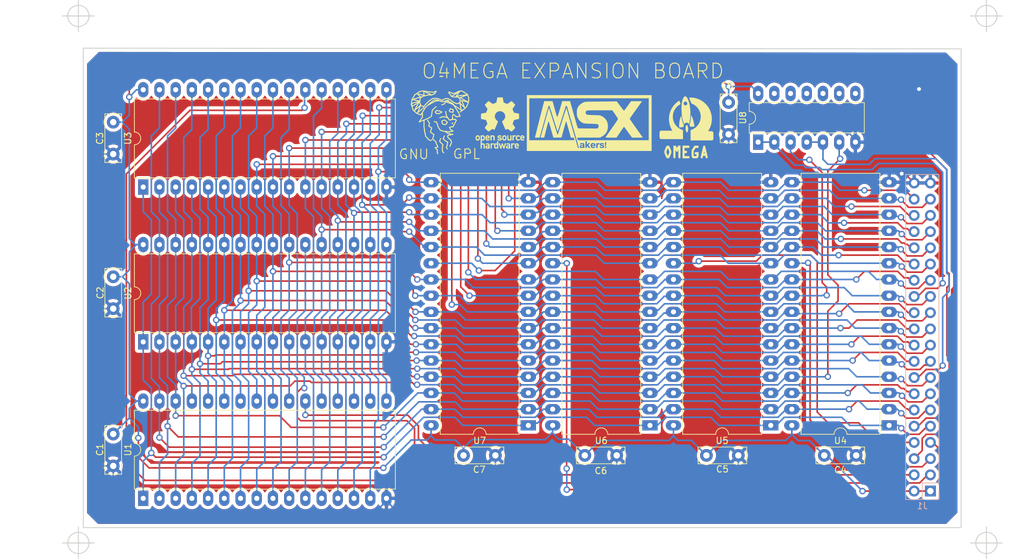
<source format=kicad_pcb>
(kicad_pcb (version 20171130) (host pcbnew "(5.1.4)-1")
  (layers (0 F.Cu signal) (31 B.Cu signal) (34 B.Paste user) (35 F.Paste user) (36 B.SilkS user) (37 F.SilkS user) (38 B.Mask user) (39 F.Mask user) (44 Edge.Cuts user))
  (net 0 "")
  (net 1 VCC)
  (net 2 GND)
  (net 3 /RAM2_CS)
  (net 4 /RAM1_CS)
  (net 5 /RAM4_CS)
  (net 6 /RAM3_CS)
  (net 7 /RAM6_CS)
  (net 8 /RAM5_CS)
  (net 9 /RAM_A18)
  (net 10 /RAM7_CS)
  (net 11 /RAM_A16)
  (net 12 /RAM_A15)
  (net 13 /RAM_A14)
  (net 14 /RAM_A17)
  (net 15 /A12)
  (net 16 /WR)
  (net 17 /A7)
  (net 18 /A13)
  (net 19 /A6)
  (net 20 /A8)
  (net 21 /A5)
  (net 22 /A9)
  (net 23 /A4)
  (net 24 /A11)
  (net 25 /A3)
  (net 26 /RD)
  (net 27 /A2)
  (net 28 /A10)
  (net 29 /A1)
  (net 30 /MD7)
  (net 31 /A0)
  (net 32 /MD6)
  (net 33 /MD0)
  (net 34 /MD5)
  (net 35 /MD1)
  (net 36 /MD4)
  (net 37 /MD2)
  (net 38 /MD3)
  (net 39 /WR_M)
  (net 40 /RD_M)
  (net 41 "Net-(U8-Pad8)")
  (net 42 "Net-(U8-Pad9)")
  (net 43 "Net-(U8-Pad10)")
  (net 44 "Net-(U8-Pad11)")
  (net 45 "Net-(U8-Pad12)")
  (net 46 "Net-(U8-Pad13)")
  (module omega-ramexpansion_iron:OSHW-Logo_7.5x8mm_SilkScreen (layer F.Cu) (at 137.16 73.914)
    (fp_text reference REF** hide)
    (fp_text value OSHW-Logo_7.5x8mm_SilkScreen hide)
  )
  (module omega-ramexpansion_iron:Symbol_GNU-Logo_SilkscreenTop (layer F.Cu) (at 128.016 72.644)
    (fp_text reference ~ (at 0 -6.05028) (layer F.SilkS))
    (fp_text value Symbol_GNU-Logo_SilkscreenTop)
  )
  (module omega-ramexpansion_iron:Symbol_Omega-Logo_SilkscreenTop (layer F.Cu) (at 166.37 74.676)
    (fp_text reference G*** hide)
    (fp_text value LOGO hide)
  )
  (module omega-ramexpansion_iron:MSXmakers19x8 (layer F.Cu) (at 151.13 73.914)
    (fp_text reference G*** hide)
    (fp_text value LOGO hide)
  )
  (module Housings_DIP:DIP-32_W15.24mm_LongPads (layer F.Cu) (at 81.28 132.715 90)
    (fp_text reference U1 (at 7.62 -2.39 270) (layer F.SilkS))
    (fp_text value SRAM_512Ko)
    (pad 1 thru_hole rect (at 0 0 90) (size 2.4 1.6) (drill 0.8) (layers *.Cu *.Mask) (net 9 /RAM_A18))
    (pad 17 thru_hole oval (at 15.24 38.1 90) (size 2.4 1.6) (drill 0.8) (layers *.Cu *.Mask) (net 38 /MD3))
    (pad 2 thru_hole oval (at 0 2.54 90) (size 2.4 1.6) (drill 0.8) (layers *.Cu *.Mask) (net 11 /RAM_A16))
    (pad 18 thru_hole oval (at 15.24 35.56 90) (size 2.4 1.6) (drill 0.8) (layers *.Cu *.Mask) (net 36 /MD4))
    (pad 3 thru_hole oval (at 0 5.08 90) (size 2.4 1.6) (drill 0.8) (layers *.Cu *.Mask) (net 13 /RAM_A14))
    (pad 19 thru_hole oval (at 15.24 33.02 90) (size 2.4 1.6) (drill 0.8) (layers *.Cu *.Mask) (net 34 /MD5))
    (pad 4 thru_hole oval (at 0 7.62 90) (size 2.4 1.6) (drill 0.8) (layers *.Cu *.Mask) (net 15 /A12))
    (pad 20 thru_hole oval (at 15.24 30.48 90) (size 2.4 1.6) (drill 0.8) (layers *.Cu *.Mask) (net 32 /MD6))
    (pad 5 thru_hole oval (at 0 10.16 90) (size 2.4 1.6) (drill 0.8) (layers *.Cu *.Mask) (net 17 /A7))
    (pad 21 thru_hole oval (at 15.24 27.94 90) (size 2.4 1.6) (drill 0.8) (layers *.Cu *.Mask) (net 30 /MD7))
    (pad 6 thru_hole oval (at 0 12.7 90) (size 2.4 1.6) (drill 0.8) (layers *.Cu *.Mask) (net 19 /A6))
    (pad 22 thru_hole oval (at 15.24 25.4 90) (size 2.4 1.6) (drill 0.8) (layers *.Cu *.Mask) (net 4 /RAM1_CS))
    (pad 7 thru_hole oval (at 0 15.24 90) (size 2.4 1.6) (drill 0.8) (layers *.Cu *.Mask) (net 21 /A5))
    (pad 23 thru_hole oval (at 15.24 22.86 90) (size 2.4 1.6) (drill 0.8) (layers *.Cu *.Mask) (net 28 /A10))
    (pad 8 thru_hole oval (at 0 17.78 90) (size 2.4 1.6) (drill 0.8) (layers *.Cu *.Mask) (net 23 /A4))
    (pad 24 thru_hole oval (at 15.24 20.32 90) (size 2.4 1.6) (drill 0.8) (layers *.Cu *.Mask) (net 26 /RD))
    (pad 9 thru_hole oval (at 0 20.32 90) (size 2.4 1.6) (drill 0.8) (layers *.Cu *.Mask) (net 25 /A3))
    (pad 25 thru_hole oval (at 15.24 17.78 90) (size 2.4 1.6) (drill 0.8) (layers *.Cu *.Mask) (net 24 /A11))
    (pad 10 thru_hole oval (at 0 22.86 90) (size 2.4 1.6) (drill 0.8) (layers *.Cu *.Mask) (net 27 /A2))
    (pad 26 thru_hole oval (at 15.24 15.24 90) (size 2.4 1.6) (drill 0.8) (layers *.Cu *.Mask) (net 22 /A9))
    (pad 11 thru_hole oval (at 0 25.4 90) (size 2.4 1.6) (drill 0.8) (layers *.Cu *.Mask) (net 29 /A1))
    (pad 27 thru_hole oval (at 15.24 12.7 90) (size 2.4 1.6) (drill 0.8) (layers *.Cu *.Mask) (net 20 /A8))
    (pad 12 thru_hole oval (at 0 27.94 90) (size 2.4 1.6) (drill 0.8) (layers *.Cu *.Mask) (net 31 /A0))
    (pad 28 thru_hole oval (at 15.24 10.16 90) (size 2.4 1.6) (drill 0.8) (layers *.Cu *.Mask) (net 18 /A13))
    (pad 13 thru_hole oval (at 0 30.48 90) (size 2.4 1.6) (drill 0.8) (layers *.Cu *.Mask) (net 33 /MD0))
    (pad 29 thru_hole oval (at 15.24 7.62 90) (size 2.4 1.6) (drill 0.8) (layers *.Cu *.Mask) (net 16 /WR))
    (pad 14 thru_hole oval (at 0 33.02 90) (size 2.4 1.6) (drill 0.8) (layers *.Cu *.Mask) (net 35 /MD1))
    (pad 30 thru_hole oval (at 15.24 5.08 90) (size 2.4 1.6) (drill 0.8) (layers *.Cu *.Mask) (net 14 /RAM_A17))
    (pad 15 thru_hole oval (at 0 35.56 90) (size 2.4 1.6) (drill 0.8) (layers *.Cu *.Mask) (net 37 /MD2))
    (pad 31 thru_hole oval (at 15.24 2.54 90) (size 2.4 1.6) (drill 0.8) (layers *.Cu *.Mask) (net 12 /RAM_A15))
    (pad 16 thru_hole oval (at 0 38.1 90) (size 2.4 1.6) (drill 0.8) (layers *.Cu *.Mask) (net 2 GND))
    (pad 32 thru_hole oval (at 15.24 0 90) (size 2.4 1.6) (drill 0.8) (layers *.Cu *.Mask) (net 1 VCC))
  )
  (module Capacitors_THT:C_Disc_D7.5mm_W2.5mm_P5.00mm (layer F.Cu) (at 169.498 125.984)
    (fp_text reference C5 (at 2.5 2.159) (layer F.SilkS))
    (fp_text value "0.1 uF")
    (pad 1 thru_hole circle (at 0 0) (size 2 2) (drill 1) (layers *.Cu *.Mask) (net 1 VCC))
    (pad 2 thru_hole circle (at 5 0) (size 2 2) (drill 1) (layers *.Cu *.Mask) (net 2 GND))
  )
  (module Capacitors_THT:C_Disc_D7.5mm_W2.5mm_P5.00mm (layer F.Cu) (at 150.448 125.984)
    (fp_text reference C6 (at 2.5235 2.413) (layer F.SilkS))
    (fp_text value "0.1 uF")
    (pad 1 thru_hole circle (at 0 0) (size 2 2) (drill 1) (layers *.Cu *.Mask) (net 1 VCC))
    (pad 2 thru_hole circle (at 5 0) (size 2 2) (drill 1) (layers *.Cu *.Mask) (net 2 GND))
  )
  (module Capacitors_THT:C_Disc_D7.5mm_W2.5mm_P5.00mm (layer F.Cu) (at 131.445 125.984)
    (fp_text reference C7 (at 2.4765 2.2225 180) (layer F.SilkS))
    (fp_text value "0.1 uF")
    (pad 1 thru_hole circle (at 0 0) (size 2 2) (drill 1) (layers *.Cu *.Mask) (net 1 VCC))
    (pad 2 thru_hole circle (at 5 0) (size 2 2) (drill 1) (layers *.Cu *.Mask) (net 2 GND))
  )
  (module Housings_DIP:DIP-32_W15.24mm_LongPads (layer F.Cu) (at 81.28 108.204 90)
    (fp_text reference U2 (at 7.62 -2.39 270) (layer F.SilkS))
    (fp_text value SRAM_512Ko)
    (pad 1 thru_hole rect (at 0 0 90) (size 2.4 1.6) (drill 0.8) (layers *.Cu *.Mask) (net 9 /RAM_A18))
    (pad 17 thru_hole oval (at 15.24 38.1 90) (size 2.4 1.6) (drill 0.8) (layers *.Cu *.Mask) (net 38 /MD3))
    (pad 2 thru_hole oval (at 0 2.54 90) (size 2.4 1.6) (drill 0.8) (layers *.Cu *.Mask) (net 11 /RAM_A16))
    (pad 18 thru_hole oval (at 15.24 35.56 90) (size 2.4 1.6) (drill 0.8) (layers *.Cu *.Mask) (net 36 /MD4))
    (pad 3 thru_hole oval (at 0 5.08 90) (size 2.4 1.6) (drill 0.8) (layers *.Cu *.Mask) (net 13 /RAM_A14))
    (pad 19 thru_hole oval (at 15.24 33.02 90) (size 2.4 1.6) (drill 0.8) (layers *.Cu *.Mask) (net 34 /MD5))
    (pad 4 thru_hole oval (at 0 7.62 90) (size 2.4 1.6) (drill 0.8) (layers *.Cu *.Mask) (net 15 /A12))
    (pad 20 thru_hole oval (at 15.24 30.48 90) (size 2.4 1.6) (drill 0.8) (layers *.Cu *.Mask) (net 32 /MD6))
    (pad 5 thru_hole oval (at 0 10.16 90) (size 2.4 1.6) (drill 0.8) (layers *.Cu *.Mask) (net 17 /A7))
    (pad 21 thru_hole oval (at 15.24 27.94 90) (size 2.4 1.6) (drill 0.8) (layers *.Cu *.Mask) (net 30 /MD7))
    (pad 6 thru_hole oval (at 0 12.7 90) (size 2.4 1.6) (drill 0.8) (layers *.Cu *.Mask) (net 19 /A6))
    (pad 22 thru_hole oval (at 15.24 25.4 90) (size 2.4 1.6) (drill 0.8) (layers *.Cu *.Mask) (net 3 /RAM2_CS))
    (pad 7 thru_hole oval (at 0 15.24 90) (size 2.4 1.6) (drill 0.8) (layers *.Cu *.Mask) (net 21 /A5))
    (pad 23 thru_hole oval (at 15.24 22.86 90) (size 2.4 1.6) (drill 0.8) (layers *.Cu *.Mask) (net 28 /A10))
    (pad 8 thru_hole oval (at 0 17.78 90) (size 2.4 1.6) (drill 0.8) (layers *.Cu *.Mask) (net 23 /A4))
    (pad 24 thru_hole oval (at 15.24 20.32 90) (size 2.4 1.6) (drill 0.8) (layers *.Cu *.Mask) (net 26 /RD))
    (pad 9 thru_hole oval (at 0 20.32 90) (size 2.4 1.6) (drill 0.8) (layers *.Cu *.Mask) (net 25 /A3))
    (pad 25 thru_hole oval (at 15.24 17.78 90) (size 2.4 1.6) (drill 0.8) (layers *.Cu *.Mask) (net 24 /A11))
    (pad 10 thru_hole oval (at 0 22.86 90) (size 2.4 1.6) (drill 0.8) (layers *.Cu *.Mask) (net 27 /A2))
    (pad 26 thru_hole oval (at 15.24 15.24 90) (size 2.4 1.6) (drill 0.8) (layers *.Cu *.Mask) (net 22 /A9))
    (pad 11 thru_hole oval (at 0 25.4 90) (size 2.4 1.6) (drill 0.8) (layers *.Cu *.Mask) (net 29 /A1))
    (pad 27 thru_hole oval (at 15.24 12.7 90) (size 2.4 1.6) (drill 0.8) (layers *.Cu *.Mask) (net 20 /A8))
    (pad 12 thru_hole oval (at 0 27.94 90) (size 2.4 1.6) (drill 0.8) (layers *.Cu *.Mask) (net 31 /A0))
    (pad 28 thru_hole oval (at 15.24 10.16 90) (size 2.4 1.6) (drill 0.8) (layers *.Cu *.Mask) (net 18 /A13))
    (pad 13 thru_hole oval (at 0 30.48 90) (size 2.4 1.6) (drill 0.8) (layers *.Cu *.Mask) (net 33 /MD0))
    (pad 29 thru_hole oval (at 15.24 7.62 90) (size 2.4 1.6) (drill 0.8) (layers *.Cu *.Mask) (net 16 /WR))
    (pad 14 thru_hole oval (at 0 33.02 90) (size 2.4 1.6) (drill 0.8) (layers *.Cu *.Mask) (net 35 /MD1))
    (pad 30 thru_hole oval (at 15.24 5.08 90) (size 2.4 1.6) (drill 0.8) (layers *.Cu *.Mask) (net 14 /RAM_A17))
    (pad 15 thru_hole oval (at 0 35.56 90) (size 2.4 1.6) (drill 0.8) (layers *.Cu *.Mask) (net 37 /MD2))
    (pad 31 thru_hole oval (at 15.24 2.54 90) (size 2.4 1.6) (drill 0.8) (layers *.Cu *.Mask) (net 12 /RAM_A15))
    (pad 16 thru_hole oval (at 0 38.1 90) (size 2.4 1.6) (drill 0.8) (layers *.Cu *.Mask) (net 2 GND))
    (pad 32 thru_hole oval (at 15.24 0 90) (size 2.4 1.6) (drill 0.8) (layers *.Cu *.Mask) (net 1 VCC))
  )
  (module Housings_DIP:DIP-32_W15.24mm_LongPads (layer F.Cu) (at 160.655 121.285 180)
    (fp_text reference U6 (at 7.62 -2.39 180) (layer F.SilkS))
    (fp_text value SRAM_512Ko)
    (pad 1 thru_hole rect (at 0 0 180) (size 2.4 1.6) (drill 0.8) (layers *.Cu *.Mask) (net 9 /RAM_A18))
    (pad 17 thru_hole oval (at 15.24 38.1 180) (size 2.4 1.6) (drill 0.8) (layers *.Cu *.Mask) (net 38 /MD3))
    (pad 2 thru_hole oval (at 0 2.54 180) (size 2.4 1.6) (drill 0.8) (layers *.Cu *.Mask) (net 11 /RAM_A16))
    (pad 18 thru_hole oval (at 15.24 35.56 180) (size 2.4 1.6) (drill 0.8) (layers *.Cu *.Mask) (net 36 /MD4))
    (pad 3 thru_hole oval (at 0 5.08 180) (size 2.4 1.6) (drill 0.8) (layers *.Cu *.Mask) (net 13 /RAM_A14))
    (pad 19 thru_hole oval (at 15.24 33.02 180) (size 2.4 1.6) (drill 0.8) (layers *.Cu *.Mask) (net 34 /MD5))
    (pad 4 thru_hole oval (at 0 7.62 180) (size 2.4 1.6) (drill 0.8) (layers *.Cu *.Mask) (net 15 /A12))
    (pad 20 thru_hole oval (at 15.24 30.48 180) (size 2.4 1.6) (drill 0.8) (layers *.Cu *.Mask) (net 32 /MD6))
    (pad 5 thru_hole oval (at 0 10.16 180) (size 2.4 1.6) (drill 0.8) (layers *.Cu *.Mask) (net 17 /A7))
    (pad 21 thru_hole oval (at 15.24 27.94 180) (size 2.4 1.6) (drill 0.8) (layers *.Cu *.Mask) (net 30 /MD7))
    (pad 6 thru_hole oval (at 0 12.7 180) (size 2.4 1.6) (drill 0.8) (layers *.Cu *.Mask) (net 19 /A6))
    (pad 22 thru_hole oval (at 15.24 25.4 180) (size 2.4 1.6) (drill 0.8) (layers *.Cu *.Mask) (net 7 /RAM6_CS))
    (pad 7 thru_hole oval (at 0 15.24 180) (size 2.4 1.6) (drill 0.8) (layers *.Cu *.Mask) (net 21 /A5))
    (pad 23 thru_hole oval (at 15.24 22.86 180) (size 2.4 1.6) (drill 0.8) (layers *.Cu *.Mask) (net 28 /A10))
    (pad 8 thru_hole oval (at 0 17.78 180) (size 2.4 1.6) (drill 0.8) (layers *.Cu *.Mask) (net 23 /A4))
    (pad 24 thru_hole oval (at 15.24 20.32 180) (size 2.4 1.6) (drill 0.8) (layers *.Cu *.Mask) (net 26 /RD))
    (pad 9 thru_hole oval (at 0 20.32 180) (size 2.4 1.6) (drill 0.8) (layers *.Cu *.Mask) (net 25 /A3))
    (pad 25 thru_hole oval (at 15.24 17.78 180) (size 2.4 1.6) (drill 0.8) (layers *.Cu *.Mask) (net 24 /A11))
    (pad 10 thru_hole oval (at 0 22.86 180) (size 2.4 1.6) (drill 0.8) (layers *.Cu *.Mask) (net 27 /A2))
    (pad 26 thru_hole oval (at 15.24 15.24 180) (size 2.4 1.6) (drill 0.8) (layers *.Cu *.Mask) (net 22 /A9))
    (pad 11 thru_hole oval (at 0 25.4 180) (size 2.4 1.6) (drill 0.8) (layers *.Cu *.Mask) (net 29 /A1))
    (pad 27 thru_hole oval (at 15.24 12.7 180) (size 2.4 1.6) (drill 0.8) (layers *.Cu *.Mask) (net 20 /A8))
    (pad 12 thru_hole oval (at 0 27.94 180) (size 2.4 1.6) (drill 0.8) (layers *.Cu *.Mask) (net 31 /A0))
    (pad 28 thru_hole oval (at 15.24 10.16 180) (size 2.4 1.6) (drill 0.8) (layers *.Cu *.Mask) (net 18 /A13))
    (pad 13 thru_hole oval (at 0 30.48 180) (size 2.4 1.6) (drill 0.8) (layers *.Cu *.Mask) (net 33 /MD0))
    (pad 29 thru_hole oval (at 15.24 7.62 180) (size 2.4 1.6) (drill 0.8) (layers *.Cu *.Mask) (net 16 /WR))
    (pad 14 thru_hole oval (at 0 33.02 180) (size 2.4 1.6) (drill 0.8) (layers *.Cu *.Mask) (net 35 /MD1))
    (pad 30 thru_hole oval (at 15.24 5.08 180) (size 2.4 1.6) (drill 0.8) (layers *.Cu *.Mask) (net 14 /RAM_A17))
    (pad 15 thru_hole oval (at 0 35.56 180) (size 2.4 1.6) (drill 0.8) (layers *.Cu *.Mask) (net 37 /MD2))
    (pad 31 thru_hole oval (at 15.24 2.54 180) (size 2.4 1.6) (drill 0.8) (layers *.Cu *.Mask) (net 12 /RAM_A15))
    (pad 16 thru_hole oval (at 0 38.1 180) (size 2.4 1.6) (drill 0.8) (layers *.Cu *.Mask) (net 2 GND))
    (pad 32 thru_hole oval (at 15.24 0 180) (size 2.4 1.6) (drill 0.8) (layers *.Cu *.Mask) (net 1 VCC))
  )
  (module Capacitors_THT:C_Disc_D7.5mm_W2.5mm_P5.00mm (layer F.Cu) (at 76.581 122.635 270)
    (fp_text reference C1 (at 2.46 2.0955 90) (layer F.SilkS))
    (fp_text value "0.1 uF")
    (pad 1 thru_hole circle (at 0 0 270) (size 2 2) (drill 1) (layers *.Cu *.Mask) (net 1 VCC))
    (pad 2 thru_hole circle (at 5 0 270) (size 2 2) (drill 1) (layers *.Cu *.Mask) (net 2 GND))
  )
  (module Capacitors_THT:C_Disc_D7.5mm_W2.5mm_P5.00mm (layer F.Cu) (at 76.581 97.997 270)
    (fp_text reference C2 (at 2.5235 2.032 90) (layer F.SilkS))
    (fp_text value "0.1 uF")
    (pad 1 thru_hole circle (at 0 0 270) (size 2 2) (drill 1) (layers *.Cu *.Mask) (net 1 VCC))
    (pad 2 thru_hole circle (at 5 0 270) (size 2 2) (drill 1) (layers *.Cu *.Mask) (net 2 GND))
  )
  (module Capacitors_THT:C_Disc_D7.5mm_W2.5mm_P5.00mm (layer F.Cu) (at 76.581 73.787 270)
    (fp_text reference C3 (at 2.54 2.0955 90) (layer F.SilkS))
    (fp_text value "0.1 uF")
    (pad 1 thru_hole circle (at 0 0 270) (size 2 2) (drill 1) (layers *.Cu *.Mask) (net 1 VCC))
    (pad 2 thru_hole circle (at 5 0 270) (size 2 2) (drill 1) (layers *.Cu *.Mask) (net 2 GND))
  )
  (module Capacitors_THT:C_Disc_D7.5mm_W2.5mm_P5.00mm (layer F.Cu) (at 187.96 125.984)
    (fp_text reference C4 (at 2.54 2.286) (layer F.SilkS))
    (fp_text value "0.1 uF")
    (pad 1 thru_hole circle (at 0 0) (size 2 2) (drill 1) (layers *.Cu *.Mask) (net 1 VCC))
    (pad 2 thru_hole circle (at 5 0) (size 2 2) (drill 1) (layers *.Cu *.Mask) (net 2 GND))
  )
  (module Housings_DIP:DIP-14_W7.62mm_LongPads (layer F.Cu) (at 177.5968 76.9112 90)
    (fp_text reference U8 (at 3.81 -2.39 90) (layer F.SilkS))
    (fp_text value 74HCT08)
    (pad 1 thru_hole rect (at 0 0 90) (size 2.4 1.6) (drill 0.8) (layers *.Cu *.Mask) (net 40 /RD_M))
    (pad 8 thru_hole oval (at 7.62 15.24 90) (size 2.4 1.6) (drill 0.8) (layers *.Cu *.Mask) (net 41 "Net-(U8-Pad8)"))
    (pad 2 thru_hole oval (at 0 2.54 90) (size 2.4 1.6) (drill 0.8) (layers *.Cu *.Mask) (net 40 /RD_M))
    (pad 9 thru_hole oval (at 7.62 12.7 90) (size 2.4 1.6) (drill 0.8) (layers *.Cu *.Mask) (net 42 "Net-(U8-Pad9)"))
    (pad 3 thru_hole oval (at 0 5.08 90) (size 2.4 1.6) (drill 0.8) (layers *.Cu *.Mask) (net 26 /RD))
    (pad 10 thru_hole oval (at 7.62 10.16 90) (size 2.4 1.6) (drill 0.8) (layers *.Cu *.Mask) (net 43 "Net-(U8-Pad10)"))
    (pad 4 thru_hole oval (at 0 7.62 90) (size 2.4 1.6) (drill 0.8) (layers *.Cu *.Mask) (net 39 /WR_M))
    (pad 11 thru_hole oval (at 7.62 7.62 90) (size 2.4 1.6) (drill 0.8) (layers *.Cu *.Mask) (net 44 "Net-(U8-Pad11)"))
    (pad 5 thru_hole oval (at 0 10.16 90) (size 2.4 1.6) (drill 0.8) (layers *.Cu *.Mask) (net 39 /WR_M))
    (pad 12 thru_hole oval (at 7.62 5.08 90) (size 2.4 1.6) (drill 0.8) (layers *.Cu *.Mask) (net 45 "Net-(U8-Pad12)"))
    (pad 6 thru_hole oval (at 0 12.7 90) (size 2.4 1.6) (drill 0.8) (layers *.Cu *.Mask) (net 16 /WR))
    (pad 13 thru_hole oval (at 7.62 2.54 90) (size 2.4 1.6) (drill 0.8) (layers *.Cu *.Mask) (net 46 "Net-(U8-Pad13)"))
    (pad 7 thru_hole oval (at 0 15.24 90) (size 2.4 1.6) (drill 0.8) (layers *.Cu *.Mask) (net 2 GND))
    (pad 14 thru_hole oval (at 7.62 0 90) (size 2.4 1.6) (drill 0.8) (layers *.Cu *.Mask) (net 1 VCC))
  )
  (module Capacitors_THT:C_Disc_D7.5mm_W2.5mm_P5.00mm (layer F.Cu) (at 172.974 70.692 270)
    (fp_text reference C8 (at -2.62 0.254) (layer F.SilkS))
    (fp_text value "0.1 uF")
    (pad 1 thru_hole circle (at 0 0 270) (size 2 2) (drill 1) (layers *.Cu *.Mask) (net 1 VCC))
    (pad 2 thru_hole circle (at 5 0 270) (size 2 2) (drill 1) (layers *.Cu *.Mask) (net 2 GND))
  )
  (module Housings_DIP:DIP-32_W15.24mm_LongPads (layer F.Cu) (at 81.28 83.947 90)
    (fp_text reference U3 (at 7.62 -2.39 270) (layer F.SilkS))
    (fp_text value SRAM_512Ko)
    (pad 1 thru_hole rect (at 0 0 90) (size 2.4 1.6) (drill 0.8) (layers *.Cu *.Mask) (net 9 /RAM_A18))
    (pad 17 thru_hole oval (at 15.24 38.1 90) (size 2.4 1.6) (drill 0.8) (layers *.Cu *.Mask) (net 38 /MD3))
    (pad 2 thru_hole oval (at 0 2.54 90) (size 2.4 1.6) (drill 0.8) (layers *.Cu *.Mask) (net 11 /RAM_A16))
    (pad 18 thru_hole oval (at 15.24 35.56 90) (size 2.4 1.6) (drill 0.8) (layers *.Cu *.Mask) (net 36 /MD4))
    (pad 3 thru_hole oval (at 0 5.08 90) (size 2.4 1.6) (drill 0.8) (layers *.Cu *.Mask) (net 13 /RAM_A14))
    (pad 19 thru_hole oval (at 15.24 33.02 90) (size 2.4 1.6) (drill 0.8) (layers *.Cu *.Mask) (net 34 /MD5))
    (pad 4 thru_hole oval (at 0 7.62 90) (size 2.4 1.6) (drill 0.8) (layers *.Cu *.Mask) (net 15 /A12))
    (pad 20 thru_hole oval (at 15.24 30.48 90) (size 2.4 1.6) (drill 0.8) (layers *.Cu *.Mask) (net 32 /MD6))
    (pad 5 thru_hole oval (at 0 10.16 90) (size 2.4 1.6) (drill 0.8) (layers *.Cu *.Mask) (net 17 /A7))
    (pad 21 thru_hole oval (at 15.24 27.94 90) (size 2.4 1.6) (drill 0.8) (layers *.Cu *.Mask) (net 30 /MD7))
    (pad 6 thru_hole oval (at 0 12.7 90) (size 2.4 1.6) (drill 0.8) (layers *.Cu *.Mask) (net 19 /A6))
    (pad 22 thru_hole oval (at 15.24 25.4 90) (size 2.4 1.6) (drill 0.8) (layers *.Cu *.Mask) (net 6 /RAM3_CS))
    (pad 7 thru_hole oval (at 0 15.24 90) (size 2.4 1.6) (drill 0.8) (layers *.Cu *.Mask) (net 21 /A5))
    (pad 23 thru_hole oval (at 15.24 22.86 90) (size 2.4 1.6) (drill 0.8) (layers *.Cu *.Mask) (net 28 /A10))
    (pad 8 thru_hole oval (at 0 17.78 90) (size 2.4 1.6) (drill 0.8) (layers *.Cu *.Mask) (net 23 /A4))
    (pad 24 thru_hole oval (at 15.24 20.32 90) (size 2.4 1.6) (drill 0.8) (layers *.Cu *.Mask) (net 26 /RD))
    (pad 9 thru_hole oval (at 0 20.32 90) (size 2.4 1.6) (drill 0.8) (layers *.Cu *.Mask) (net 25 /A3))
    (pad 25 thru_hole oval (at 15.24 17.78 90) (size 2.4 1.6) (drill 0.8) (layers *.Cu *.Mask) (net 24 /A11))
    (pad 10 thru_hole oval (at 0 22.86 90) (size 2.4 1.6) (drill 0.8) (layers *.Cu *.Mask) (net 27 /A2))
    (pad 26 thru_hole oval (at 15.24 15.24 90) (size 2.4 1.6) (drill 0.8) (layers *.Cu *.Mask) (net 22 /A9))
    (pad 11 thru_hole oval (at 0 25.4 90) (size 2.4 1.6) (drill 0.8) (layers *.Cu *.Mask) (net 29 /A1))
    (pad 27 thru_hole oval (at 15.24 12.7 90) (size 2.4 1.6) (drill 0.8) (layers *.Cu *.Mask) (net 20 /A8))
    (pad 12 thru_hole oval (at 0 27.94 90) (size 2.4 1.6) (drill 0.8) (layers *.Cu *.Mask) (net 31 /A0))
    (pad 28 thru_hole oval (at 15.24 10.16 90) (size 2.4 1.6) (drill 0.8) (layers *.Cu *.Mask) (net 18 /A13))
    (pad 13 thru_hole oval (at 0 30.48 90) (size 2.4 1.6) (drill 0.8) (layers *.Cu *.Mask) (net 33 /MD0))
    (pad 29 thru_hole oval (at 15.24 7.62 90) (size 2.4 1.6) (drill 0.8) (layers *.Cu *.Mask) (net 16 /WR))
    (pad 14 thru_hole oval (at 0 33.02 90) (size 2.4 1.6) (drill 0.8) (layers *.Cu *.Mask) (net 35 /MD1))
    (pad 30 thru_hole oval (at 15.24 5.08 90) (size 2.4 1.6) (drill 0.8) (layers *.Cu *.Mask) (net 14 /RAM_A17))
    (pad 15 thru_hole oval (at 0 35.56 90) (size 2.4 1.6) (drill 0.8) (layers *.Cu *.Mask) (net 37 /MD2))
    (pad 31 thru_hole oval (at 15.24 2.54 90) (size 2.4 1.6) (drill 0.8) (layers *.Cu *.Mask) (net 12 /RAM_A15))
    (pad 16 thru_hole oval (at 0 38.1 90) (size 2.4 1.6) (drill 0.8) (layers *.Cu *.Mask) (net 2 GND))
    (pad 32 thru_hole oval (at 15.24 0 90) (size 2.4 1.6) (drill 0.8) (layers *.Cu *.Mask) (net 1 VCC))
  )
  (module Housings_DIP:DIP-32_W15.24mm_LongPads (layer F.Cu) (at 198.12 121.285 180)
    (fp_text reference U4 (at 7.62 -2.39 180) (layer F.SilkS))
    (fp_text value SRAM_512Ko)
    (pad 1 thru_hole rect (at 0 0 180) (size 2.4 1.6) (drill 0.8) (layers *.Cu *.Mask) (net 9 /RAM_A18))
    (pad 17 thru_hole oval (at 15.24 38.1 180) (size 2.4 1.6) (drill 0.8) (layers *.Cu *.Mask) (net 38 /MD3))
    (pad 2 thru_hole oval (at 0 2.54 180) (size 2.4 1.6) (drill 0.8) (layers *.Cu *.Mask) (net 11 /RAM_A16))
    (pad 18 thru_hole oval (at 15.24 35.56 180) (size 2.4 1.6) (drill 0.8) (layers *.Cu *.Mask) (net 36 /MD4))
    (pad 3 thru_hole oval (at 0 5.08 180) (size 2.4 1.6) (drill 0.8) (layers *.Cu *.Mask) (net 13 /RAM_A14))
    (pad 19 thru_hole oval (at 15.24 33.02 180) (size 2.4 1.6) (drill 0.8) (layers *.Cu *.Mask) (net 34 /MD5))
    (pad 4 thru_hole oval (at 0 7.62 180) (size 2.4 1.6) (drill 0.8) (layers *.Cu *.Mask) (net 15 /A12))
    (pad 20 thru_hole oval (at 15.24 30.48 180) (size 2.4 1.6) (drill 0.8) (layers *.Cu *.Mask) (net 32 /MD6))
    (pad 5 thru_hole oval (at 0 10.16 180) (size 2.4 1.6) (drill 0.8) (layers *.Cu *.Mask) (net 17 /A7))
    (pad 21 thru_hole oval (at 15.24 27.94 180) (size 2.4 1.6) (drill 0.8) (layers *.Cu *.Mask) (net 30 /MD7))
    (pad 6 thru_hole oval (at 0 12.7 180) (size 2.4 1.6) (drill 0.8) (layers *.Cu *.Mask) (net 19 /A6))
    (pad 22 thru_hole oval (at 15.24 25.4 180) (size 2.4 1.6) (drill 0.8) (layers *.Cu *.Mask) (net 5 /RAM4_CS))
    (pad 7 thru_hole oval (at 0 15.24 180) (size 2.4 1.6) (drill 0.8) (layers *.Cu *.Mask) (net 21 /A5))
    (pad 23 thru_hole oval (at 15.24 22.86 180) (size 2.4 1.6) (drill 0.8) (layers *.Cu *.Mask) (net 28 /A10))
    (pad 8 thru_hole oval (at 0 17.78 180) (size 2.4 1.6) (drill 0.8) (layers *.Cu *.Mask) (net 23 /A4))
    (pad 24 thru_hole oval (at 15.24 20.32 180) (size 2.4 1.6) (drill 0.8) (layers *.Cu *.Mask) (net 26 /RD))
    (pad 9 thru_hole oval (at 0 20.32 180) (size 2.4 1.6) (drill 0.8) (layers *.Cu *.Mask) (net 25 /A3))
    (pad 25 thru_hole oval (at 15.24 17.78 180) (size 2.4 1.6) (drill 0.8) (layers *.Cu *.Mask) (net 24 /A11))
    (pad 10 thru_hole oval (at 0 22.86 180) (size 2.4 1.6) (drill 0.8) (layers *.Cu *.Mask) (net 27 /A2))
    (pad 26 thru_hole oval (at 15.24 15.24 180) (size 2.4 1.6) (drill 0.8) (layers *.Cu *.Mask) (net 22 /A9))
    (pad 11 thru_hole oval (at 0 25.4 180) (size 2.4 1.6) (drill 0.8) (layers *.Cu *.Mask) (net 29 /A1))
    (pad 27 thru_hole oval (at 15.24 12.7 180) (size 2.4 1.6) (drill 0.8) (layers *.Cu *.Mask) (net 20 /A8))
    (pad 12 thru_hole oval (at 0 27.94 180) (size 2.4 1.6) (drill 0.8) (layers *.Cu *.Mask) (net 31 /A0))
    (pad 28 thru_hole oval (at 15.24 10.16 180) (size 2.4 1.6) (drill 0.8) (layers *.Cu *.Mask) (net 18 /A13))
    (pad 13 thru_hole oval (at 0 30.48 180) (size 2.4 1.6) (drill 0.8) (layers *.Cu *.Mask) (net 33 /MD0))
    (pad 29 thru_hole oval (at 15.24 7.62 180) (size 2.4 1.6) (drill 0.8) (layers *.Cu *.Mask) (net 16 /WR))
    (pad 14 thru_hole oval (at 0 33.02 180) (size 2.4 1.6) (drill 0.8) (layers *.Cu *.Mask) (net 35 /MD1))
    (pad 30 thru_hole oval (at 15.24 5.08 180) (size 2.4 1.6) (drill 0.8) (layers *.Cu *.Mask) (net 14 /RAM_A17))
    (pad 15 thru_hole oval (at 0 35.56 180) (size 2.4 1.6) (drill 0.8) (layers *.Cu *.Mask) (net 37 /MD2))
    (pad 31 thru_hole oval (at 15.24 2.54 180) (size 2.4 1.6) (drill 0.8) (layers *.Cu *.Mask) (net 12 /RAM_A15))
    (pad 16 thru_hole oval (at 0 38.1 180) (size 2.4 1.6) (drill 0.8) (layers *.Cu *.Mask) (net 2 GND))
    (pad 32 thru_hole oval (at 15.24 0 180) (size 2.4 1.6) (drill 0.8) (layers *.Cu *.Mask) (net 1 VCC))
  )
  (module Housings_DIP:DIP-32_W15.24mm_LongPads (layer F.Cu) (at 179.578 121.285 180)
    (fp_text reference U5 (at 7.62 -2.39 180) (layer F.SilkS))
    (fp_text value SRAM_512Ko)
    (pad 1 thru_hole rect (at 0 0 180) (size 2.4 1.6) (drill 0.8) (layers *.Cu *.Mask) (net 9 /RAM_A18))
    (pad 17 thru_hole oval (at 15.24 38.1 180) (size 2.4 1.6) (drill 0.8) (layers *.Cu *.Mask) (net 38 /MD3))
    (pad 2 thru_hole oval (at 0 2.54 180) (size 2.4 1.6) (drill 0.8) (layers *.Cu *.Mask) (net 11 /RAM_A16))
    (pad 18 thru_hole oval (at 15.24 35.56 180) (size 2.4 1.6) (drill 0.8) (layers *.Cu *.Mask) (net 36 /MD4))
    (pad 3 thru_hole oval (at 0 5.08 180) (size 2.4 1.6) (drill 0.8) (layers *.Cu *.Mask) (net 13 /RAM_A14))
    (pad 19 thru_hole oval (at 15.24 33.02 180) (size 2.4 1.6) (drill 0.8) (layers *.Cu *.Mask) (net 34 /MD5))
    (pad 4 thru_hole oval (at 0 7.62 180) (size 2.4 1.6) (drill 0.8) (layers *.Cu *.Mask) (net 15 /A12))
    (pad 20 thru_hole oval (at 15.24 30.48 180) (size 2.4 1.6) (drill 0.8) (layers *.Cu *.Mask) (net 32 /MD6))
    (pad 5 thru_hole oval (at 0 10.16 180) (size 2.4 1.6) (drill 0.8) (layers *.Cu *.Mask) (net 17 /A7))
    (pad 21 thru_hole oval (at 15.24 27.94 180) (size 2.4 1.6) (drill 0.8) (layers *.Cu *.Mask) (net 30 /MD7))
    (pad 6 thru_hole oval (at 0 12.7 180) (size 2.4 1.6) (drill 0.8) (layers *.Cu *.Mask) (net 19 /A6))
    (pad 22 thru_hole oval (at 15.24 25.4 180) (size 2.4 1.6) (drill 0.8) (layers *.Cu *.Mask) (net 8 /RAM5_CS))
    (pad 7 thru_hole oval (at 0 15.24 180) (size 2.4 1.6) (drill 0.8) (layers *.Cu *.Mask) (net 21 /A5))
    (pad 23 thru_hole oval (at 15.24 22.86 180) (size 2.4 1.6) (drill 0.8) (layers *.Cu *.Mask) (net 28 /A10))
    (pad 8 thru_hole oval (at 0 17.78 180) (size 2.4 1.6) (drill 0.8) (layers *.Cu *.Mask) (net 23 /A4))
    (pad 24 thru_hole oval (at 15.24 20.32 180) (size 2.4 1.6) (drill 0.8) (layers *.Cu *.Mask) (net 26 /RD))
    (pad 9 thru_hole oval (at 0 20.32 180) (size 2.4 1.6) (drill 0.8) (layers *.Cu *.Mask) (net 25 /A3))
    (pad 25 thru_hole oval (at 15.24 17.78 180) (size 2.4 1.6) (drill 0.8) (layers *.Cu *.Mask) (net 24 /A11))
    (pad 10 thru_hole oval (at 0 22.86 180) (size 2.4 1.6) (drill 0.8) (layers *.Cu *.Mask) (net 27 /A2))
    (pad 26 thru_hole oval (at 15.24 15.24 180) (size 2.4 1.6) (drill 0.8) (layers *.Cu *.Mask) (net 22 /A9))
    (pad 11 thru_hole oval (at 0 25.4 180) (size 2.4 1.6) (drill 0.8) (layers *.Cu *.Mask) (net 29 /A1))
    (pad 27 thru_hole oval (at 15.24 12.7 180) (size 2.4 1.6) (drill 0.8) (layers *.Cu *.Mask) (net 20 /A8))
    (pad 12 thru_hole oval (at 0 27.94 180) (size 2.4 1.6) (drill 0.8) (layers *.Cu *.Mask) (net 31 /A0))
    (pad 28 thru_hole oval (at 15.24 10.16 180) (size 2.4 1.6) (drill 0.8) (layers *.Cu *.Mask) (net 18 /A13))
    (pad 13 thru_hole oval (at 0 30.48 180) (size 2.4 1.6) (drill 0.8) (layers *.Cu *.Mask) (net 33 /MD0))
    (pad 29 thru_hole oval (at 15.24 7.62 180) (size 2.4 1.6) (drill 0.8) (layers *.Cu *.Mask) (net 16 /WR))
    (pad 14 thru_hole oval (at 0 33.02 180) (size 2.4 1.6) (drill 0.8) (layers *.Cu *.Mask) (net 35 /MD1))
    (pad 30 thru_hole oval (at 15.24 5.08 180) (size 2.4 1.6) (drill 0.8) (layers *.Cu *.Mask) (net 14 /RAM_A17))
    (pad 15 thru_hole oval (at 0 35.56 180) (size 2.4 1.6) (drill 0.8) (layers *.Cu *.Mask) (net 37 /MD2))
    (pad 31 thru_hole oval (at 15.24 2.54 180) (size 2.4 1.6) (drill 0.8) (layers *.Cu *.Mask) (net 12 /RAM_A15))
    (pad 16 thru_hole oval (at 0 38.1 180) (size 2.4 1.6) (drill 0.8) (layers *.Cu *.Mask) (net 2 GND))
    (pad 32 thru_hole oval (at 15.24 0 180) (size 2.4 1.6) (drill 0.8) (layers *.Cu *.Mask) (net 1 VCC))
  )
  (module Housings_DIP:DIP-32_W15.24mm_LongPads (layer F.Cu) (at 141.605 121.285 180)
    (fp_text reference U7 (at 7.62 -2.39 180) (layer F.SilkS))
    (fp_text value SRAM_512Ko)
    (pad 1 thru_hole rect (at 0 0 180) (size 2.4 1.6) (drill 0.8) (layers *.Cu *.Mask) (net 9 /RAM_A18))
    (pad 17 thru_hole oval (at 15.24 38.1 180) (size 2.4 1.6) (drill 0.8) (layers *.Cu *.Mask) (net 38 /MD3))
    (pad 2 thru_hole oval (at 0 2.54 180) (size 2.4 1.6) (drill 0.8) (layers *.Cu *.Mask) (net 11 /RAM_A16))
    (pad 18 thru_hole oval (at 15.24 35.56 180) (size 2.4 1.6) (drill 0.8) (layers *.Cu *.Mask) (net 36 /MD4))
    (pad 3 thru_hole oval (at 0 5.08 180) (size 2.4 1.6) (drill 0.8) (layers *.Cu *.Mask) (net 13 /RAM_A14))
    (pad 19 thru_hole oval (at 15.24 33.02 180) (size 2.4 1.6) (drill 0.8) (layers *.Cu *.Mask) (net 34 /MD5))
    (pad 4 thru_hole oval (at 0 7.62 180) (size 2.4 1.6) (drill 0.8) (layers *.Cu *.Mask) (net 15 /A12))
    (pad 20 thru_hole oval (at 15.24 30.48 180) (size 2.4 1.6) (drill 0.8) (layers *.Cu *.Mask) (net 32 /MD6))
    (pad 5 thru_hole oval (at 0 10.16 180) (size 2.4 1.6) (drill 0.8) (layers *.Cu *.Mask) (net 17 /A7))
    (pad 21 thru_hole oval (at 15.24 27.94 180) (size 2.4 1.6) (drill 0.8) (layers *.Cu *.Mask) (net 30 /MD7))
    (pad 6 thru_hole oval (at 0 12.7 180) (size 2.4 1.6) (drill 0.8) (layers *.Cu *.Mask) (net 19 /A6))
    (pad 22 thru_hole oval (at 15.24 25.4 180) (size 2.4 1.6) (drill 0.8) (layers *.Cu *.Mask) (net 10 /RAM7_CS))
    (pad 7 thru_hole oval (at 0 15.24 180) (size 2.4 1.6) (drill 0.8) (layers *.Cu *.Mask) (net 21 /A5))
    (pad 23 thru_hole oval (at 15.24 22.86 180) (size 2.4 1.6) (drill 0.8) (layers *.Cu *.Mask) (net 28 /A10))
    (pad 8 thru_hole oval (at 0 17.78 180) (size 2.4 1.6) (drill 0.8) (layers *.Cu *.Mask) (net 23 /A4))
    (pad 24 thru_hole oval (at 15.24 20.32 180) (size 2.4 1.6) (drill 0.8) (layers *.Cu *.Mask) (net 26 /RD))
    (pad 9 thru_hole oval (at 0 20.32 180) (size 2.4 1.6) (drill 0.8) (layers *.Cu *.Mask) (net 25 /A3))
    (pad 25 thru_hole oval (at 15.24 17.78 180) (size 2.4 1.6) (drill 0.8) (layers *.Cu *.Mask) (net 24 /A11))
    (pad 10 thru_hole oval (at 0 22.86 180) (size 2.4 1.6) (drill 0.8) (layers *.Cu *.Mask) (net 27 /A2))
    (pad 26 thru_hole oval (at 15.24 15.24 180) (size 2.4 1.6) (drill 0.8) (layers *.Cu *.Mask) (net 22 /A9))
    (pad 11 thru_hole oval (at 0 25.4 180) (size 2.4 1.6) (drill 0.8) (layers *.Cu *.Mask) (net 29 /A1))
    (pad 27 thru_hole oval (at 15.24 12.7 180) (size 2.4 1.6) (drill 0.8) (layers *.Cu *.Mask) (net 20 /A8))
    (pad 12 thru_hole oval (at 0 27.94 180) (size 2.4 1.6) (drill 0.8) (layers *.Cu *.Mask) (net 31 /A0))
    (pad 28 thru_hole oval (at 15.24 10.16 180) (size 2.4 1.6) (drill 0.8) (layers *.Cu *.Mask) (net 18 /A13))
    (pad 13 thru_hole oval (at 0 30.48 180) (size 2.4 1.6) (drill 0.8) (layers *.Cu *.Mask) (net 33 /MD0))
    (pad 29 thru_hole oval (at 15.24 7.62 180) (size 2.4 1.6) (drill 0.8) (layers *.Cu *.Mask) (net 16 /WR))
    (pad 14 thru_hole oval (at 0 33.02 180) (size 2.4 1.6) (drill 0.8) (layers *.Cu *.Mask) (net 35 /MD1))
    (pad 30 thru_hole oval (at 15.24 5.08 180) (size 2.4 1.6) (drill 0.8) (layers *.Cu *.Mask) (net 14 /RAM_A17))
    (pad 15 thru_hole oval (at 0 35.56 180) (size 2.4 1.6) (drill 0.8) (layers *.Cu *.Mask) (net 37 /MD2))
    (pad 31 thru_hole oval (at 15.24 2.54 180) (size 2.4 1.6) (drill 0.8) (layers *.Cu *.Mask) (net 12 /RAM_A15))
    (pad 16 thru_hole oval (at 0 38.1 180) (size 2.4 1.6) (drill 0.8) (layers *.Cu *.Mask) (net 2 GND))
    (pad 32 thru_hole oval (at 15.24 0 180) (size 2.4 1.6) (drill 0.8) (layers *.Cu *.Mask) (net 1 VCC))
  )
  (module Socket_Strips:Socket_Strip_Straight_2x20_Pitch2.54mm (layer B.Cu) (at 204.58 131.57)
    (fp_text reference J1 (at -1.27 2.33) (layer B.SilkS) (effects (justify mirror)))
    (fp_text value CONN_02X20)
    (pad 40 thru_hole oval (at -2.54 -48.26) (size 1.7 1.7) (drill 1) (layers *.Cu *.Mask) (net 2 GND))
    (pad 39 thru_hole oval (at 0 -48.26) (size 1.7 1.7) (drill 1) (layers *.Cu *.Mask) (net 2 GND))
    (pad 38 thru_hole oval (at -2.54 -45.72) (size 1.7 1.7) (drill 1) (layers *.Cu *.Mask) (net 38 /MD3))
    (pad 37 thru_hole oval (at 0 -45.72) (size 1.7 1.7) (drill 1) (layers *.Cu *.Mask) (net 37 /MD2))
    (pad 36 thru_hole oval (at -2.54 -43.18) (size 1.7 1.7) (drill 1) (layers *.Cu *.Mask) (net 36 /MD4))
    (pad 35 thru_hole oval (at 0 -43.18) (size 1.7 1.7) (drill 1) (layers *.Cu *.Mask) (net 35 /MD1))
    (pad 34 thru_hole oval (at -2.54 -40.64) (size 1.7 1.7) (drill 1) (layers *.Cu *.Mask) (net 34 /MD5))
    (pad 33 thru_hole oval (at 0 -40.64) (size 1.7 1.7) (drill 1) (layers *.Cu *.Mask) (net 33 /MD0))
    (pad 32 thru_hole oval (at -2.54 -38.1) (size 1.7 1.7) (drill 1) (layers *.Cu *.Mask) (net 32 /MD6))
    (pad 31 thru_hole oval (at 0 -38.1) (size 1.7 1.7) (drill 1) (layers *.Cu *.Mask) (net 31 /A0))
    (pad 30 thru_hole oval (at -2.54 -35.56) (size 1.7 1.7) (drill 1) (layers *.Cu *.Mask) (net 30 /MD7))
    (pad 29 thru_hole oval (at 0 -35.56) (size 1.7 1.7) (drill 1) (layers *.Cu *.Mask) (net 29 /A1))
    (pad 28 thru_hole oval (at -2.54 -33.02) (size 1.7 1.7) (drill 1) (layers *.Cu *.Mask) (net 28 /A10))
    (pad 27 thru_hole oval (at 0 -33.02) (size 1.7 1.7) (drill 1) (layers *.Cu *.Mask) (net 27 /A2))
    (pad 26 thru_hole oval (at -2.54 -30.48) (size 1.7 1.7) (drill 1) (layers *.Cu *.Mask) (net 40 /RD_M))
    (pad 25 thru_hole oval (at 0 -30.48) (size 1.7 1.7) (drill 1) (layers *.Cu *.Mask) (net 25 /A3))
    (pad 24 thru_hole oval (at -2.54 -27.94) (size 1.7 1.7) (drill 1) (layers *.Cu *.Mask) (net 24 /A11))
    (pad 23 thru_hole oval (at 0 -27.94) (size 1.7 1.7) (drill 1) (layers *.Cu *.Mask) (net 23 /A4))
    (pad 22 thru_hole oval (at -2.54 -25.4) (size 1.7 1.7) (drill 1) (layers *.Cu *.Mask) (net 22 /A9))
    (pad 21 thru_hole oval (at 0 -25.4) (size 1.7 1.7) (drill 1) (layers *.Cu *.Mask) (net 21 /A5))
    (pad 20 thru_hole oval (at -2.54 -22.86) (size 1.7 1.7) (drill 1) (layers *.Cu *.Mask) (net 20 /A8))
    (pad 19 thru_hole oval (at 0 -22.86) (size 1.7 1.7) (drill 1) (layers *.Cu *.Mask) (net 19 /A6))
    (pad 18 thru_hole oval (at -2.54 -20.32) (size 1.7 1.7) (drill 1) (layers *.Cu *.Mask) (net 18 /A13))
    (pad 17 thru_hole oval (at 0 -20.32) (size 1.7 1.7) (drill 1) (layers *.Cu *.Mask) (net 17 /A7))
    (pad 16 thru_hole oval (at -2.54 -17.78) (size 1.7 1.7) (drill 1) (layers *.Cu *.Mask) (net 39 /WR_M))
    (pad 15 thru_hole oval (at 0 -17.78) (size 1.7 1.7) (drill 1) (layers *.Cu *.Mask) (net 15 /A12))
    (pad 14 thru_hole oval (at -2.54 -15.24) (size 1.7 1.7) (drill 1) (layers *.Cu *.Mask) (net 14 /RAM_A17))
    (pad 13 thru_hole oval (at 0 -15.24) (size 1.7 1.7) (drill 1) (layers *.Cu *.Mask) (net 13 /RAM_A14))
    (pad 12 thru_hole oval (at -2.54 -12.7) (size 1.7 1.7) (drill 1) (layers *.Cu *.Mask) (net 12 /RAM_A15))
    (pad 11 thru_hole oval (at 0 -12.7) (size 1.7 1.7) (drill 1) (layers *.Cu *.Mask) (net 11 /RAM_A16))
    (pad 10 thru_hole oval (at -2.54 -10.16) (size 1.7 1.7) (drill 1) (layers *.Cu *.Mask) (net 10 /RAM7_CS))
    (pad 9 thru_hole oval (at 0 -10.16) (size 1.7 1.7) (drill 1) (layers *.Cu *.Mask) (net 9 /RAM_A18))
    (pad 8 thru_hole oval (at -2.54 -7.62) (size 1.7 1.7) (drill 1) (layers *.Cu *.Mask) (net 8 /RAM5_CS))
    (pad 7 thru_hole oval (at 0 -7.62) (size 1.7 1.7) (drill 1) (layers *.Cu *.Mask) (net 7 /RAM6_CS))
    (pad 6 thru_hole oval (at -2.54 -5.08) (size 1.7 1.7) (drill 1) (layers *.Cu *.Mask) (net 6 /RAM3_CS))
    (pad 5 thru_hole oval (at 0 -5.08) (size 1.7 1.7) (drill 1) (layers *.Cu *.Mask) (net 5 /RAM4_CS))
    (pad 4 thru_hole oval (at -2.54 -2.54) (size 1.7 1.7) (drill 1) (layers *.Cu *.Mask) (net 4 /RAM1_CS))
    (pad 3 thru_hole oval (at 0 -2.54) (size 1.7 1.7) (drill 1) (layers *.Cu *.Mask) (net 3 /RAM2_CS))
    (pad 2 thru_hole oval (at -2.54 0) (size 1.7 1.7) (drill 1) (layers *.Cu *.Mask) (net 1 VCC))
    (pad 1 thru_hole rect (at 0 0) (size 1.7 1.7) (drill 1) (layers *.Cu *.Mask) (net 1 VCC))
  )
  (gr_line (start 71.9 62.2) (end 71.9 137.3) (layer Edge.Cuts) (width 0.15))
  (gr_line (start 209.4 62.3) (end 71.9 62.2) (layer Edge.Cuts) (width 0.15))
  (gr_line (start 209.4 62.3) (end 209.4 137.3) (layer Edge.Cuts) (width 0.15))
  (gr_line (start 71.9 137.3) (end 209.4 137.3) (layer Edge.Cuts) (width 0.15))
  (gr_text "O4MEGA EXPANSION BOARD" (at 148.59 65.786) (layer F.SilkS) (effects (font (size 2.3 2.3))))
  (target plus (at 71.12 57.15) (size 5) (width 0.15) (layer Edge.Cuts))
  (target plus (at 71.12 139.7) (size 5) (width 0.15) (layer Edge.Cuts))
  (target plus (at 213.36 57.15) (size 5) (width 0.15) (layer Edge.Cuts))
  (target plus (at 213.36 139.7) (size 5) (width 0.15) (layer Edge.Cuts))
  (segment (start 126.365 121.285) (end 126.365 122.335) (width 0.25) (layer B.Cu) (net 1))
  (segment (start 204.58 131.57) (end 202.04 131.57) (width 0.25) (layer F.Cu) (net 1))
  (segment (start 80.23 68.707) (end 79.0956 69.8414) (width 0.25) (layer B.Cu) (net 1))
  (segment (start 81.28 68.707) (end 80.23 68.707) (width 0.25) (layer B.Cu) (net 1))
  (segment (start 76.581 97.997) (end 77.995213 97.997) (width 0.25) (layer B.Cu) (net 1))
  (segment (start 79.0956 120.1204) (end 78.8054 120.4106) (width 0.25) (layer B.Cu) (net 1))
  (segment (start 78.8054 120.4106) (end 76.581 122.635) (width 0.25) (layer B.Cu) (net 1))
  (via (at 79.0956 69.8414) (size 1) (drill 0.6) (layers F.Cu B.Cu) (net 1))
  (segment (start 79.0956 69.8414) (end 79.0956 67.9958) (width 0.25) (layer F.Cu) (net 1))
  (segment (start 79.0956 67.9958) (end 80.4164 66.675) (width 0.25) (layer F.Cu) (net 1))
  (via (at 172.974 68.199) (size 1) (drill 0.6) (layers F.Cu B.Cu) (net 1))
  (segment (start 80.4164 66.675) (end 171.45 66.675) (width 0.25) (layer F.Cu) (net 1))
  (segment (start 171.45 66.675) (end 172.974 68.199) (width 0.25) (layer F.Cu) (net 1))
  (segment (start 172.974 68.199) (end 172.974 70.692) (width 0.25) (layer B.Cu) (net 1))
  (segment (start 132.7785 123.5075) (end 131.445 124.841) (width 0.25) (layer B.Cu) (net 1))
  (segment (start 144.2425 123.5075) (end 132.7785 123.5075) (width 0.25) (layer B.Cu) (net 1))
  (segment (start 145.415 122.335) (end 144.2425 123.5075) (width 0.25) (layer B.Cu) (net 1))
  (segment (start 145.415 121.285) (end 145.415 122.335) (width 0.25) (layer B.Cu) (net 1))
  (segment (start 131.445 125.984) (end 131.445 124.841) (width 0.25) (layer B.Cu) (net 1))
  (segment (start 145.415 122.335) (end 145.415 122.4915) (width 0.25) (layer B.Cu) (net 1))
  (segment (start 146.35925 123.43575) (end 147.89975 123.43575) (width 0.25) (layer B.Cu) (net 1))
  (segment (start 145.415 122.4915) (end 146.35925 123.43575) (width 0.25) (layer B.Cu) (net 1))
  (segment (start 150.448 125.984) (end 147.89975 123.43575) (width 0.25) (layer B.Cu) (net 1))
  (segment (start 164.338 122.936) (end 164.338 121.285) (width 0.25) (layer B.Cu) (net 1))
  (segment (start 163.6395 123.6345) (end 164.338 122.936) (width 0.25) (layer B.Cu) (net 1))
  (segment (start 150.448 125.984) (end 152.7975 123.6345) (width 0.25) (layer B.Cu) (net 1))
  (segment (start 152.7975 123.6345) (end 163.6395 123.6345) (width 0.25) (layer B.Cu) (net 1))
  (segment (start 164.338 122.936) (end 165.0365 123.6345) (width 0.25) (layer B.Cu) (net 1))
  (segment (start 165.04475 123.62625) (end 167.14025 123.62625) (width 0.25) (layer B.Cu) (net 1))
  (segment (start 165.0365 123.6345) (end 165.04475 123.62625) (width 0.25) (layer B.Cu) (net 1))
  (segment (start 169.498 125.984) (end 167.14025 123.62625) (width 0.25) (layer B.Cu) (net 1))
  (segment (start 182.88 122.682) (end 182.88 121.285) (width 0.25) (layer B.Cu) (net 1))
  (segment (start 181.9275 123.6345) (end 182.88 122.682) (width 0.25) (layer B.Cu) (net 1))
  (segment (start 169.498 125.984) (end 171.8475 123.6345) (width 0.25) (layer B.Cu) (net 1))
  (segment (start 171.8475 123.6345) (end 181.9275 123.6345) (width 0.25) (layer B.Cu) (net 1))
  (segment (start 183.86425 123.66625) (end 182.88 122.682) (width 0.25) (layer B.Cu) (net 1))
  (segment (start 185.64225 123.66625) (end 183.86425 123.66625) (width 0.25) (layer B.Cu) (net 1))
  (segment (start 187.96 125.984) (end 185.64225 123.66625) (width 0.25) (layer B.Cu) (net 1))
  (segment (start 126.365 122.936) (end 126.365 122.335) (width 0.25) (layer B.Cu) (net 1))
  (segment (start 127 123.571) (end 126.365 122.936) (width 0.25) (layer B.Cu) (net 1))
  (segment (start 131.445 124.841) (end 130.175 123.571) (width 0.25) (layer B.Cu) (net 1))
  (via (at 118.8974 127.9398) (size 1) (drill 0.6) (layers F.Cu B.Cu) (net 1))
  (segment (start 130.175 123.571) (end 128.016 123.571) (width 0.25) (layer B.Cu) (net 1))
  (segment (start 123.2662 123.571) (end 123.0376 123.7996) (width 0.25) (layer B.Cu) (net 1))
  (segment (start 123.0376 123.7996) (end 118.8974 127.9398) (width 0.25) (layer B.Cu) (net 1))
  (segment (start 128.016 123.571) (end 127 123.571) (width 0.25) (layer B.Cu) (net 1))
  (segment (start 125.73 123.571) (end 126.365 122.936) (width 0.25) (layer B.Cu) (net 1))
  (segment (start 125.4125 123.571) (end 125.73 123.571) (width 0.25) (layer B.Cu) (net 1))
  (segment (start 125.4125 123.571) (end 123.2662 123.571) (width 0.25) (layer B.Cu) (net 1))
  (segment (start 78.0072 97.997) (end 79.0956 99.0854) (width 0.25) (layer B.Cu) (net 1))
  (segment (start 77.995213 97.997) (end 78.0072 97.997) (width 0.25) (layer B.Cu) (net 1))
  (segment (start 80.0227 92.964) (end 79.0956 92.0369) (width 0.25) (layer B.Cu) (net 1))
  (segment (start 81.28 92.964) (end 80.0227 92.964) (width 0.25) (layer B.Cu) (net 1))
  (segment (start 80.23 92.964) (end 81.28 92.964) (width 0.25) (layer B.Cu) (net 1))
  (segment (start 79.0956 94.0984) (end 80.23 92.964) (width 0.25) (layer B.Cu) (net 1))
  (segment (start 79.0956 96.9391) (end 79.0956 94.0984) (width 0.25) (layer B.Cu) (net 1))
  (segment (start 78.0377 97.997) (end 79.0956 96.9391) (width 0.25) (layer B.Cu) (net 1))
  (segment (start 77.995213 97.997) (end 78.0377 97.997) (width 0.25) (layer B.Cu) (net 1))
  (segment (start 79.0956 74.887387) (end 79.0956 74.9681) (width 0.25) (layer B.Cu) (net 1))
  (segment (start 77.995213 73.787) (end 79.0956 74.887387) (width 0.25) (layer B.Cu) (net 1))
  (segment (start 79.0956 74.9681) (end 79.0956 92.0369) (width 0.25) (layer B.Cu) (net 1))
  (segment (start 79.0956 72.686613) (end 79.0956 72.2249) (width 0.25) (layer B.Cu) (net 1))
  (segment (start 77.995213 73.787) (end 79.0956 72.686613) (width 0.25) (layer B.Cu) (net 1))
  (segment (start 76.581 73.787) (end 77.995213 73.787) (width 0.25) (layer B.Cu) (net 1))
  (segment (start 79.0956 69.8414) (end 79.0956 72.2249) (width 0.25) (layer B.Cu) (net 1))
  (segment (start 79.0956 118.6094) (end 79.0956 118.7831) (width 0.25) (layer B.Cu) (net 1))
  (segment (start 80.23 117.475) (end 79.0956 118.6094) (width 0.25) (layer B.Cu) (net 1))
  (segment (start 79.0956 118.7831) (end 79.0956 120.1204) (width 0.25) (layer B.Cu) (net 1))
  (segment (start 79.0956 116.0526) (end 79.0956 116.3066) (width 0.25) (layer B.Cu) (net 1))
  (segment (start 79.0956 99.0854) (end 79.0956 116.0526) (width 0.25) (layer B.Cu) (net 1))
  (segment (start 81.28 117.475) (end 80.23 117.475) (width 0.25) (layer B.Cu) (net 1))
  (segment (start 80.23 117.475) (end 80.2005 117.475) (width 0.25) (layer B.Cu) (net 1))
  (segment (start 79.0956 116.3701) (end 79.0956 116.0526) (width 0.25) (layer B.Cu) (net 1))
  (segment (start 80.2005 117.475) (end 79.0956 116.3701) (width 0.25) (layer B.Cu) (net 1))
  (segment (start 177.5968 69.2912) (end 177.5968 69.2023) (width 0.25) (layer B.Cu) (net 1))
  (segment (start 177.5968 69.2023) (end 176.5935 68.199) (width 0.25) (layer B.Cu) (net 1))
  (segment (start 176.5935 68.199) (end 172.974 68.199) (width 0.25) (layer B.Cu) (net 1))
  (via (at 193.9524 131.57) (size 1) (drill 0.6) (layers F.Cu B.Cu) (net 1))
  (segment (start 196.6702 131.57) (end 202.04 131.57) (width 0.25) (layer F.Cu) (net 1))
  (segment (start 193.9524 131.57) (end 196.6702 131.57) (width 0.25) (layer F.Cu) (net 1))
  (segment (start 188.3664 125.984) (end 187.96 125.984) (width 0.25) (layer B.Cu) (net 1))
  (segment (start 193.9524 131.57) (end 188.3664 125.984) (width 0.25) (layer B.Cu) (net 1))
  (via (at 80.518 123.25) (size 1) (drill 0.6) (layers F.Cu B.Cu) (net 1))
  (segment (start 80.518 121.5428) (end 79.0956 120.1204) (width 0.25) (layer B.Cu) (net 1))
  (segment (start 80.518 123.25) (end 80.518 121.5428) (width 0.25) (layer B.Cu) (net 1))
  (segment (start 80.518 123.25) (end 80.518 126.268) (width 0.25) (layer F.Cu) (net 1))
  (segment (start 82.1898 127.9398) (end 83.1398 127.9398) (width 0.25) (layer F.Cu) (net 1))
  (segment (start 80.518 126.268) (end 82.1898 127.9398) (width 0.25) (layer F.Cu) (net 1))
  (segment (start 83.1398 127.9398) (end 118.8974 127.9398) (width 0.25) (layer F.Cu) (net 1))
  (segment (start 204.58 83.31) (end 202.04 83.31) (width 0.25) (layer F.Cu) (net 2))
  (via (at 200.0885 81.8515) (size 1) (drill 0.6) (layers F.Cu B.Cu) (net 2))
  (segment (start 202.04 83.31) (end 200.5815 81.8515) (width 0.25) (layer F.Cu) (net 2))
  (segment (start 200.5815 81.8515) (end 200.0885 81.8515) (width 0.25) (layer F.Cu) (net 2))
  (segment (start 198.12 82.135) (end 198.12 83.185) (width 0.25) (layer B.Cu) (net 2))
  (segment (start 198.4035 81.8515) (end 198.12 82.135) (width 0.25) (layer B.Cu) (net 2))
  (segment (start 198.5645 81.8515) (end 198.4035 81.8515) (width 0.25) (layer B.Cu) (net 2))
  (segment (start 200.0885 81.8515) (end 198.5645 81.8515) (width 0.25) (layer B.Cu) (net 2))
  (segment (start 179.578 81.026) (end 179.610591 80.993409) (width 0.25) (layer B.Cu) (net 2))
  (segment (start 179.578 83.185) (end 179.578 81.026) (width 0.25) (layer B.Cu) (net 2))
  (segment (start 172.974 80.960818) (end 172.974 75.692) (width 0.25) (layer B.Cu) (net 2))
  (segment (start 173.006591 80.993409) (end 172.974 80.960818) (width 0.25) (layer B.Cu) (net 2))
  (segment (start 179.610591 80.993409) (end 173.006591 80.993409) (width 0.25) (layer B.Cu) (net 2))
  (segment (start 173.006591 80.993409) (end 160.560591 80.993409) (width 0.25) (layer B.Cu) (net 2))
  (segment (start 160.560591 82.040591) (end 160.560591 80.993409) (width 0.25) (layer B.Cu) (net 2))
  (segment (start 160.655 82.135) (end 160.560591 82.040591) (width 0.25) (layer B.Cu) (net 2))
  (segment (start 160.655 83.185) (end 160.655 82.135) (width 0.25) (layer B.Cu) (net 2))
  (segment (start 141.605 81.595818) (end 141.605 83.185) (width 0.25) (layer B.Cu) (net 2))
  (segment (start 160.560591 80.993409) (end 142.207409 80.993409) (width 0.25) (layer B.Cu) (net 2))
  (segment (start 141.445409 81.436227) (end 141.605 81.595818) (width 0.25) (layer B.Cu) (net 2))
  (segment (start 141.445409 80.993409) (end 141.445409 81.436227) (width 0.25) (layer B.Cu) (net 2))
  (segment (start 142.207409 80.993409) (end 141.445409 80.993409) (width 0.25) (layer B.Cu) (net 2))
  (segment (start 139.362609 80.993409) (end 141.445409 80.993409) (width 0.25) (layer B.Cu) (net 2))
  (segment (start 134.874 76.5048) (end 139.362609 80.993409) (width 0.25) (layer B.Cu) (net 2))
  (segment (start 119.38 83.947) (end 119.38 78.9686) (width 0.25) (layer B.Cu) (net 2))
  (segment (start 132.2578 69.5706) (end 134.874 72.1868) (width 0.25) (layer B.Cu) (net 2))
  (segment (start 120.5103 77.8383) (end 119.38 78.9686) (width 0.25) (layer B.Cu) (net 2))
  (segment (start 120.5103 70.7771) (end 120.5103 77.8383) (width 0.25) (layer B.Cu) (net 2))
  (segment (start 120.5103 70.7771) (end 121.7168 69.5706) (width 0.25) (layer B.Cu) (net 2))
  (segment (start 174.498 134.2136) (end 174.498 125.984) (width 0.25) (layer B.Cu) (net 2))
  (segment (start 174.625 134.3406) (end 174.498 134.2136) (width 0.25) (layer B.Cu) (net 2))
  (segment (start 120.6056 134.3406) (end 119.38 133.115) (width 0.25) (layer B.Cu) (net 2))
  (segment (start 155.448 127.398213) (end 155.3972 127.449013) (width 0.25) (layer B.Cu) (net 2))
  (segment (start 155.448 125.984) (end 155.448 127.398213) (width 0.25) (layer B.Cu) (net 2))
  (segment (start 155.3972 134.239) (end 155.4988 134.3406) (width 0.25) (layer B.Cu) (net 2))
  (segment (start 155.3972 127.449013) (end 155.3972 134.239) (width 0.25) (layer B.Cu) (net 2))
  (segment (start 174.625 134.3406) (end 155.4988 134.3406) (width 0.25) (layer B.Cu) (net 2))
  (segment (start 136.445 134.2174) (end 136.3218 134.3406) (width 0.25) (layer B.Cu) (net 2))
  (segment (start 136.445 125.984) (end 136.445 134.2174) (width 0.25) (layer B.Cu) (net 2))
  (segment (start 155.4988 134.3406) (end 136.3218 134.3406) (width 0.25) (layer B.Cu) (net 2))
  (segment (start 136.3218 134.3406) (end 120.6056 134.3406) (width 0.25) (layer B.Cu) (net 2))
  (segment (start 75.166787 127.635) (end 74.2442 126.712413) (width 0.25) (layer B.Cu) (net 2))
  (segment (start 76.581 127.635) (end 75.166787 127.635) (width 0.25) (layer B.Cu) (net 2))
  (segment (start 125.5014 69.5706) (end 132.2578 69.5706) (width 0.25) (layer B.Cu) (net 2))
  (segment (start 75.145187 78.7654) (end 74.2442 78.7654) (width 0.25) (layer B.Cu) (net 2))
  (segment (start 75.166787 78.787) (end 75.145187 78.7654) (width 0.25) (layer B.Cu) (net 2))
  (segment (start 76.581 78.787) (end 75.166787 78.787) (width 0.25) (layer B.Cu) (net 2))
  (segment (start 75.014387 102.8446) (end 74.2442 102.8446) (width 0.25) (layer B.Cu) (net 2))
  (segment (start 75.166787 102.997) (end 75.014387 102.8446) (width 0.25) (layer B.Cu) (net 2))
  (segment (start 76.581 102.997) (end 75.166787 102.997) (width 0.25) (layer B.Cu) (net 2))
  (segment (start 74.2442 126.712413) (end 74.2442 102.8446) (width 0.25) (layer B.Cu) (net 2))
  (segment (start 74.2442 102.8446) (end 74.2442 78.7654) (width 0.25) (layer B.Cu) (net 2))
  (segment (start 120.43 83.947) (end 119.38 83.947) (width 0.25) (layer B.Cu) (net 2))
  (segment (start 121.4374 84.9544) (end 120.43 83.947) (width 0.25) (layer B.Cu) (net 2))
  (segment (start 121.4374 107.1966) (end 121.4374 84.9544) (width 0.25) (layer B.Cu) (net 2))
  (segment (start 120.43 108.204) (end 121.4374 107.1966) (width 0.25) (layer B.Cu) (net 2))
  (segment (start 119.38 108.204) (end 120.43 108.204) (width 0.25) (layer B.Cu) (net 2))
  (segment (start 193.959999 126.983999) (end 193.959999 128.173999) (width 0.25) (layer B.Cu) (net 2))
  (segment (start 192.96 125.984) (end 193.959999 126.983999) (width 0.25) (layer B.Cu) (net 2))
  (segment (start 193.959999 128.173999) (end 196.4182 130.6322) (width 0.25) (layer B.Cu) (net 2))
  (segment (start 196.4182 133.477) (end 195.5546 134.3406) (width 0.25) (layer B.Cu) (net 2))
  (segment (start 196.4182 130.6322) (end 196.4182 133.477) (width 0.25) (layer B.Cu) (net 2))
  (segment (start 195.5546 134.3406) (end 174.625 134.3406) (width 0.25) (layer B.Cu) (net 2))
  (segment (start 119.38 133.115) (end 119.38 132.715) (width 0.25) (layer B.Cu) (net 2))
  (segment (start 76.581 132.6896) (end 76.581 127.635) (width 0.25) (layer B.Cu) (net 2))
  (segment (start 78.613 134.7216) (end 76.581 132.6896) (width 0.25) (layer B.Cu) (net 2))
  (segment (start 117.7734 134.7216) (end 78.613 134.7216) (width 0.25) (layer B.Cu) (net 2))
  (segment (start 119.38 133.115) (end 117.7734 134.7216) (width 0.25) (layer B.Cu) (net 2))
  (segment (start 74.2442 71.3232) (end 74.2442 78.7654) (width 0.25) (layer B.Cu) (net 2))
  (segment (start 78.8924 66.675) (end 74.2442 71.3232) (width 0.25) (layer B.Cu) (net 2))
  (segment (start 120.142 66.675) (end 120.777 66.675) (width 0.25) (layer B.Cu) (net 2))
  (segment (start 120.142 66.675) (end 78.8924 66.675) (width 0.25) (layer B.Cu) (net 2))
  (segment (start 121.8946 67.7926) (end 121.8946 69.5706) (width 0.25) (layer B.Cu) (net 2))
  (segment (start 120.777 66.675) (end 121.8946 67.7926) (width 0.25) (layer B.Cu) (net 2))
  (segment (start 121.7168 69.5706) (end 121.8946 69.5706) (width 0.25) (layer B.Cu) (net 2))
  (segment (start 121.8946 69.5706) (end 125.5014 69.5706) (width 0.25) (layer B.Cu) (net 2))
  (segment (start 179.610591 80.993409) (end 180.497909 80.993409) (width 0.25) (layer B.Cu) (net 2))
  (segment (start 181.356 81.8515) (end 198.5645 81.8515) (width 0.25) (layer B.Cu) (net 2))
  (segment (start 180.497909 80.993409) (end 181.356 81.8515) (width 0.25) (layer B.Cu) (net 2))
  (segment (start 134.874 74.549) (end 166.751 74.549) (width 0.25) (layer B.Cu) (net 2))
  (segment (start 134.874 72.1868) (end 134.874 74.549) (width 0.25) (layer B.Cu) (net 2))
  (segment (start 134.874 74.549) (end 134.874 76.5048) (width 0.25) (layer B.Cu) (net 2))
  (segment (start 166.751 74.549) (end 167.8305 73.4695) (width 0.25) (layer B.Cu) (net 2))
  (segment (start 192.8368 76.5112) (end 192.8368 76.9112) (width 0.25) (layer B.Cu) (net 2))
  (segment (start 189.7951 73.4695) (end 192.8368 76.5112) (width 0.25) (layer B.Cu) (net 2))
  (segment (start 167.8305 73.4695) (end 189.7951 73.4695) (width 0.25) (layer B.Cu) (net 2))
  (via (at 202.8 68.6) (size 1) (drill 0.6) (layers F.Cu B.Cu) (net 2))
  (segment (start 194.4888 76.9112) (end 202.8 68.6) (width 0.25) (layer B.Cu) (net 2))
  (segment (start 192.8368 76.9112) (end 194.4888 76.9112) (width 0.25) (layer B.Cu) (net 2))
  (segment (start 106.68 103.2764) (end 106.68 97.3074) (width 0.25) (layer B.Cu) (net 3))
  (segment (start 106.68 97.3074) (end 106.68 92.964) (width 0.25) (layer B.Cu) (net 3))
  (segment (start 105.41 104.5464) (end 106.68 103.2764) (width 0.25) (layer B.Cu) (net 3))
  (segment (start 105.41 112.649) (end 105.41 104.5464) (width 0.25) (layer B.Cu) (net 3))
  (segment (start 106.5022 113.7412) (end 105.41 112.649) (width 0.25) (layer B.Cu) (net 3))
  (segment (start 106.5022 115.443) (end 106.5022 113.7412) (width 0.25) (layer B.Cu) (net 3))
  (via (at 106.5022 115.443) (size 1) (drill 0.6) (layers F.Cu B.Cu) (net 3))
  (segment (start 105.41 116.110936) (end 106.077936 115.443) (width 0.25) (layer F.Cu) (net 3))
  (segment (start 105.41 120.015) (end 105.41 116.110936) (width 0.25) (layer F.Cu) (net 3))
  (segment (start 105.9434 120.5484) (end 105.41 120.015) (width 0.25) (layer F.Cu) (net 3))
  (segment (start 204.58 129.03) (end 204.1672 129.03) (width 0.25) (layer F.Cu) (net 3))
  (segment (start 122.5804 120.5484) (end 105.9434 120.5484) (width 0.25) (layer F.Cu) (net 3))
  (segment (start 204.1672 129.03) (end 202.8952 130.302) (width 0.25) (layer F.Cu) (net 3))
  (segment (start 202.8952 130.302) (end 129.8448 130.302) (width 0.25) (layer F.Cu) (net 3))
  (segment (start 129.8448 130.302) (end 123.7742 124.2314) (width 0.25) (layer F.Cu) (net 3))
  (segment (start 123.7742 124.2314) (end 123.7742 121.7422) (width 0.25) (layer F.Cu) (net 3))
  (segment (start 106.077936 115.443) (end 106.5022 115.443) (width 0.25) (layer F.Cu) (net 3))
  (segment (start 123.7742 121.7422) (end 122.5804 120.5484) (width 0.25) (layer F.Cu) (net 3))
  (via (at 106.68 119.6594) (size 1) (drill 0.6) (layers F.Cu B.Cu) (net 4))
  (segment (start 106.68 119.6594) (end 106.68 117.475) (width 0.25) (layer B.Cu) (net 4))
  (segment (start 130.2278 129.03) (end 202.04 129.03) (width 0.25) (layer F.Cu) (net 4))
  (segment (start 130.0714 129.03) (end 130.2278 129.03) (width 0.25) (layer F.Cu) (net 4))
  (segment (start 106.68 119.6594) (end 107.104264 119.6594) (width 0.25) (layer F.Cu) (net 4))
  (segment (start 107.104264 119.6594) (end 107.129664 119.6848) (width 0.25) (layer F.Cu) (net 4))
  (segment (start 107.129664 119.6848) (end 122.7074 119.6848) (width 0.25) (layer F.Cu) (net 4))
  (segment (start 122.7074 119.6848) (end 124.3838 121.3612) (width 0.25) (layer F.Cu) (net 4))
  (segment (start 124.3838 121.3612) (end 124.3838 123.3424) (width 0.25) (layer F.Cu) (net 4))
  (segment (start 124.3838 123.3424) (end 130.0714 129.03) (width 0.25) (layer F.Cu) (net 4))
  (via (at 185.42 95.8215) (size 1) (drill 0.6) (layers F.Cu B.Cu) (net 5))
  (segment (start 185.3565 95.885) (end 185.42 95.8215) (width 0.25) (layer B.Cu) (net 5))
  (segment (start 182.88 95.885) (end 185.3565 95.885) (width 0.25) (layer B.Cu) (net 5))
  (segment (start 203.308 127.762) (end 204.58 126.49) (width 0.25) (layer F.Cu) (net 5))
  (segment (start 185.7375 96.139) (end 185.7375 120.4595) (width 0.25) (layer F.Cu) (net 5))
  (segment (start 185.42 95.8215) (end 185.7375 96.139) (width 0.25) (layer F.Cu) (net 5))
  (segment (start 193.04 122.4915) (end 198.3105 127.762) (width 0.25) (layer F.Cu) (net 5))
  (segment (start 187.7695 122.4915) (end 193.04 122.4915) (width 0.25) (layer F.Cu) (net 5))
  (segment (start 198.3105 127.762) (end 203.308 127.762) (width 0.25) (layer F.Cu) (net 5))
  (segment (start 185.7375 120.4595) (end 187.7695 122.4915) (width 0.25) (layer F.Cu) (net 5))
  (via (at 106.553 71.5264) (size 1) (drill 0.6) (layers F.Cu B.Cu) (net 6))
  (segment (start 106.553 68.834) (end 106.68 68.707) (width 0.25) (layer B.Cu) (net 6))
  (segment (start 106.553 71.5264) (end 106.553 68.834) (width 0.25) (layer B.Cu) (net 6))
  (segment (start 106.1466 71.9328) (end 106.553 71.5264) (width 0.25) (layer F.Cu) (net 6))
  (segment (start 203.94441 122.682) (end 205.7654 122.682) (width 0.25) (layer F.Cu) (net 6))
  (segment (start 203.3016 123.32481) (end 203.94441 122.682) (width 0.25) (layer F.Cu) (net 6))
  (segment (start 203.3016 125.222) (end 203.3016 123.32481) (width 0.25) (layer F.Cu) (net 6))
  (segment (start 202.889999 125.633601) (end 203.3016 125.222) (width 0.25) (layer F.Cu) (net 6))
  (segment (start 202.889999 125.640001) (end 202.889999 125.633601) (width 0.25) (layer F.Cu) (net 6))
  (segment (start 202.04 126.49) (end 202.889999 125.640001) (width 0.25) (layer F.Cu) (net 6))
  (segment (start 205.7654 122.682) (end 206.756 123.6726) (width 0.25) (layer F.Cu) (net 6))
  (segment (start 206.756 123.6726) (end 206.756 133.1722) (width 0.25) (layer F.Cu) (net 6))
  (segment (start 206.756 133.1722) (end 206.0702 133.858) (width 0.25) (layer F.Cu) (net 6))
  (segment (start 206.0702 133.858) (end 129.667 133.858) (width 0.25) (layer F.Cu) (net 6))
  (segment (start 129.667 133.858) (end 125.7046 129.8956) (width 0.25) (layer F.Cu) (net 6))
  (segment (start 125.7046 129.8956) (end 81.534 129.8956) (width 0.25) (layer F.Cu) (net 6))
  (segment (start 81.534 129.8956) (end 78.6384 127) (width 0.25) (layer F.Cu) (net 6))
  (segment (start 78.6384 127) (end 78.6384 81.8896) (width 0.25) (layer F.Cu) (net 6))
  (segment (start 78.6384 81.8896) (end 88.5952 71.9328) (width 0.25) (layer F.Cu) (net 6))
  (segment (start 88.5952 71.9328) (end 106.1466 71.9328) (width 0.25) (layer F.Cu) (net 6))
  (via (at 147.6248 95.885) (size 1) (drill 0.6) (layers F.Cu B.Cu) (net 7))
  (via (at 147.5994 128.0414) (size 1) (drill 0.6) (layers F.Cu B.Cu) (net 7))
  (via (at 147.6248 131.3434) (size 1) (drill 0.6) (layers F.Cu B.Cu) (net 7))
  (segment (start 147.5994 98.3488) (end 147.5994 128.0414) (width 0.25) (layer F.Cu) (net 7))
  (segment (start 147.6248 128.0668) (end 147.5994 128.0414) (width 0.25) (layer B.Cu) (net 7))
  (segment (start 147.6248 131.3434) (end 147.6248 128.0668) (width 0.25) (layer B.Cu) (net 7))
  (segment (start 147.6248 96.309264) (end 147.6248 95.885) (width 0.25) (layer F.Cu) (net 7))
  (segment (start 147.6248 98.3234) (end 147.6248 96.309264) (width 0.25) (layer F.Cu) (net 7))
  (segment (start 147.5994 98.3488) (end 147.6248 98.3234) (width 0.25) (layer F.Cu) (net 7))
  (segment (start 145.415 95.885) (end 147.6248 95.885) (width 0.25) (layer B.Cu) (net 7))
  (segment (start 191.4398 131.3434) (end 147.6248 131.3434) (width 0.25) (layer F.Cu) (net 7))
  (segment (start 204.58 123.95) (end 204.9506 123.95) (width 0.25) (layer F.Cu) (net 7))
  (segment (start 204.9506 123.95) (end 206.0702 125.0696) (width 0.25) (layer F.Cu) (net 7))
  (segment (start 206.0702 125.0696) (end 206.0702 132.8166) (width 0.25) (layer F.Cu) (net 7))
  (segment (start 206.0702 132.8166) (end 205.6892 133.1976) (width 0.25) (layer F.Cu) (net 7))
  (segment (start 205.6892 133.1976) (end 193.294 133.1976) (width 0.25) (layer F.Cu) (net 7))
  (segment (start 193.294 133.1976) (end 191.4398 131.3434) (width 0.25) (layer F.Cu) (net 7))
  (via (at 168.3004 95.5548) (size 1) (drill 0.6) (layers F.Cu B.Cu) (net 8))
  (segment (start 164.338 95.885) (end 167.9702 95.885) (width 0.25) (layer B.Cu) (net 8))
  (segment (start 167.9702 95.885) (end 168.3004 95.5548) (width 0.25) (layer B.Cu) (net 8))
  (segment (start 177.3174 95.5548) (end 168.3004 95.5548) (width 0.25) (layer F.Cu) (net 8))
  (segment (start 178.2572 94.615) (end 177.3174 95.5548) (width 0.25) (layer F.Cu) (net 8))
  (segment (start 185.8518 94.615) (end 178.2572 94.615) (width 0.25) (layer F.Cu) (net 8))
  (segment (start 186.84959 119.18399) (end 186.84959 95.61279) (width 0.25) (layer F.Cu) (net 8))
  (segment (start 186.84959 95.61279) (end 185.8518 94.615) (width 0.25) (layer F.Cu) (net 8))
  (segment (start 193.33845 120.88495) (end 196.4035 123.95) (width 0.25) (layer F.Cu) (net 8))
  (segment (start 188.55055 120.88495) (end 193.33845 120.88495) (width 0.25) (layer F.Cu) (net 8))
  (segment (start 202.04 123.95) (end 196.4035 123.95) (width 0.25) (layer F.Cu) (net 8))
  (segment (start 188.55055 120.88495) (end 186.84959 119.18399) (width 0.25) (layer F.Cu) (net 8))
  (segment (start 140.58 121.6) (end 140.64 121.5) (width 0.25) (layer B.Cu) (net 9))
  (segment (start 141.04 121.14) (end 140.58 121.6) (width 0.25) (layer B.Cu) (net 9))
  (via (at 200.025 121.7295) (size 1) (drill 0.6) (layers F.Cu B.Cu) (net 9))
  (segment (start 199.5805 121.285) (end 198.12 121.285) (width 0.25) (layer B.Cu) (net 9))
  (segment (start 200.025 121.7295) (end 199.5805 121.285) (width 0.25) (layer B.Cu) (net 9))
  (segment (start 191.9605 121.285) (end 198.12 121.285) (width 0.25) (layer B.Cu) (net 9))
  (segment (start 190.6905 120.015) (end 191.9605 121.285) (width 0.25) (layer B.Cu) (net 9))
  (segment (start 81.28 101.981) (end 81.28 108.204) (width 0.25) (layer B.Cu) (net 9))
  (segment (start 82.55 100.711) (end 81.28 101.981) (width 0.25) (layer B.Cu) (net 9))
  (segment (start 82.55 89.0778) (end 82.55 100.711) (width 0.25) (layer B.Cu) (net 9))
  (segment (start 81.28 87.8078) (end 82.55 89.0778) (width 0.25) (layer B.Cu) (net 9))
  (segment (start 81.28 83.947) (end 81.28 87.8078) (width 0.25) (layer B.Cu) (net 9))
  (segment (start 182.0164 120.015) (end 181.6862 120.015) (width 0.25) (layer B.Cu) (net 9))
  (segment (start 182.0164 120.015) (end 190.6905 120.015) (width 0.25) (layer B.Cu) (net 9))
  (segment (start 180.4162 121.285) (end 179.578 121.285) (width 0.25) (layer B.Cu) (net 9))
  (segment (start 181.6862 120.015) (end 180.4162 121.285) (width 0.25) (layer B.Cu) (net 9))
  (via (at 118.9482 126.2634) (size 1) (drill 0.6) (layers F.Cu B.Cu) (net 9))
  (segment (start 140.155 121.285) (end 141.605 121.285) (width 0.25) (layer B.Cu) (net 9))
  (segment (start 131.3688 121.285) (end 140.155 121.285) (width 0.25) (layer B.Cu) (net 9))
  (segment (start 130.0988 120.015) (end 131.3688 121.285) (width 0.25) (layer B.Cu) (net 9))
  (segment (start 125.1966 120.015) (end 130.0988 120.015) (width 0.25) (layer B.Cu) (net 9))
  (segment (start 118.9482 126.2634) (end 125.1966 120.015) (width 0.25) (layer B.Cu) (net 9))
  (segment (start 141.9606 120.9294) (end 141.605 121.285) (width 0.25) (layer B.Cu) (net 9))
  (segment (start 143.0274 120.9294) (end 141.9606 120.9294) (width 0.25) (layer B.Cu) (net 9))
  (segment (start 143.9418 120.015) (end 143.0274 120.9294) (width 0.25) (layer B.Cu) (net 9))
  (segment (start 150.7236 120.015) (end 143.9418 120.015) (width 0.25) (layer B.Cu) (net 9))
  (segment (start 151.9936 121.285) (end 150.7236 120.015) (width 0.25) (layer B.Cu) (net 9))
  (segment (start 160.655 121.285) (end 151.9936 121.285) (width 0.25) (layer B.Cu) (net 9))
  (segment (start 204.091 121.41) (end 204.58 121.41) (width 0.25) (layer F.Cu) (net 9))
  (segment (start 202.819 122.682) (end 204.091 121.41) (width 0.25) (layer F.Cu) (net 9))
  (segment (start 200.9775 122.682) (end 202.819 122.682) (width 0.25) (layer F.Cu) (net 9))
  (segment (start 200.025 121.7295) (end 200.9775 122.682) (width 0.25) (layer F.Cu) (net 9))
  (segment (start 160.782 121.158) (end 160.655 121.285) (width 0.25) (layer B.Cu) (net 9))
  (segment (start 161.9504 121.158) (end 160.782 121.158) (width 0.25) (layer B.Cu) (net 9))
  (segment (start 163.0934 120.015) (end 161.9504 121.158) (width 0.25) (layer B.Cu) (net 9))
  (segment (start 170.18 120.015) (end 163.0934 120.015) (width 0.25) (layer B.Cu) (net 9))
  (segment (start 171.45 121.285) (end 170.18 120.015) (width 0.25) (layer B.Cu) (net 9))
  (segment (start 179.578 121.285) (end 171.45 121.285) (width 0.25) (layer B.Cu) (net 9))
  (via (at 82.55 125.6) (size 1) (drill 0.6) (layers F.Cu B.Cu) (net 9))
  (segment (start 81.28 126.87) (end 82.55 125.6) (width 0.25) (layer B.Cu) (net 9))
  (segment (start 81.28 132.715) (end 81.28 126.87) (width 0.25) (layer B.Cu) (net 9))
  (segment (start 83.2134 126.2634) (end 82.55 125.6) (width 0.25) (layer F.Cu) (net 9))
  (segment (start 118.9482 126.2634) (end 83.2134 126.2634) (width 0.25) (layer F.Cu) (net 9))
  (segment (start 81.28 112.72) (end 81.28 108.204) (width 0.25) (layer B.Cu) (net 9))
  (segment (start 81.28 114.18) (end 81.28 112.72) (width 0.25) (layer B.Cu) (net 9))
  (segment (start 82.55 115.45) (end 81.28 114.18) (width 0.25) (layer B.Cu) (net 9))
  (segment (start 82.55 125.6) (end 82.55 115.45) (width 0.25) (layer B.Cu) (net 9))
  (via (at 133.858 97.028) (size 1) (drill 0.6) (layers F.Cu B.Cu) (net 10))
  (segment (start 132.715 95.885) (end 133.858 97.028) (width 0.25) (layer B.Cu) (net 10))
  (segment (start 126.365 95.885) (end 132.715 95.885) (width 0.25) (layer B.Cu) (net 10))
  (segment (start 136.398 97.028) (end 133.858 97.028) (width 0.25) (layer F.Cu) (net 10))
  (segment (start 139.4714 93.9546) (end 136.398 97.028) (width 0.25) (layer F.Cu) (net 10))
  (segment (start 139.4714 80.518) (end 139.4714 93.9546) (width 0.25) (layer F.Cu) (net 10))
  (segment (start 207.1624 113.3856) (end 207.518 113.03) (width 0.25) (layer F.Cu) (net 10))
  (segment (start 207.1624 118.6688) (end 207.1624 113.3856) (width 0.25) (layer F.Cu) (net 10))
  (segment (start 205.6892 120.142) (end 207.1624 118.6688) (width 0.25) (layer F.Cu) (net 10))
  (segment (start 203.9112 120.142) (end 205.6892 120.142) (width 0.25) (layer F.Cu) (net 10))
  (segment (start 202.6432 121.41) (end 203.9112 120.142) (width 0.25) (layer F.Cu) (net 10))
  (segment (start 202.04 121.41) (end 202.6432 121.41) (width 0.25) (layer F.Cu) (net 10))
  (segment (start 146.9644 73.025) (end 139.4714 80.518) (width 0.25) (layer F.Cu) (net 10))
  (segment (start 207.518 113.03) (end 207.518 110.6932) (width 0.25) (layer F.Cu) (net 10))
  (segment (start 207.518 110.6932) (end 207.1624 110.3376) (width 0.25) (layer F.Cu) (net 10))
  (segment (start 207.1624 110.3376) (end 207.1624 99.6696) (width 0.25) (layer F.Cu) (net 10))
  (segment (start 207.1624 99.6696) (end 207.518 99.314) (width 0.25) (layer F.Cu) (net 10))
  (segment (start 207.518 99.314) (end 207.518 97.536) (width 0.25) (layer F.Cu) (net 10))
  (segment (start 207.518 97.536) (end 207.1624 97.1804) (width 0.25) (layer F.Cu) (net 10))
  (segment (start 207.1624 97.1804) (end 207.1624 81.2292) (width 0.25) (layer F.Cu) (net 10))
  (segment (start 207.1624 81.2292) (end 198.9582 73.025) (width 0.25) (layer F.Cu) (net 10))
  (segment (start 198.9582 73.025) (end 146.9644 73.025) (width 0.25) (layer F.Cu) (net 10))
  (via (at 200.025 119.38) (size 1) (drill 0.6) (layers F.Cu B.Cu) (net 11))
  (segment (start 199.39 118.745) (end 200.025 119.38) (width 0.25) (layer B.Cu) (net 11))
  (segment (start 198.12 118.745) (end 199.39 118.745) (width 0.25) (layer B.Cu) (net 11))
  (segment (start 83.82 108.204) (end 83.82 102.362) (width 0.25) (layer B.Cu) (net 11))
  (segment (start 84.6836 101.4984) (end 85.0646 101.1174) (width 0.25) (layer B.Cu) (net 11))
  (segment (start 83.82 87.8586) (end 83.82 83.947) (width 0.25) (layer B.Cu) (net 11))
  (segment (start 85.09 89.1286) (end 83.82 87.8586) (width 0.25) (layer B.Cu) (net 11))
  (segment (start 85.09 101.092) (end 84.3788 101.8032) (width 0.25) (layer B.Cu) (net 11))
  (segment (start 85.09 98.806) (end 85.09 101.092) (width 0.25) (layer B.Cu) (net 11))
  (segment (start 84.3788 101.8032) (end 84.6836 101.4984) (width 0.25) (layer B.Cu) (net 11))
  (segment (start 83.82 102.362) (end 84.3788 101.8032) (width 0.25) (layer B.Cu) (net 11))
  (segment (start 85.09 98.806) (end 85.09 89.1286) (width 0.25) (layer B.Cu) (net 11))
  (via (at 118.9482 123.0884) (size 1) (drill 0.6) (layers F.Cu B.Cu) (net 11))
  (segment (start 124.441791 117.594809) (end 118.9482 123.0884) (width 0.25) (layer B.Cu) (net 11))
  (segment (start 130.142409 117.594809) (end 124.441791 117.594809) (width 0.25) (layer B.Cu) (net 11))
  (segment (start 131.2926 118.745) (end 130.142409 117.594809) (width 0.25) (layer B.Cu) (net 11))
  (segment (start 141.605 118.745) (end 131.2926 118.745) (width 0.25) (layer B.Cu) (net 11))
  (segment (start 179.7812 118.5418) (end 179.578 118.745) (width 0.25) (layer B.Cu) (net 11))
  (segment (start 180.7718 118.5418) (end 179.7812 118.5418) (width 0.25) (layer B.Cu) (net 11))
  (segment (start 181.8386 117.475) (end 180.7718 118.5418) (width 0.25) (layer B.Cu) (net 11))
  (segment (start 193.421 117.475) (end 181.8386 117.475) (width 0.25) (layer B.Cu) (net 11))
  (segment (start 194.691 118.745) (end 193.421 117.475) (width 0.25) (layer B.Cu) (net 11))
  (segment (start 198.12 118.745) (end 194.691 118.745) (width 0.25) (layer B.Cu) (net 11))
  (segment (start 161.5948 118.745) (end 160.655 118.745) (width 0.25) (layer B.Cu) (net 11))
  (segment (start 162.8648 117.475) (end 161.5948 118.745) (width 0.25) (layer B.Cu) (net 11))
  (segment (start 170.6626 117.475) (end 162.8648 117.475) (width 0.25) (layer B.Cu) (net 11))
  (segment (start 179.578 118.745) (end 171.9326 118.745) (width 0.25) (layer B.Cu) (net 11))
  (segment (start 171.9326 118.745) (end 170.6626 117.475) (width 0.25) (layer B.Cu) (net 11))
  (segment (start 144.325 117.475) (end 143.055 118.745) (width 0.25) (layer B.Cu) (net 11))
  (segment (start 143.055 118.745) (end 141.605 118.745) (width 0.25) (layer B.Cu) (net 11))
  (segment (start 152.527 118.745) (end 151.257 117.475) (width 0.25) (layer B.Cu) (net 11))
  (segment (start 160.655 118.745) (end 152.527 118.745) (width 0.25) (layer B.Cu) (net 11))
  (segment (start 151.257 117.475) (end 144.325 117.475) (width 0.25) (layer B.Cu) (net 11))
  (segment (start 203.964 118.87) (end 204.58 118.87) (width 0.25) (layer F.Cu) (net 11))
  (segment (start 202.692 120.142) (end 203.964 118.87) (width 0.25) (layer F.Cu) (net 11))
  (segment (start 200.787 120.142) (end 202.692 120.142) (width 0.25) (layer F.Cu) (net 11))
  (segment (start 200.025 119.38) (end 200.787 120.142) (width 0.25) (layer F.Cu) (net 11))
  (via (at 85.09 121.412) (size 1) (drill 0.6) (layers F.Cu B.Cu) (net 11))
  (segment (start 86.7664 123.0884) (end 85.09 121.412) (width 0.25) (layer F.Cu) (net 11))
  (segment (start 118.9482 123.0884) (end 86.7664 123.0884) (width 0.25) (layer F.Cu) (net 11))
  (segment (start 83.82 113.02) (end 83.82 108.204) (width 0.25) (layer B.Cu) (net 11))
  (segment (start 83.82 113.82) (end 83.82 113.02) (width 0.25) (layer B.Cu) (net 11))
  (segment (start 85.09 115.09) (end 83.82 113.82) (width 0.25) (layer B.Cu) (net 11))
  (segment (start 85.09 125.8062) (end 85.09 115.09) (width 0.25) (layer B.Cu) (net 11))
  (segment (start 83.82 127.0762) (end 85.09 125.8062) (width 0.25) (layer B.Cu) (net 11))
  (segment (start 83.82 132.715) (end 83.82 127.0762) (width 0.25) (layer B.Cu) (net 11))
  (segment (start 193.1035 117.475) (end 191.8335 118.745) (width 0.25) (layer F.Cu) (net 12))
  (segment (start 202.04 118.87) (end 201.166 118.87) (width 0.25) (layer F.Cu) (net 12))
  (segment (start 201.166 118.87) (end 200.9775 118.6815) (width 0.25) (layer F.Cu) (net 12))
  (segment (start 200.9775 118.6815) (end 200.787 118.6815) (width 0.25) (layer F.Cu) (net 12))
  (segment (start 200.787 118.6815) (end 199.5805 117.475) (width 0.25) (layer F.Cu) (net 12))
  (segment (start 199.5805 117.475) (end 193.1035 117.475) (width 0.25) (layer F.Cu) (net 12))
  (via (at 191.8335 118.745) (size 1) (drill 0.6) (layers F.Cu B.Cu) (net 12))
  (segment (start 182.88 118.745) (end 191.8335 118.745) (width 0.25) (layer B.Cu) (net 12))
  (segment (start 124.8918 118.745) (end 126.365 118.745) (width 0.25) (layer B.Cu) (net 12))
  (segment (start 123.308068 120.328732) (end 124.8918 118.745) (width 0.25) (layer B.Cu) (net 12))
  (segment (start 118.9482 124.6886) (end 118.9482 124.696136) (width 0.25) (layer B.Cu) (net 12))
  (segment (start 118.9482 124.696136) (end 123.308068 120.336268) (width 0.25) (layer B.Cu) (net 12))
  (segment (start 123.308068 120.336268) (end 123.308068 120.328732) (width 0.25) (layer B.Cu) (net 12))
  (via (at 118.9482 124.6886) (size 1) (drill 0.6) (layers F.Cu B.Cu) (net 12))
  (segment (start 130.0734 118.745) (end 126.365 118.745) (width 0.25) (layer B.Cu) (net 12))
  (segment (start 131.3434 120.015) (end 130.0734 118.745) (width 0.25) (layer B.Cu) (net 12))
  (segment (start 142.695 120.015) (end 131.3434 120.015) (width 0.25) (layer B.Cu) (net 12))
  (segment (start 143.965 118.745) (end 142.695 120.015) (width 0.25) (layer B.Cu) (net 12))
  (segment (start 145.415 118.745) (end 143.965 118.745) (width 0.25) (layer B.Cu) (net 12))
  (segment (start 170.5102 118.745) (end 164.338 118.745) (width 0.25) (layer B.Cu) (net 12))
  (segment (start 171.7802 120.015) (end 170.5102 118.745) (width 0.25) (layer B.Cu) (net 12))
  (segment (start 180.721 120.015) (end 171.7802 120.015) (width 0.25) (layer B.Cu) (net 12))
  (segment (start 182.88 118.745) (end 181.991 118.745) (width 0.25) (layer B.Cu) (net 12))
  (segment (start 181.991 118.745) (end 180.721 120.015) (width 0.25) (layer B.Cu) (net 12))
  (segment (start 151.0792 118.745) (end 145.415 118.745) (width 0.25) (layer B.Cu) (net 12))
  (segment (start 152.3492 120.015) (end 151.0792 118.745) (width 0.25) (layer B.Cu) (net 12))
  (segment (start 162.0266 120.015) (end 152.3492 120.015) (width 0.25) (layer B.Cu) (net 12))
  (segment (start 163.2966 118.745) (end 162.0266 120.015) (width 0.25) (layer B.Cu) (net 12))
  (segment (start 164.338 118.745) (end 163.2966 118.745) (width 0.25) (layer B.Cu) (net 12))
  (segment (start 83.82 74.676) (end 83.82 68.707) (width 0.25) (layer B.Cu) (net 12))
  (segment (start 82.55 75.946) (end 83.82 74.676) (width 0.25) (layer B.Cu) (net 12))
  (segment (start 82.55 87.8078) (end 82.55 75.946) (width 0.25) (layer B.Cu) (net 12))
  (segment (start 83.82 89.0778) (end 82.55 87.8078) (width 0.25) (layer B.Cu) (net 12))
  (segment (start 83.82 92.964) (end 83.82 89.0778) (width 0.25) (layer B.Cu) (net 12))
  (via (at 83.82 123.19) (size 1) (drill 0.6) (layers F.Cu B.Cu) (net 12))
  (segment (start 83.82 123.19) (end 83.82 117.475) (width 0.25) (layer B.Cu) (net 12))
  (segment (start 85.3186 124.6886) (end 83.82 123.19) (width 0.25) (layer F.Cu) (net 12))
  (segment (start 118.9482 124.6886) (end 85.3186 124.6886) (width 0.25) (layer F.Cu) (net 12))
  (segment (start 83.82 101.0158) (end 83.82 92.964) (width 0.25) (layer B.Cu) (net 12))
  (segment (start 82.55 102.2858) (end 83.82 101.0158) (width 0.25) (layer B.Cu) (net 12))
  (segment (start 82.55 113.95) (end 82.55 102.2858) (width 0.25) (layer B.Cu) (net 12))
  (segment (start 83.82 115.22) (end 82.55 113.95) (width 0.25) (layer B.Cu) (net 12))
  (segment (start 83.82 117.475) (end 83.82 115.22) (width 0.25) (layer B.Cu) (net 12))
  (segment (start 195.199 116.205) (end 198.12 116.205) (width 0.25) (layer B.Cu) (net 13))
  (segment (start 193.929 114.935) (end 195.199 116.205) (width 0.25) (layer B.Cu) (net 13))
  (segment (start 86.36 87.757) (end 86.36 83.947) (width 0.25) (layer B.Cu) (net 13))
  (segment (start 87.63 89.027) (end 86.36 87.757) (width 0.25) (layer B.Cu) (net 13))
  (segment (start 87.63 101.2698) (end 87.63 89.027) (width 0.25) (layer B.Cu) (net 13))
  (segment (start 86.36 108.204) (end 86.36 102.5398) (width 0.25) (layer B.Cu) (net 13))
  (segment (start 86.36 102.5398) (end 87.63 101.2698) (width 0.25) (layer B.Cu) (net 13))
  (via (at 124.1806 114.9096) (size 1) (drill 0.6) (layers F.Cu B.Cu) (net 13))
  (segment (start 140.155 116.205) (end 141.605 116.205) (width 0.25) (layer B.Cu) (net 13))
  (segment (start 131.2926 116.205) (end 140.155 116.205) (width 0.25) (layer B.Cu) (net 13))
  (segment (start 129.9972 114.9096) (end 131.2926 116.205) (width 0.25) (layer B.Cu) (net 13))
  (segment (start 124.1806 114.9096) (end 129.9972 114.9096) (width 0.25) (layer B.Cu) (net 13))
  (segment (start 141.605 116.205) (end 142.621 116.205) (width 0.25) (layer B.Cu) (net 13))
  (segment (start 142.621 116.205) (end 143.891 114.935) (width 0.25) (layer B.Cu) (net 13))
  (segment (start 143.891 114.935) (end 151.511 114.935) (width 0.25) (layer B.Cu) (net 13))
  (segment (start 152.781 116.205) (end 160.655 116.205) (width 0.25) (layer B.Cu) (net 13))
  (segment (start 151.511 114.935) (end 152.781 116.205) (width 0.25) (layer B.Cu) (net 13))
  (segment (start 160.655 116.205) (end 161.671 116.205) (width 0.25) (layer B.Cu) (net 13))
  (segment (start 161.671 116.205) (end 162.941 114.935) (width 0.25) (layer B.Cu) (net 13))
  (segment (start 162.941 114.935) (end 170.7896 114.935) (width 0.25) (layer B.Cu) (net 13))
  (segment (start 172.0596 116.205) (end 179.578 116.205) (width 0.25) (layer B.Cu) (net 13))
  (segment (start 170.7896 114.935) (end 172.0596 116.205) (width 0.25) (layer B.Cu) (net 13))
  (segment (start 181.8132 114.935) (end 193.929 114.935) (width 0.25) (layer B.Cu) (net 13))
  (segment (start 180.467 116.205) (end 179.578 116.205) (width 0.25) (layer B.Cu) (net 13))
  (segment (start 181.8132 114.935) (end 181.737 114.935) (width 0.25) (layer B.Cu) (net 13))
  (segment (start 181.737 114.935) (end 180.467 116.205) (width 0.25) (layer B.Cu) (net 13))
  (via (at 200.13 116.65) (size 1) (drill 0.6) (layers F.Cu B.Cu) (net 13))
  (segment (start 199.685 116.205) (end 200.13 116.65) (width 0.25) (layer B.Cu) (net 13))
  (segment (start 198.12 116.205) (end 199.685 116.205) (width 0.25) (layer B.Cu) (net 13))
  (segment (start 201.082 117.602) (end 200.13 116.65) (width 0.25) (layer F.Cu) (net 13))
  (segment (start 203.308 117.602) (end 201.082 117.602) (width 0.25) (layer F.Cu) (net 13))
  (segment (start 204.58 116.33) (end 203.308 117.602) (width 0.25) (layer F.Cu) (net 13))
  (segment (start 86.36 127.16) (end 86.36 132.715) (width 0.25) (layer B.Cu) (net 13))
  (segment (start 87.63 125.89) (end 86.36 127.16) (width 0.25) (layer B.Cu) (net 13))
  (segment (start 87.63 115.9) (end 87.63 125.89) (width 0.25) (layer B.Cu) (net 13))
  (via (at 87.6 115.1) (size 1) (drill 0.6) (layers F.Cu B.Cu) (net 13))
  (segment (start 87.6 115.1) (end 87.6 115.87) (width 0.25) (layer B.Cu) (net 13))
  (segment (start 87.6 115.87) (end 87.63 115.9) (width 0.25) (layer B.Cu) (net 13))
  (segment (start 86.36 113.86) (end 87.6 115.1) (width 0.25) (layer B.Cu) (net 13))
  (segment (start 86.36 108.204) (end 86.36 113.86) (width 0.25) (layer B.Cu) (net 13))
  (segment (start 123.756336 114.9096) (end 124.1806 114.9096) (width 0.25) (layer F.Cu) (net 13))
  (segment (start 87.6 115.1) (end 104.3 115.1) (width 0.25) (layer F.Cu) (net 13))
  (segment (start 104.3 115.1) (end 105.05 114.35) (width 0.25) (layer F.Cu) (net 13))
  (segment (start 105.05 114.35) (end 107.4 114.35) (width 0.25) (layer F.Cu) (net 13))
  (segment (start 107.4 114.35) (end 107.604 114.554) (width 0.25) (layer F.Cu) (net 13))
  (segment (start 107.604 114.554) (end 123.400736 114.554) (width 0.25) (layer F.Cu) (net 13))
  (segment (start 123.400736 114.554) (end 123.756336 114.9096) (width 0.25) (layer F.Cu) (net 13))
  (via (at 191.643 116.205) (size 1) (drill 0.6) (layers F.Cu B.Cu) (net 14))
  (segment (start 191.643 116.205) (end 182.88 116.205) (width 0.25) (layer B.Cu) (net 14))
  (segment (start 193.04 114.935) (end 199.442919 114.935) (width 0.25) (layer F.Cu) (net 14))
  (segment (start 191.77 116.205) (end 193.04 114.935) (width 0.25) (layer F.Cu) (net 14))
  (segment (start 191.643 116.205) (end 191.77 116.205) (width 0.25) (layer F.Cu) (net 14))
  (segment (start 130.0226 116.205) (end 126.365 116.205) (width 0.25) (layer B.Cu) (net 14))
  (segment (start 145.415 116.205) (end 144.2974 116.205) (width 0.25) (layer B.Cu) (net 14))
  (segment (start 144.2974 116.205) (end 144.0942 116.4082) (width 0.25) (layer B.Cu) (net 14))
  (segment (start 144.0942 116.4082) (end 144.0688 116.4082) (width 0.25) (layer B.Cu) (net 14))
  (segment (start 144.0688 116.4082) (end 143.002 117.475) (width 0.25) (layer B.Cu) (net 14))
  (segment (start 143.002 117.475) (end 131.2926 117.475) (width 0.25) (layer B.Cu) (net 14))
  (segment (start 131.2926 117.475) (end 130.0226 116.205) (width 0.25) (layer B.Cu) (net 14))
  (segment (start 182.88 116.205) (end 181.991 116.205) (width 0.25) (layer B.Cu) (net 14))
  (segment (start 181.991 116.205) (end 180.721 117.475) (width 0.25) (layer B.Cu) (net 14))
  (segment (start 180.721 117.475) (end 172.0342 117.475) (width 0.25) (layer B.Cu) (net 14))
  (segment (start 170.7642 116.205) (end 164.338 116.205) (width 0.25) (layer B.Cu) (net 14))
  (segment (start 172.0342 117.475) (end 170.7642 116.205) (width 0.25) (layer B.Cu) (net 14))
  (segment (start 151.4856 116.205) (end 145.415 116.205) (width 0.25) (layer B.Cu) (net 14))
  (segment (start 152.7556 117.475) (end 151.4856 116.205) (width 0.25) (layer B.Cu) (net 14))
  (segment (start 161.925 117.475) (end 152.7556 117.475) (width 0.25) (layer B.Cu) (net 14))
  (segment (start 164.338 116.205) (end 163.195 116.205) (width 0.25) (layer B.Cu) (net 14))
  (segment (start 163.195 116.205) (end 161.925 117.475) (width 0.25) (layer B.Cu) (net 14))
  (segment (start 86.36 74.676) (end 86.36 68.707) (width 0.25) (layer B.Cu) (net 14))
  (segment (start 85.09 75.946) (end 86.36 74.676) (width 0.25) (layer B.Cu) (net 14))
  (segment (start 85.09 87.7316) (end 85.09 75.946) (width 0.25) (layer B.Cu) (net 14))
  (segment (start 86.36 89.0016) (end 85.09 87.7316) (width 0.25) (layer B.Cu) (net 14))
  (segment (start 86.36 92.964) (end 86.36 89.0016) (width 0.25) (layer B.Cu) (net 14))
  (via (at 86.36 119.761) (size 1) (drill 0.6) (layers F.Cu B.Cu) (net 14))
  (segment (start 86.36 119.761) (end 86.36 117.475) (width 0.25) (layer B.Cu) (net 14))
  (segment (start 200.736041 115.776041) (end 200.95 115.99) (width 0.25) (layer F.Cu) (net 14))
  (segment (start 201.7 115.99) (end 202.04 116.33) (width 0.25) (layer F.Cu) (net 14))
  (segment (start 200.95 115.99) (end 201.7 115.99) (width 0.25) (layer F.Cu) (net 14))
  (segment (start 199.442919 114.935) (end 200.00896 115.50104) (width 0.25) (layer F.Cu) (net 14))
  (segment (start 200.42104 115.50104) (end 200.696041 115.776041) (width 0.25) (layer F.Cu) (net 14))
  (segment (start 200.00896 115.50104) (end 200.42104 115.50104) (width 0.25) (layer F.Cu) (net 14))
  (segment (start 200.696041 115.776041) (end 200.736041 115.776041) (width 0.25) (layer F.Cu) (net 14))
  (segment (start 118.9 121.6) (end 104.4448 121.5898) (width 0.25) (layer F.Cu) (net 14))
  (segment (start 104.4448 121.5898) (end 102.616 119.761) (width 0.25) (layer F.Cu) (net 14))
  (segment (start 102.616 119.761) (end 95.8215 119.761) (width 0.25) (layer F.Cu) (net 14))
  (segment (start 95.8215 119.761) (end 86.36 119.761) (width 0.25) (layer F.Cu) (net 14))
  (via (at 118.9 121.6) (size 1) (drill 0.6) (layers F.Cu B.Cu) (net 14))
  (segment (start 124.295 116.205) (end 118.9 121.6) (width 0.25) (layer B.Cu) (net 14))
  (segment (start 126.365 116.205) (end 124.295 116.205) (width 0.25) (layer B.Cu) (net 14))
  (segment (start 86.36 101.219) (end 86.36 92.964) (width 0.25) (layer B.Cu) (net 14))
  (segment (start 85.09 102.489) (end 86.36 101.219) (width 0.25) (layer B.Cu) (net 14))
  (segment (start 85.09 113.69) (end 85.09 102.489) (width 0.25) (layer B.Cu) (net 14))
  (segment (start 86.36 114.96) (end 85.09 113.69) (width 0.25) (layer B.Cu) (net 14))
  (segment (start 86.36 117.475) (end 86.36 114.96) (width 0.25) (layer B.Cu) (net 14))
  (segment (start 193.04 113.665) (end 198.12 113.665) (width 0.25) (layer B.Cu) (net 15))
  (segment (start 191.77 112.395) (end 193.04 113.665) (width 0.25) (layer B.Cu) (net 15))
  (segment (start 88.9 87.5792) (end 88.9 83.947) (width 0.25) (layer B.Cu) (net 15))
  (segment (start 88.9 106.754) (end 88.8238 106.6778) (width 0.25) (layer B.Cu) (net 15))
  (segment (start 88.9 108.204) (end 88.9 106.754) (width 0.25) (layer B.Cu) (net 15))
  (segment (start 88.8238 106.6778) (end 88.8238 102.7684) (width 0.25) (layer B.Cu) (net 15))
  (segment (start 88.8238 102.7684) (end 90.17 101.4222) (width 0.25) (layer B.Cu) (net 15))
  (segment (start 90.17 101.4222) (end 90.17 88.8492) (width 0.25) (layer B.Cu) (net 15))
  (segment (start 90.17 88.8492) (end 88.9 87.5792) (width 0.25) (layer B.Cu) (net 15))
  (segment (start 199.92 113.94) (end 198.72 113.94) (width 0.25) (layer B.Cu) (net 15))
  (segment (start 201.041 115.061) (end 201.041 115.062) (width 0.25) (layer F.Cu) (net 15))
  (segment (start 201.041 115.062) (end 203.308 115.062) (width 0.25) (layer F.Cu) (net 15))
  (segment (start 203.308 115.062) (end 204.58 113.79) (width 0.25) (layer F.Cu) (net 15))
  (segment (start 199.9996 114.0206) (end 199.92 113.94) (width 0.25) (layer B.Cu) (net 15))
  (segment (start 199.9996 114.0206) (end 201.041 115.061) (width 0.25) (layer F.Cu) (net 15))
  (via (at 199.9996 114.0206) (size 1) (drill 0.6) (layers F.Cu B.Cu) (net 15))
  (via (at 124.206 112.395) (size 1) (drill 0.6) (layers F.Cu B.Cu) (net 15))
  (segment (start 131.3688 113.665) (end 136.8552 113.665) (width 0.25) (layer B.Cu) (net 15))
  (segment (start 130.1242 112.4204) (end 131.3688 113.665) (width 0.25) (layer B.Cu) (net 15))
  (segment (start 130.1242 112.395) (end 130.1242 112.4204) (width 0.25) (layer B.Cu) (net 15))
  (segment (start 124.206 112.395) (end 130.1242 112.395) (width 0.25) (layer B.Cu) (net 15))
  (segment (start 136.8552 113.665) (end 141.605 113.665) (width 0.25) (layer B.Cu) (net 15))
  (segment (start 179.578 113.665) (end 180.4416 113.665) (width 0.25) (layer B.Cu) (net 15))
  (segment (start 181.7116 112.395) (end 181.9656 112.395) (width 0.25) (layer B.Cu) (net 15))
  (segment (start 180.4416 113.665) (end 181.7116 112.395) (width 0.25) (layer B.Cu) (net 15))
  (segment (start 181.9656 112.395) (end 191.77 112.395) (width 0.25) (layer B.Cu) (net 15))
  (segment (start 141.605 113.665) (end 142.494 113.665) (width 0.25) (layer B.Cu) (net 15))
  (segment (start 142.494 113.665) (end 143.764 112.395) (width 0.25) (layer B.Cu) (net 15))
  (segment (start 143.764 112.395) (end 151.5618 112.395) (width 0.25) (layer B.Cu) (net 15))
  (segment (start 152.8318 113.665) (end 160.655 113.665) (width 0.25) (layer B.Cu) (net 15))
  (segment (start 151.5618 112.395) (end 152.8318 113.665) (width 0.25) (layer B.Cu) (net 15))
  (segment (start 160.9344 113.3856) (end 160.655 113.665) (width 0.25) (layer B.Cu) (net 15))
  (segment (start 162.0774 113.3856) (end 160.9344 113.3856) (width 0.25) (layer B.Cu) (net 15))
  (segment (start 163.068 112.395) (end 162.0774 113.3856) (width 0.25) (layer B.Cu) (net 15))
  (segment (start 170.7388 112.395) (end 163.068 112.395) (width 0.25) (layer B.Cu) (net 15))
  (segment (start 179.578 113.665) (end 172.0088 113.665) (width 0.25) (layer B.Cu) (net 15))
  (segment (start 172.0088 113.665) (end 170.7388 112.395) (width 0.25) (layer B.Cu) (net 15))
  (via (at 88.9 112.5) (size 1) (drill 0.6) (layers F.Cu B.Cu) (net 15))
  (segment (start 88.9 110.2) (end 88.9 108.204) (width 0.25) (layer B.Cu) (net 15))
  (segment (start 88.9 112.5) (end 88.9 110.2) (width 0.25) (layer B.Cu) (net 15))
  (segment (start 88.9 113.4) (end 88.9 112.5) (width 0.25) (layer B.Cu) (net 15))
  (segment (start 90.17 114.67) (end 88.9 113.4) (width 0.25) (layer B.Cu) (net 15))
  (segment (start 90.17 126.0094) (end 90.17 114.67) (width 0.25) (layer B.Cu) (net 15))
  (segment (start 88.9 132.715) (end 88.9 127.2794) (width 0.25) (layer B.Cu) (net 15))
  (segment (start 88.9 127.2794) (end 90.17 126.0094) (width 0.25) (layer B.Cu) (net 15))
  (segment (start 94.64 112.5) (end 94.745 112.395) (width 0.25) (layer F.Cu) (net 15))
  (segment (start 88.9 112.5) (end 94.64 112.5) (width 0.25) (layer F.Cu) (net 15))
  (segment (start 94.745 112.395) (end 124.206 112.395) (width 0.25) (layer F.Cu) (net 15))
  (via (at 188.5188 113.665) (size 1) (drill 0.6) (layers F.Cu B.Cu) (net 16))
  (segment (start 188.5188 113.665) (end 182.88 113.665) (width 0.25) (layer B.Cu) (net 16))
  (segment (start 144.145 113.665) (end 145.415 113.665) (width 0.25) (layer B.Cu) (net 16))
  (segment (start 142.875 114.935) (end 144.145 113.665) (width 0.25) (layer B.Cu) (net 16))
  (segment (start 131.3434 114.935) (end 142.875 114.935) (width 0.25) (layer B.Cu) (net 16))
  (segment (start 126.365 113.665) (end 130.0734 113.665) (width 0.25) (layer B.Cu) (net 16))
  (segment (start 130.0734 113.665) (end 131.3434 114.935) (width 0.25) (layer B.Cu) (net 16))
  (segment (start 164.2364 113.7666) (end 164.338 113.665) (width 0.25) (layer B.Cu) (net 16))
  (segment (start 163.0172 113.7666) (end 164.2364 113.7666) (width 0.25) (layer B.Cu) (net 16))
  (segment (start 161.8488 114.935) (end 163.0172 113.7666) (width 0.25) (layer B.Cu) (net 16))
  (segment (start 152.7048 114.935) (end 161.8488 114.935) (width 0.25) (layer B.Cu) (net 16))
  (segment (start 151.4348 113.665) (end 152.7048 114.935) (width 0.25) (layer B.Cu) (net 16))
  (segment (start 145.415 113.665) (end 151.4348 113.665) (width 0.25) (layer B.Cu) (net 16))
  (segment (start 181.9656 113.665) (end 182.88 113.665) (width 0.25) (layer B.Cu) (net 16))
  (segment (start 180.6956 114.935) (end 181.9656 113.665) (width 0.25) (layer B.Cu) (net 16))
  (segment (start 171.9834 114.935) (end 180.6956 114.935) (width 0.25) (layer B.Cu) (net 16))
  (segment (start 170.7134 113.665) (end 171.9834 114.935) (width 0.25) (layer B.Cu) (net 16))
  (segment (start 164.338 113.665) (end 170.7134 113.665) (width 0.25) (layer B.Cu) (net 16))
  (segment (start 190.2968 79.367169) (end 190.441621 79.51199) (width 0.25) (layer B.Cu) (net 16))
  (via (at 190.441621 79.51199) (size 1) (drill 0.6) (layers F.Cu B.Cu) (net 16))
  (segment (start 190.2968 76.9112) (end 190.2968 79.367169) (width 0.25) (layer B.Cu) (net 16))
  (segment (start 88.9 74.93) (end 88.9 68.707) (width 0.25) (layer B.Cu) (net 16))
  (segment (start 87.63 76.2) (end 88.9 74.93) (width 0.25) (layer B.Cu) (net 16))
  (segment (start 87.63 87.7824) (end 87.63 76.2) (width 0.25) (layer B.Cu) (net 16))
  (segment (start 88.9 89.0524) (end 87.63 87.7824) (width 0.25) (layer B.Cu) (net 16))
  (segment (start 88.9 92.964) (end 88.9 89.0524) (width 0.25) (layer B.Cu) (net 16))
  (segment (start 188.5188 103.3907) (end 188.5188 113.665) (width 0.25) (layer F.Cu) (net 16))
  (segment (start 190.119 101.7905) (end 188.5188 103.3907) (width 0.25) (layer F.Cu) (net 16))
  (segment (start 190.119 99.314) (end 190.119 101.7905) (width 0.25) (layer F.Cu) (net 16))
  (segment (start 188.5188 97.7138) (end 190.119 99.314) (width 0.25) (layer F.Cu) (net 16))
  (segment (start 188.5188 81.434811) (end 188.5188 97.7138) (width 0.25) (layer F.Cu) (net 16))
  (segment (start 190.441621 79.51199) (end 188.5188 81.434811) (width 0.25) (layer F.Cu) (net 16))
  (via (at 124.1806 113.6396) (size 1) (drill 0.6) (layers F.Cu B.Cu) (net 16))
  (segment (start 124.206 113.665) (end 124.1806 113.6396) (width 0.25) (layer B.Cu) (net 16))
  (segment (start 126.365 113.665) (end 124.206 113.665) (width 0.25) (layer B.Cu) (net 16))
  (segment (start 87.63 102.743) (end 88.9 101.473) (width 0.25) (layer B.Cu) (net 16))
  (segment (start 88.9 101.473) (end 88.9 92.964) (width 0.25) (layer B.Cu) (net 16))
  (via (at 87.6 113.5) (size 1) (drill 0.6) (layers F.Cu B.Cu) (net 16))
  (segment (start 88.9 114.8) (end 87.6 113.5) (width 0.25) (layer B.Cu) (net 16))
  (segment (start 88.9 117.475) (end 88.9 114.8) (width 0.25) (layer B.Cu) (net 16))
  (segment (start 87.6 111.76) (end 87.6 113.5) (width 0.25) (layer B.Cu) (net 16))
  (segment (start 87.63 111.73) (end 87.6 111.76) (width 0.25) (layer B.Cu) (net 16))
  (segment (start 87.63 111.73) (end 87.63 102.743) (width 0.25) (layer B.Cu) (net 16))
  (segment (start 123.4186 113.6396) (end 124.1806 113.6396) (width 0.25) (layer F.Cu) (net 16))
  (segment (start 123.063 113.284) (end 123.4186 113.6396) (width 0.25) (layer F.Cu) (net 16))
  (segment (start 95.524 113.284) (end 123.063 113.284) (width 0.25) (layer F.Cu) (net 16))
  (segment (start 95.308 113.5) (end 95.524 113.284) (width 0.25) (layer F.Cu) (net 16))
  (segment (start 87.6 113.5) (end 95.308 113.5) (width 0.25) (layer F.Cu) (net 16))
  (segment (start 198.72 111.4) (end 199.79 111.4) (width 0.25) (layer B.Cu) (net 17))
  (segment (start 199.79 111.4) (end 200.0875 111.6975) (width 0.25) (layer B.Cu) (net 17))
  (via (at 200.0875 111.6975) (size 1) (drill 0.6) (layers F.Cu B.Cu) (net 17))
  (segment (start 195.0085 111.125) (end 198.12 111.125) (width 0.25) (layer B.Cu) (net 17))
  (segment (start 193.7385 109.855) (end 195.0085 111.125) (width 0.25) (layer B.Cu) (net 17))
  (segment (start 91.44 132.715) (end 91.44 127.5334) (width 0.25) (layer B.Cu) (net 17))
  (segment (start 91.44 127.5334) (end 92.71 126.2634) (width 0.25) (layer B.Cu) (net 17))
  (segment (start 92.71 126.2634) (end 92.71 114.3762) (width 0.25) (layer B.Cu) (net 17))
  (segment (start 91.44 108.204) (end 91.44 102.9462) (width 0.25) (layer B.Cu) (net 17))
  (segment (start 91.44 102.9462) (end 92.71 101.6762) (width 0.25) (layer B.Cu) (net 17))
  (segment (start 92.71 101.6762) (end 92.71 88.5952) (width 0.25) (layer B.Cu) (net 17))
  (segment (start 91.44 87.3252) (end 91.44 83.947) (width 0.25) (layer B.Cu) (net 17))
  (segment (start 92.71 88.5952) (end 91.44 87.3252) (width 0.25) (layer B.Cu) (net 17))
  (segment (start 92.71 114.3762) (end 92.1004 113.7666) (width 0.25) (layer B.Cu) (net 17))
  (segment (start 92.1004 113.7666) (end 91.44 113.1062) (width 0.25) (layer B.Cu) (net 17))
  (via (at 124.0028 109.8296) (size 1) (drill 0.6) (layers F.Cu B.Cu) (net 17))
  (via (at 91.44 110.3884) (size 1) (drill 0.6) (layers F.Cu B.Cu) (net 17))
  (segment (start 91.44 113.1062) (end 91.44 110.3884) (width 0.25) (layer B.Cu) (net 17))
  (segment (start 91.44 110.3884) (end 91.44 108.204) (width 0.25) (layer B.Cu) (net 17))
  (segment (start 181.5846 109.855) (end 193.7385 109.855) (width 0.25) (layer B.Cu) (net 17))
  (segment (start 180.2892 111.125) (end 179.578 111.125) (width 0.25) (layer B.Cu) (net 17))
  (segment (start 181.5846 109.855) (end 181.5592 109.855) (width 0.25) (layer B.Cu) (net 17))
  (segment (start 181.5592 109.855) (end 180.2892 111.125) (width 0.25) (layer B.Cu) (net 17))
  (segment (start 124.427064 109.8296) (end 124.0028 109.8296) (width 0.25) (layer B.Cu) (net 17))
  (segment (start 130.1242 109.8296) (end 124.427064 109.8296) (width 0.25) (layer B.Cu) (net 17))
  (segment (start 131.4196 111.125) (end 130.1242 109.8296) (width 0.25) (layer B.Cu) (net 17))
  (segment (start 141.605 111.125) (end 131.4196 111.125) (width 0.25) (layer B.Cu) (net 17))
  (segment (start 152.8572 111.125) (end 160.655 111.125) (width 0.25) (layer B.Cu) (net 17))
  (segment (start 151.5872 109.855) (end 152.8572 111.125) (width 0.25) (layer B.Cu) (net 17))
  (segment (start 143.8148 109.855) (end 151.5872 109.855) (width 0.25) (layer B.Cu) (net 17))
  (segment (start 141.605 111.125) (end 142.5448 111.125) (width 0.25) (layer B.Cu) (net 17))
  (segment (start 142.5448 111.125) (end 143.8148 109.855) (width 0.25) (layer B.Cu) (net 17))
  (segment (start 160.655 111.125) (end 161.6202 111.125) (width 0.25) (layer B.Cu) (net 17))
  (segment (start 161.6202 111.125) (end 162.8902 109.855) (width 0.25) (layer B.Cu) (net 17))
  (segment (start 162.8902 109.855) (end 170.7896 109.855) (width 0.25) (layer B.Cu) (net 17))
  (segment (start 172.0596 111.125) (end 179.578 111.125) (width 0.25) (layer B.Cu) (net 17))
  (segment (start 170.7896 109.855) (end 172.0596 111.125) (width 0.25) (layer B.Cu) (net 17))
  (segment (start 203.9938 111.8362) (end 204.58 111.25) (width 0.25) (layer F.Cu) (net 17))
  (segment (start 203.6318 111.8362) (end 203.9938 111.8362) (width 0.25) (layer F.Cu) (net 17))
  (segment (start 202.946 112.522) (end 203.6318 111.8362) (width 0.25) (layer F.Cu) (net 17))
  (segment (start 200.0875 111.6975) (end 200.912 112.522) (width 0.25) (layer F.Cu) (net 17))
  (segment (start 200.912 112.522) (end 202.946 112.522) (width 0.25) (layer F.Cu) (net 17))
  (segment (start 92.4516 110.3884) (end 91.44 110.3884) (width 0.25) (layer F.Cu) (net 17))
  (segment (start 121.24 110.25) (end 121.6604 109.8296) (width 0.25) (layer F.Cu) (net 17))
  (segment (start 92.59 110.25) (end 121.24 110.25) (width 0.25) (layer F.Cu) (net 17))
  (segment (start 124.0028 109.8296) (end 121.6604 109.8296) (width 0.25) (layer F.Cu) (net 17))
  (segment (start 92.59 110.25) (end 92.4516 110.3884) (width 0.25) (layer F.Cu) (net 17))
  (segment (start 199.4535 109.855) (end 194.5005 109.855) (width 0.25) (layer F.Cu) (net 18))
  (segment (start 200.18375 110.58525) (end 199.4535 109.855) (width 0.25) (layer F.Cu) (net 18))
  (segment (start 200.18375 110.595831) (end 200.18375 110.58525) (width 0.25) (layer F.Cu) (net 18))
  (segment (start 200.837919 111.25) (end 200.18375 110.595831) (width 0.25) (layer F.Cu) (net 18))
  (segment (start 202.04 111.25) (end 200.837919 111.25) (width 0.25) (layer F.Cu) (net 18))
  (via (at 192.405 111.125) (size 1) (drill 0.6) (layers F.Cu B.Cu) (net 18))
  (segment (start 193.675 109.855) (end 192.405 111.125) (width 0.25) (layer F.Cu) (net 18))
  (segment (start 194.5005 109.855) (end 193.675 109.855) (width 0.25) (layer F.Cu) (net 18))
  (segment (start 182.88 111.125) (end 192.405 111.125) (width 0.25) (layer B.Cu) (net 18))
  (via (at 124.1044 111.125) (size 1) (drill 0.6) (layers F.Cu B.Cu) (net 18))
  (segment (start 126.365 111.125) (end 124.1044 111.125) (width 0.25) (layer B.Cu) (net 18))
  (segment (start 144.1196 111.125) (end 145.415 111.125) (width 0.25) (layer B.Cu) (net 18))
  (segment (start 142.8496 112.395) (end 144.1196 111.125) (width 0.25) (layer B.Cu) (net 18))
  (segment (start 131.3434 112.395) (end 142.8496 112.395) (width 0.25) (layer B.Cu) (net 18))
  (segment (start 126.365 111.125) (end 130.0734 111.125) (width 0.25) (layer B.Cu) (net 18))
  (segment (start 130.0734 111.125) (end 131.3434 112.395) (width 0.25) (layer B.Cu) (net 18))
  (segment (start 182.88 111.125) (end 181.7878 111.125) (width 0.25) (layer B.Cu) (net 18))
  (segment (start 181.7878 111.125) (end 180.5178 112.395) (width 0.25) (layer B.Cu) (net 18))
  (segment (start 180.5178 112.395) (end 171.958 112.395) (width 0.25) (layer B.Cu) (net 18))
  (segment (start 170.688 111.125) (end 164.338 111.125) (width 0.25) (layer B.Cu) (net 18))
  (segment (start 171.958 112.395) (end 170.688 111.125) (width 0.25) (layer B.Cu) (net 18))
  (segment (start 151.5618 111.125) (end 145.415 111.125) (width 0.25) (layer B.Cu) (net 18))
  (segment (start 152.8318 112.395) (end 151.5618 111.125) (width 0.25) (layer B.Cu) (net 18))
  (segment (start 164.2364 111.2266) (end 164.338 111.125) (width 0.25) (layer B.Cu) (net 18))
  (segment (start 162.941 111.2266) (end 164.2364 111.2266) (width 0.25) (layer B.Cu) (net 18))
  (segment (start 162.7251 111.4679) (end 161.798 112.395) (width 0.25) (layer B.Cu) (net 18))
  (segment (start 162.7251 111.4425) (end 162.7251 111.4679) (width 0.25) (layer B.Cu) (net 18))
  (segment (start 161.798 112.395) (end 152.8318 112.395) (width 0.25) (layer B.Cu) (net 18))
  (segment (start 162.7251 111.4425) (end 162.941 111.2266) (width 0.25) (layer B.Cu) (net 18))
  (segment (start 91.44 74.676) (end 91.44 68.707) (width 0.25) (layer B.Cu) (net 18))
  (segment (start 91.44 74.93) (end 91.44 74.676) (width 0.25) (layer B.Cu) (net 18))
  (segment (start 90.17 76.2) (end 91.44 74.93) (width 0.25) (layer B.Cu) (net 18))
  (segment (start 90.17 87.4014) (end 90.17 76.2) (width 0.25) (layer B.Cu) (net 18))
  (segment (start 91.44 88.6714) (end 90.17 87.4014) (width 0.25) (layer B.Cu) (net 18))
  (segment (start 91.44 92.964) (end 91.44 88.6714) (width 0.25) (layer B.Cu) (net 18))
  (segment (start 91.44 101.5746) (end 91.44 92.964) (width 0.25) (layer B.Cu) (net 18))
  (segment (start 90.17 102.8446) (end 91.44 101.5746) (width 0.25) (layer B.Cu) (net 18))
  (segment (start 90.17 111.63) (end 90.17 102.8446) (width 0.25) (layer B.Cu) (net 18))
  (segment (start 91.44 114.3508) (end 91.44 117.475) (width 0.25) (layer B.Cu) (net 18))
  (segment (start 90.17 111.63) (end 90.17 113.0808) (width 0.25) (layer B.Cu) (net 18))
  (segment (start 90.17 113.0808) (end 91.44 114.3508) (width 0.25) (layer B.Cu) (net 18))
  (via (at 90.17 111.63) (size 1) (drill 0.6) (layers F.Cu B.Cu) (net 18))
  (segment (start 122.815 111.125) (end 124.1044 111.125) (width 0.25) (layer F.Cu) (net 18))
  (segment (start 122.62 111.32) (end 122.815 111.125) (width 0.25) (layer F.Cu) (net 18))
  (segment (start 93.68 111.32) (end 122.62 111.32) (width 0.25) (layer F.Cu) (net 18))
  (segment (start 93.37 111.63) (end 93.68 111.32) (width 0.25) (layer F.Cu) (net 18))
  (segment (start 90.17 111.63) (end 93.37 111.63) (width 0.25) (layer F.Cu) (net 18))
  (segment (start 195.0085 108.585) (end 198.12 108.585) (width 0.25) (layer B.Cu) (net 19))
  (segment (start 193.7385 107.315) (end 195.0085 108.585) (width 0.25) (layer B.Cu) (net 19))
  (segment (start 93.98 132.715) (end 93.98 127.7112) (width 0.25) (layer B.Cu) (net 19))
  (segment (start 93.98 127.7112) (end 95.25 126.4412) (width 0.25) (layer B.Cu) (net 19))
  (segment (start 95.25 126.4412) (end 95.25 114.4778) (width 0.25) (layer B.Cu) (net 19))
  (segment (start 95.25 114.4778) (end 93.98 113.2078) (width 0.25) (layer B.Cu) (net 19))
  (segment (start 93.98 108.204) (end 93.98 103.0224) (width 0.25) (layer B.Cu) (net 19))
  (segment (start 93.98 103.0224) (end 95.25 101.7524) (width 0.25) (layer B.Cu) (net 19))
  (segment (start 95.25 101.7524) (end 95.25 88.4428) (width 0.25) (layer B.Cu) (net 19))
  (segment (start 93.98 87.1728) (end 93.98 83.947) (width 0.25) (layer B.Cu) (net 19))
  (segment (start 95.25 88.4428) (end 93.98 87.1728) (width 0.25) (layer B.Cu) (net 19))
  (via (at 199.9234 108.9406) (size 1) (drill 0.6) (layers F.Cu B.Cu) (net 19))
  (segment (start 203.308 109.982) (end 204.58 108.71) (width 0.25) (layer F.Cu) (net 19))
  (segment (start 200.9775 109.982) (end 203.308 109.982) (width 0.25) (layer F.Cu) (net 19))
  (segment (start 199.9234 108.9406) (end 200.9775 109.982) (width 0.25) (layer F.Cu) (net 19))
  (segment (start 199.5805 108.585) (end 198.12 108.585) (width 0.25) (layer B.Cu) (net 19))
  (segment (start 199.9234 108.9406) (end 199.5805 108.585) (width 0.25) (layer B.Cu) (net 19))
  (segment (start 93.98 113.2078) (end 93.98 111.7854) (width 0.25) (layer B.Cu) (net 19))
  (segment (start 93.98 111.7854) (end 93.98 108.204) (width 0.25) (layer B.Cu) (net 19))
  (via (at 123.7234 107.2896) (size 1) (drill 0.6) (layers F.Cu B.Cu) (net 19))
  (via (at 93.98 103.251) (size 1) (drill 0.6) (layers F.Cu B.Cu) (net 19))
  (segment (start 181.6862 107.315) (end 193.7385 107.315) (width 0.25) (layer B.Cu) (net 19))
  (segment (start 180.3654 108.585) (end 179.578 108.585) (width 0.25) (layer B.Cu) (net 19))
  (segment (start 181.6862 107.315) (end 181.6354 107.315) (width 0.25) (layer B.Cu) (net 19))
  (segment (start 181.6354 107.315) (end 180.3654 108.585) (width 0.25) (layer B.Cu) (net 19))
  (segment (start 161.798 108.585) (end 160.655 108.585) (width 0.25) (layer B.Cu) (net 19))
  (segment (start 163.068 107.315) (end 161.798 108.585) (width 0.25) (layer B.Cu) (net 19))
  (segment (start 170.8404 107.315) (end 163.068 107.315) (width 0.25) (layer B.Cu) (net 19))
  (segment (start 179.578 108.585) (end 172.1104 108.585) (width 0.25) (layer B.Cu) (net 19))
  (segment (start 172.1104 108.585) (end 170.8404 107.315) (width 0.25) (layer B.Cu) (net 19))
  (segment (start 142.6718 108.585) (end 141.605 108.585) (width 0.25) (layer B.Cu) (net 19))
  (segment (start 143.9418 107.315) (end 142.6718 108.585) (width 0.25) (layer B.Cu) (net 19))
  (segment (start 151.6888 107.315) (end 143.9418 107.315) (width 0.25) (layer B.Cu) (net 19))
  (segment (start 160.655 108.585) (end 152.9588 108.585) (width 0.25) (layer B.Cu) (net 19))
  (segment (start 152.9588 108.585) (end 151.6888 107.315) (width 0.25) (layer B.Cu) (net 19))
  (segment (start 130.2258 107.2896) (end 124.147664 107.2896) (width 0.25) (layer B.Cu) (net 19))
  (segment (start 131.5212 108.585) (end 130.2258 107.2896) (width 0.25) (layer B.Cu) (net 19))
  (segment (start 141.605 108.585) (end 131.5212 108.585) (width 0.25) (layer B.Cu) (net 19))
  (segment (start 124.147664 107.2896) (end 123.7234 107.2896) (width 0.25) (layer B.Cu) (net 19))
  (segment (start 123.2916 107.2896) (end 123.7234 107.2896) (width 0.25) (layer F.Cu) (net 19))
  (segment (start 119.253 103.251) (end 123.2916 107.2896) (width 0.25) (layer F.Cu) (net 19))
  (segment (start 95.123 103.251) (end 93.98 103.251) (width 0.25) (layer F.Cu) (net 19))
  (segment (start 95.123 103.251) (end 119.253 103.251) (width 0.25) (layer F.Cu) (net 19))
  (segment (start 192.236 108.585) (end 182.88 108.585) (width 0.25) (layer B.Cu) (net 20))
  (segment (start 192.2145 108.585) (end 192.236 108.585) (width 0.25) (layer B.Cu) (net 20))
  (via (at 192.2145 108.585) (size 1) (drill 0.6) (layers F.Cu B.Cu) (net 20))
  (segment (start 193.4845 107.315) (end 192.2145 108.585) (width 0.25) (layer F.Cu) (net 20))
  (segment (start 199.442919 107.315) (end 193.4845 107.315) (width 0.25) (layer F.Cu) (net 20))
  (segment (start 126.365 108.585) (end 123.9774 108.585) (width 0.25) (layer B.Cu) (net 20))
  (via (at 123.9774 108.585) (size 1) (drill 0.6) (layers F.Cu B.Cu) (net 20))
  (segment (start 182.88 108.585) (end 181.8132 108.585) (width 0.25) (layer B.Cu) (net 20))
  (segment (start 181.8132 108.585) (end 180.5432 109.855) (width 0.25) (layer B.Cu) (net 20))
  (segment (start 180.5432 109.855) (end 172.0088 109.855) (width 0.25) (layer B.Cu) (net 20))
  (segment (start 170.7388 108.585) (end 164.338 108.585) (width 0.25) (layer B.Cu) (net 20))
  (segment (start 172.0088 109.855) (end 170.7388 108.585) (width 0.25) (layer B.Cu) (net 20))
  (segment (start 164.338 108.585) (end 163.195 108.585) (width 0.25) (layer B.Cu) (net 20))
  (segment (start 163.195 108.585) (end 161.925 109.855) (width 0.25) (layer B.Cu) (net 20))
  (segment (start 161.925 109.855) (end 152.8572 109.855) (width 0.25) (layer B.Cu) (net 20))
  (segment (start 151.5872 108.585) (end 145.415 108.585) (width 0.25) (layer B.Cu) (net 20))
  (segment (start 152.8572 109.855) (end 151.5872 108.585) (width 0.25) (layer B.Cu) (net 20))
  (segment (start 144.145 108.585) (end 145.415 108.585) (width 0.25) (layer B.Cu) (net 20))
  (segment (start 142.875 109.855) (end 144.145 108.585) (width 0.25) (layer B.Cu) (net 20))
  (segment (start 131.5974 109.855) (end 142.875 109.855) (width 0.25) (layer B.Cu) (net 20))
  (segment (start 126.365 108.585) (end 130.3274 108.585) (width 0.25) (layer B.Cu) (net 20))
  (segment (start 130.3274 108.585) (end 131.5974 109.855) (width 0.25) (layer B.Cu) (net 20))
  (segment (start 92.71 113.1062) (end 93.98 114.3762) (width 0.25) (layer B.Cu) (net 20))
  (segment (start 93.98 114.3762) (end 93.98 117.475) (width 0.25) (layer B.Cu) (net 20))
  (segment (start 92.71 104.775) (end 92.71 113.1062) (width 0.25) (layer B.Cu) (net 20))
  (via (at 92.71 104.775) (size 1) (drill 0.6) (layers F.Cu B.Cu) (net 20))
  (segment (start 93.98 101.473) (end 93.98 92.964) (width 0.25) (layer B.Cu) (net 20))
  (segment (start 93.98 101.727) (end 93.98 101.473) (width 0.25) (layer B.Cu) (net 20))
  (segment (start 92.71 102.997) (end 93.98 101.727) (width 0.25) (layer B.Cu) (net 20))
  (segment (start 92.71 104.775) (end 92.71 102.997) (width 0.25) (layer B.Cu) (net 20))
  (segment (start 119.3546 104.775) (end 92.71 104.775) (width 0.25) (layer F.Cu) (net 20))
  (segment (start 123.9774 108.585) (end 123.1646 108.585) (width 0.25) (layer F.Cu) (net 20))
  (segment (start 123.1646 108.585) (end 119.3546 104.775) (width 0.25) (layer F.Cu) (net 20))
  (segment (start 93.98 74.676) (end 93.98 68.707) (width 0.25) (layer B.Cu) (net 20))
  (segment (start 92.71 75.946) (end 93.98 74.676) (width 0.25) (layer B.Cu) (net 20))
  (segment (start 92.71 87.3252) (end 92.71 75.946) (width 0.25) (layer B.Cu) (net 20))
  (segment (start 93.98 88.5952) (end 92.71 87.3252) (width 0.25) (layer B.Cu) (net 20))
  (segment (start 93.98 92.964) (end 93.98 88.5952) (width 0.25) (layer B.Cu) (net 20))
  (segment (start 200.34896 108.22104) (end 201.10896 108.22104) (width 0.25) (layer F.Cu) (net 20))
  (segment (start 200.34896 108.22104) (end 199.442919 107.315) (width 0.25) (layer F.Cu) (net 20))
  (segment (start 201.59792 108.71) (end 202.04 108.71) (width 0.25) (layer F.Cu) (net 20))
  (segment (start 201.10896 108.22104) (end 201.59792 108.71) (width 0.25) (layer F.Cu) (net 20))
  (segment (start 199.4535 106.045) (end 199.9615 106.553) (width 0.25) (layer B.Cu) (net 21))
  (segment (start 198.12 106.045) (end 199.4535 106.045) (width 0.25) (layer B.Cu) (net 21))
  (segment (start 203.308 107.442) (end 204.58 106.17) (width 0.25) (layer F.Cu) (net 21))
  (segment (start 200.8505 107.442) (end 203.308 107.442) (width 0.25) (layer F.Cu) (net 21))
  (segment (start 199.9615 106.553) (end 200.8505 107.442) (width 0.25) (layer F.Cu) (net 21))
  (segment (start 96.52 127.8382) (end 96.52 132.715) (width 0.25) (layer B.Cu) (net 21))
  (segment (start 97.79 126.5682) (end 96.52 127.8382) (width 0.25) (layer B.Cu) (net 21))
  (segment (start 97.79 114.427) (end 97.79 126.5682) (width 0.25) (layer B.Cu) (net 21))
  (segment (start 96.52 113.157) (end 97.79 114.427) (width 0.25) (layer B.Cu) (net 21))
  (segment (start 96.52 108.204) (end 96.52 113.157) (width 0.25) (layer B.Cu) (net 21))
  (via (at 123.9012 104.775) (size 1) (drill 0.6) (layers F.Cu B.Cu) (net 21))
  (segment (start 192.786 106.045) (end 196.67 106.045) (width 0.25) (layer B.Cu) (net 21))
  (segment (start 196.67 106.045) (end 198.12 106.045) (width 0.25) (layer B.Cu) (net 21))
  (segment (start 191.516 104.775) (end 192.786 106.045) (width 0.25) (layer B.Cu) (net 21))
  (segment (start 181.76381 104.775) (end 191.516 104.775) (width 0.25) (layer B.Cu) (net 21))
  (segment (start 180.49381 106.045) (end 181.76381 104.775) (width 0.25) (layer B.Cu) (net 21))
  (segment (start 179.705 106.045) (end 180.49381 106.045) (width 0.25) (layer B.Cu) (net 21))
  (segment (start 161.5948 106.045) (end 160.655 106.045) (width 0.25) (layer B.Cu) (net 21))
  (segment (start 162.8648 104.775) (end 161.5948 106.045) (width 0.25) (layer B.Cu) (net 21))
  (segment (start 171.069 104.775) (end 162.8648 104.775) (width 0.25) (layer B.Cu) (net 21))
  (segment (start 179.578 106.045) (end 172.339 106.045) (width 0.25) (layer B.Cu) (net 21))
  (segment (start 172.339 106.045) (end 171.069 104.775) (width 0.25) (layer B.Cu) (net 21))
  (segment (start 160.655 106.045) (end 153.1112 106.045) (width 0.25) (layer B.Cu) (net 21))
  (segment (start 153.1112 106.045) (end 151.8412 104.775) (width 0.25) (layer B.Cu) (net 21))
  (segment (start 151.8412 104.775) (end 143.8402 104.775) (width 0.25) (layer B.Cu) (net 21))
  (segment (start 143.8402 104.775) (end 142.9004 105.7148) (width 0.25) (layer B.Cu) (net 21))
  (segment (start 141.9352 105.7148) (end 141.605 106.045) (width 0.25) (layer B.Cu) (net 21))
  (segment (start 142.9004 105.7148) (end 141.9352 105.7148) (width 0.25) (layer B.Cu) (net 21))
  (segment (start 130.175 104.775) (end 123.9012 104.775) (width 0.25) (layer B.Cu) (net 21))
  (segment (start 131.445 106.045) (end 130.175 104.775) (width 0.25) (layer B.Cu) (net 21))
  (segment (start 141.605 106.045) (end 131.445 106.045) (width 0.25) (layer B.Cu) (net 21))
  (segment (start 96.52 87.2236) (end 96.52 83.947) (width 0.25) (layer B.Cu) (net 21))
  (segment (start 97.79 88.4936) (end 96.52 87.2236) (width 0.25) (layer B.Cu) (net 21))
  (segment (start 97.79 100.203) (end 97.79 102.2096) (width 0.25) (layer B.Cu) (net 21))
  (segment (start 97.79 102.2096) (end 96.52 103.4796) (width 0.25) (layer B.Cu) (net 21))
  (segment (start 96.52 103.4796) (end 96.52 105.7656) (width 0.25) (layer B.Cu) (net 21))
  (segment (start 96.52 105.7656) (end 96.52 108.204) (width 0.25) (layer B.Cu) (net 21))
  (segment (start 97.79 100.203) (end 97.79 88.4936) (width 0.25) (layer B.Cu) (net 21))
  (via (at 97.79 100.203) (size 1) (drill 0.6) (layers F.Cu B.Cu) (net 21))
  (segment (start 119.3292 100.203) (end 121.8946 102.7684) (width 0.25) (layer F.Cu) (net 21))
  (segment (start 97.79 100.203) (end 119.3292 100.203) (width 0.25) (layer F.Cu) (net 21))
  (segment (start 121.8946 102.7684) (end 123.9012 104.775) (width 0.25) (layer F.Cu) (net 21))
  (via (at 199.9615 106.553) (size 1) (drill 0.6) (layers F.Cu B.Cu) (net 21))
  (segment (start 202.04 106.17) (end 200.912 106.17) (width 0.25) (layer F.Cu) (net 22))
  (segment (start 200.912 106.17) (end 199.517 104.775) (width 0.25) (layer F.Cu) (net 22))
  (segment (start 199.517 104.775) (end 196.2785 104.775) (width 0.25) (layer F.Cu) (net 22))
  (segment (start 196.2785 104.775) (end 193.1035 104.775) (width 0.25) (layer F.Cu) (net 22))
  (segment (start 193.1035 104.775) (end 191.8335 106.045) (width 0.25) (layer F.Cu) (net 22))
  (via (at 190.5 106.045) (size 1) (drill 0.6) (layers F.Cu B.Cu) (net 22))
  (segment (start 191.8335 106.045) (end 190.5 106.045) (width 0.25) (layer F.Cu) (net 22))
  (segment (start 190.5 106.045) (end 182.88 106.045) (width 0.25) (layer B.Cu) (net 22))
  (segment (start 126.365 106.045) (end 124.6378 106.045) (width 0.25) (layer B.Cu) (net 22))
  (via (at 123.9012 106.0196) (size 1) (drill 0.6) (layers F.Cu B.Cu) (net 22))
  (segment (start 124.6378 106.045) (end 123.9266 106.045) (width 0.25) (layer B.Cu) (net 22))
  (segment (start 123.9266 106.045) (end 123.9012 106.0196) (width 0.25) (layer B.Cu) (net 22))
  (segment (start 182.88 106.045) (end 181.9656 106.045) (width 0.25) (layer B.Cu) (net 22))
  (segment (start 181.9656 106.045) (end 180.6956 107.315) (width 0.25) (layer B.Cu) (net 22))
  (segment (start 180.6956 107.315) (end 172.1866 107.315) (width 0.25) (layer B.Cu) (net 22))
  (segment (start 164.1602 106.2228) (end 164.338 106.045) (width 0.25) (layer B.Cu) (net 22))
  (segment (start 162.941 106.2228) (end 164.1602 106.2228) (width 0.25) (layer B.Cu) (net 22))
  (segment (start 161.8488 107.315) (end 162.941 106.2228) (width 0.25) (layer B.Cu) (net 22))
  (segment (start 153.1112 107.315) (end 161.8488 107.315) (width 0.25) (layer B.Cu) (net 22))
  (segment (start 145.415 106.045) (end 151.8412 106.045) (width 0.25) (layer B.Cu) (net 22))
  (segment (start 151.8412 106.045) (end 153.1112 107.315) (width 0.25) (layer B.Cu) (net 22))
  (segment (start 170.9166 106.045) (end 171.5262 106.6546) (width 0.25) (layer B.Cu) (net 22))
  (segment (start 164.338 106.045) (end 170.9166 106.045) (width 0.25) (layer B.Cu) (net 22))
  (segment (start 172.1866 107.315) (end 171.5262 106.6546) (width 0.25) (layer B.Cu) (net 22))
  (segment (start 171.5262 106.6546) (end 171.2976 106.426) (width 0.25) (layer B.Cu) (net 22))
  (segment (start 130.2258 106.045) (end 126.365 106.045) (width 0.25) (layer B.Cu) (net 22))
  (segment (start 131.4958 107.315) (end 130.2258 106.045) (width 0.25) (layer B.Cu) (net 22))
  (segment (start 142.695 107.315) (end 131.4958 107.315) (width 0.25) (layer B.Cu) (net 22))
  (segment (start 143.965 106.045) (end 142.695 107.315) (width 0.25) (layer B.Cu) (net 22))
  (segment (start 145.415 106.045) (end 143.965 106.045) (width 0.25) (layer B.Cu) (net 22))
  (segment (start 96.52 101.727) (end 96.52 92.964) (width 0.25) (layer B.Cu) (net 22))
  (segment (start 96.52 102.0826) (end 95.25 103.3526) (width 0.25) (layer B.Cu) (net 22))
  (segment (start 95.25 103.3526) (end 95.25 113.157) (width 0.25) (layer B.Cu) (net 22))
  (segment (start 95.25 113.157) (end 96.52 114.427) (width 0.25) (layer B.Cu) (net 22))
  (segment (start 96.52 114.427) (end 96.52 117.475) (width 0.25) (layer B.Cu) (net 22))
  (segment (start 96.52 101.727) (end 96.52 102.0826) (width 0.25) (layer B.Cu) (net 22))
  (via (at 96.52 101.727) (size 1) (drill 0.6) (layers F.Cu B.Cu) (net 22))
  (segment (start 123.476936 106.0196) (end 123.9012 106.0196) (width 0.25) (layer F.Cu) (net 22))
  (segment (start 119.184336 101.727) (end 123.476936 106.0196) (width 0.25) (layer F.Cu) (net 22))
  (segment (start 96.52 101.727) (end 119.184336 101.727) (width 0.25) (layer F.Cu) (net 22))
  (segment (start 96.52 74.676) (end 96.52 68.707) (width 0.25) (layer B.Cu) (net 22))
  (segment (start 95.25 75.946) (end 96.52 74.676) (width 0.25) (layer B.Cu) (net 22))
  (segment (start 95.25 87.122) (end 95.25 75.946) (width 0.25) (layer B.Cu) (net 22))
  (segment (start 96.52 88.392) (end 95.25 87.122) (width 0.25) (layer B.Cu) (net 22))
  (segment (start 96.52 92.964) (end 96.52 88.392) (width 0.25) (layer B.Cu) (net 22))
  (via (at 199.9615 103.9495) (size 1) (drill 0.6) (layers F.Cu B.Cu) (net 23))
  (segment (start 199.9615 103.9495) (end 199.771 103.759) (width 0.25) (layer B.Cu) (net 23))
  (segment (start 199.57 103.505) (end 198.12 103.505) (width 0.25) (layer B.Cu) (net 23))
  (segment (start 199.771 103.706) (end 199.57 103.505) (width 0.25) (layer B.Cu) (net 23))
  (segment (start 199.771 103.759) (end 199.771 103.706) (width 0.25) (layer B.Cu) (net 23))
  (segment (start 203.308 104.902) (end 204.58 103.63) (width 0.25) (layer F.Cu) (net 23))
  (segment (start 200.914 104.902) (end 203.308 104.902) (width 0.25) (layer F.Cu) (net 23))
  (segment (start 199.9615 103.9495) (end 200.914 104.902) (width 0.25) (layer F.Cu) (net 23))
  (segment (start 99.06 112.8014) (end 99.06 108.204) (width 0.25) (layer B.Cu) (net 23))
  (segment (start 100.33 114.0714) (end 99.06 112.8014) (width 0.25) (layer B.Cu) (net 23))
  (segment (start 100.33 126.8984) (end 100.33 114.0714) (width 0.25) (layer B.Cu) (net 23))
  (segment (start 99.06 132.715) (end 99.06 128.1684) (width 0.25) (layer B.Cu) (net 23))
  (segment (start 99.06 128.1684) (end 100.33 126.8984) (width 0.25) (layer B.Cu) (net 23))
  (segment (start 99.06 104.0384) (end 99.06 108.204) (width 0.25) (layer B.Cu) (net 23))
  (segment (start 100.33 102.7684) (end 99.06 104.0384) (width 0.25) (layer B.Cu) (net 23))
  (segment (start 100.33 88.2142) (end 100.33 102.7684) (width 0.25) (layer B.Cu) (net 23))
  (segment (start 99.06 86.9442) (end 100.33 88.2142) (width 0.25) (layer B.Cu) (net 23))
  (segment (start 99.06 83.947) (end 99.06 86.9442) (width 0.25) (layer B.Cu) (net 23))
  (segment (start 192.659 103.505) (end 198.12 103.505) (width 0.25) (layer B.Cu) (net 23))
  (segment (start 191.389 102.235) (end 192.659 103.505) (width 0.25) (layer B.Cu) (net 23))
  (segment (start 181.61 102.235) (end 191.389 102.235) (width 0.25) (layer B.Cu) (net 23))
  (segment (start 179.578 103.505) (end 180.34 103.505) (width 0.25) (layer B.Cu) (net 23))
  (segment (start 180.34 103.505) (end 181.61 102.235) (width 0.25) (layer B.Cu) (net 23))
  (segment (start 160.9344 103.2256) (end 160.655 103.505) (width 0.25) (layer B.Cu) (net 23))
  (segment (start 161.9504 103.2256) (end 160.9344 103.2256) (width 0.25) (layer B.Cu) (net 23))
  (segment (start 162.941 102.235) (end 161.9504 103.2256) (width 0.25) (layer B.Cu) (net 23))
  (segment (start 171.069 102.235) (end 162.941 102.235) (width 0.25) (layer B.Cu) (net 23))
  (segment (start 179.578 103.505) (end 172.339 103.505) (width 0.25) (layer B.Cu) (net 23))
  (segment (start 172.339 103.505) (end 171.069 102.235) (width 0.25) (layer B.Cu) (net 23))
  (segment (start 142.6718 103.505) (end 141.605 103.505) (width 0.25) (layer B.Cu) (net 23))
  (segment (start 143.9418 102.235) (end 142.6718 103.505) (width 0.25) (layer B.Cu) (net 23))
  (segment (start 151.9936 102.235) (end 143.9418 102.235) (width 0.25) (layer B.Cu) (net 23))
  (segment (start 160.655 103.505) (end 153.2636 103.505) (width 0.25) (layer B.Cu) (net 23))
  (segment (start 153.2636 103.505) (end 151.9936 102.235) (width 0.25) (layer B.Cu) (net 23))
  (via (at 99.06 80.391) (size 1) (drill 0.6) (layers F.Cu B.Cu) (net 23))
  (segment (start 99.06 83.947) (end 99.06 80.391) (width 0.25) (layer B.Cu) (net 23))
  (via (at 129.6162 102.362) (size 1) (drill 0.6) (layers F.Cu B.Cu) (net 23))
  (segment (start 132.05601 103.505) (end 141.605 103.505) (width 0.25) (layer B.Cu) (net 23))
  (segment (start 130.91301 102.362) (end 132.05601 103.505) (width 0.25) (layer B.Cu) (net 23))
  (segment (start 129.6162 102.362) (end 130.91301 102.362) (width 0.25) (layer B.Cu) (net 23))
  (segment (start 127.1016 80.391) (end 99.06 80.391) (width 0.25) (layer F.Cu) (net 23))
  (segment (start 127.9525 80.391) (end 127.1016 80.391) (width 0.25) (layer F.Cu) (net 23))
  (segment (start 129.6162 102.362) (end 129.6162 82.0547) (width 0.25) (layer F.Cu) (net 23))
  (segment (start 129.6162 82.0547) (end 127.9525 80.391) (width 0.25) (layer F.Cu) (net 23))
  (segment (start 190.2885 103.78) (end 183.48 103.78) (width 0.25) (layer B.Cu) (net 24))
  (via (at 190.2885 103.78) (size 1) (drill 0.6) (layers F.Cu B.Cu) (net 24))
  (segment (start 201.1025 103.63) (end 202.04 103.63) (width 0.25) (layer F.Cu) (net 24))
  (segment (start 199.7075 102.235) (end 201.1025 103.63) (width 0.25) (layer F.Cu) (net 24))
  (segment (start 190.2885 103.78) (end 191.8335 102.235) (width 0.25) (layer F.Cu) (net 24))
  (segment (start 191.8335 102.235) (end 199.7075 102.235) (width 0.25) (layer F.Cu) (net 24))
  (via (at 123.9266 103.505) (size 1) (drill 0.6) (layers F.Cu B.Cu) (net 24))
  (segment (start 123.9266 103.505) (end 126.365 103.505) (width 0.25) (layer B.Cu) (net 24))
  (segment (start 163.2966 103.505) (end 164.338 103.505) (width 0.25) (layer B.Cu) (net 24))
  (segment (start 152.019 103.505) (end 153.289 104.775) (width 0.25) (layer B.Cu) (net 24))
  (segment (start 145.415 103.505) (end 152.019 103.505) (width 0.25) (layer B.Cu) (net 24))
  (segment (start 153.289 104.775) (end 161.7726 104.775) (width 0.25) (layer B.Cu) (net 24))
  (segment (start 161.7726 104.775) (end 162.8648 103.6828) (width 0.25) (layer B.Cu) (net 24))
  (segment (start 162.8648 103.6828) (end 163.1188 103.6828) (width 0.25) (layer B.Cu) (net 24))
  (segment (start 163.1188 103.6828) (end 163.2966 103.505) (width 0.25) (layer B.Cu) (net 24))
  (segment (start 181.737 103.505) (end 182.88 103.505) (width 0.25) (layer B.Cu) (net 24))
  (segment (start 171.1198 103.505) (end 172.3898 104.775) (width 0.25) (layer B.Cu) (net 24))
  (segment (start 164.338 103.505) (end 171.1198 103.505) (width 0.25) (layer B.Cu) (net 24))
  (segment (start 172.3898 104.775) (end 180.5686 104.775) (width 0.25) (layer B.Cu) (net 24))
  (segment (start 180.5686 104.775) (end 181.6862 103.6574) (width 0.25) (layer B.Cu) (net 24))
  (segment (start 181.6862 103.6574) (end 181.6862 103.5558) (width 0.25) (layer B.Cu) (net 24))
  (segment (start 181.6862 103.5558) (end 181.737 103.505) (width 0.25) (layer B.Cu) (net 24))
  (segment (start 130.5052 103.505) (end 129.9718 103.505) (width 0.25) (layer B.Cu) (net 24))
  (segment (start 145.415 103.505) (end 143.965 103.505) (width 0.25) (layer B.Cu) (net 24))
  (segment (start 143.965 103.505) (end 143.7883 103.6817) (width 0.25) (layer B.Cu) (net 24))
  (segment (start 143.7883 103.6817) (end 143.7883 103.7093) (width 0.25) (layer B.Cu) (net 24))
  (segment (start 143.7883 103.7093) (end 142.7226 104.775) (width 0.25) (layer B.Cu) (net 24))
  (segment (start 142.7226 104.775) (end 131.7752 104.775) (width 0.25) (layer B.Cu) (net 24))
  (segment (start 131.7752 104.775) (end 130.5052 103.505) (width 0.25) (layer B.Cu) (net 24))
  (segment (start 129.9718 103.505) (end 126.365 103.505) (width 0.25) (layer B.Cu) (net 24))
  (segment (start 123.0884 102.6668) (end 123.9266 103.505) (width 0.25) (layer F.Cu) (net 24))
  (segment (start 123.0884 102.6414) (end 123.0884 102.6668) (width 0.25) (layer F.Cu) (net 24))
  (segment (start 122.6566 102.2096) (end 123.0884 102.6414) (width 0.25) (layer F.Cu) (net 24))
  (segment (start 99.06 114.0968) (end 99.06 117.475) (width 0.25) (layer B.Cu) (net 24))
  (segment (start 99.06 92.964) (end 99.06 98.679) (width 0.25) (layer B.Cu) (net 24))
  (segment (start 99.06 98.679) (end 99.06 102.3874) (width 0.25) (layer B.Cu) (net 24))
  (segment (start 99.06 102.3874) (end 97.79 103.6574) (width 0.25) (layer B.Cu) (net 24))
  (segment (start 97.79 103.6574) (end 97.79 112.8268) (width 0.25) (layer B.Cu) (net 24))
  (via (at 99.06 98.679) (size 1) (drill 0.6) (layers F.Cu B.Cu) (net 24))
  (segment (start 97.79 112.8268) (end 99.06 114.0968) (width 0.25) (layer B.Cu) (net 24))
  (segment (start 119.8372 98.679) (end 122.6566 101.4984) (width 0.25) (layer F.Cu) (net 24))
  (segment (start 99.06 98.679) (end 119.8372 98.679) (width 0.25) (layer F.Cu) (net 24))
  (segment (start 122.6566 101.4984) (end 122.6566 102.2096) (width 0.25) (layer F.Cu) (net 24))
  (segment (start 99.06 74.676) (end 99.06 68.707) (width 0.25) (layer B.Cu) (net 24))
  (segment (start 97.79 75.946) (end 99.06 74.676) (width 0.25) (layer B.Cu) (net 24))
  (segment (start 97.79 87.249) (end 97.79 75.946) (width 0.25) (layer B.Cu) (net 24))
  (segment (start 99.06 88.519) (end 97.79 87.249) (width 0.25) (layer B.Cu) (net 24))
  (segment (start 99.06 92.964) (end 99.06 88.519) (width 0.25) (layer B.Cu) (net 24))
  (segment (start 204.58 101.09) (end 203.308 102.362) (width 0.25) (layer F.Cu) (net 25))
  (segment (start 203.308 102.362) (end 203.1365 102.362) (width 0.25) (layer F.Cu) (net 25))
  (via (at 200.025 101.473) (size 1) (drill 0.6) (layers F.Cu B.Cu) (net 25))
  (segment (start 203.1365 102.362) (end 200.914 102.362) (width 0.25) (layer F.Cu) (net 25))
  (segment (start 200.914 102.362) (end 200.025 101.473) (width 0.25) (layer F.Cu) (net 25))
  (segment (start 199.517 100.965) (end 200.025 101.473) (width 0.25) (layer B.Cu) (net 25))
  (segment (start 198.12 100.965) (end 199.517 100.965) (width 0.25) (layer B.Cu) (net 25))
  (segment (start 101.6 112.6998) (end 101.6 108.204) (width 0.25) (layer B.Cu) (net 25))
  (segment (start 102.87 113.9698) (end 101.6 112.6998) (width 0.25) (layer B.Cu) (net 25))
  (segment (start 102.87 126.8984) (end 102.87 113.9698) (width 0.25) (layer B.Cu) (net 25))
  (segment (start 101.6 132.715) (end 101.6 128.1684) (width 0.25) (layer B.Cu) (net 25))
  (segment (start 101.6 128.1684) (end 102.87 126.8984) (width 0.25) (layer B.Cu) (net 25))
  (segment (start 101.6 108.204) (end 101.6 104.4194) (width 0.25) (layer B.Cu) (net 25))
  (segment (start 101.6 104.4194) (end 102.87 103.1494) (width 0.25) (layer B.Cu) (net 25))
  (segment (start 101.6 86.9442) (end 101.6 83.947) (width 0.25) (layer B.Cu) (net 25))
  (segment (start 102.87 88.2142) (end 101.6 86.9442) (width 0.25) (layer B.Cu) (net 25))
  (segment (start 102.87 103.1494) (end 102.87 101.8032) (width 0.25) (layer B.Cu) (net 25))
  (segment (start 102.87 101.8032) (end 102.87 88.2142) (width 0.25) (layer B.Cu) (net 25))
  (segment (start 198.12 100.965) (end 192.3415 100.965) (width 0.25) (layer B.Cu) (net 25))
  (segment (start 192.3415 100.965) (end 191.0715 99.695) (width 0.25) (layer B.Cu) (net 25))
  (segment (start 181.737 99.695) (end 181.5846 99.695) (width 0.25) (layer B.Cu) (net 25))
  (segment (start 191.0715 99.695) (end 181.737 99.695) (width 0.25) (layer B.Cu) (net 25))
  (segment (start 180.3146 100.965) (end 179.578 100.965) (width 0.25) (layer B.Cu) (net 25))
  (segment (start 181.5846 99.695) (end 180.3146 100.965) (width 0.25) (layer B.Cu) (net 25))
  (segment (start 172.4406 100.965) (end 179.578 100.965) (width 0.25) (layer B.Cu) (net 25))
  (segment (start 171.1706 99.695) (end 172.4406 100.965) (width 0.25) (layer B.Cu) (net 25))
  (segment (start 162.941 99.695) (end 171.1706 99.695) (width 0.25) (layer B.Cu) (net 25))
  (segment (start 161.671 100.965) (end 162.941 99.695) (width 0.25) (layer B.Cu) (net 25))
  (segment (start 160.655 100.965) (end 161.671 100.965) (width 0.25) (layer B.Cu) (net 25))
  (segment (start 153.4668 100.965) (end 160.655 100.965) (width 0.25) (layer B.Cu) (net 25))
  (segment (start 152.1968 99.695) (end 153.4668 100.965) (width 0.25) (layer B.Cu) (net 25))
  (segment (start 143.9672 99.695) (end 152.1968 99.695) (width 0.25) (layer B.Cu) (net 25))
  (segment (start 141.605 100.965) (end 142.6972 100.965) (width 0.25) (layer B.Cu) (net 25))
  (segment (start 142.6972 100.965) (end 143.9672 99.695) (width 0.25) (layer B.Cu) (net 25))
  (via (at 132.3848 100.965) (size 1) (drill 0.6) (layers F.Cu B.Cu) (net 25))
  (segment (start 141.605 100.965) (end 132.3848 100.965) (width 0.25) (layer B.Cu) (net 25))
  (segment (start 101.6 83.947) (end 101.6 79.121) (width 0.25) (layer B.Cu) (net 25))
  (via (at 101.6 79.121) (size 1) (drill 0.6) (layers F.Cu B.Cu) (net 25))
  (segment (start 132.1181 100.6983) (end 132.3848 100.965) (width 0.25) (layer F.Cu) (net 25))
  (segment (start 131.0132 99.5934) (end 132.1181 100.6983) (width 0.25) (layer F.Cu) (net 25))
  (segment (start 131.0132 81.153) (end 131.0132 99.5934) (width 0.25) (layer F.Cu) (net 25))
  (segment (start 128.9812 79.121) (end 131.0132 81.153) (width 0.25) (layer F.Cu) (net 25))
  (segment (start 101.6 79.121) (end 128.9812 79.121) (width 0.25) (layer F.Cu) (net 25))
  (via (at 185.6232 79.6798) (size 1) (drill 0.6) (layers F.Cu B.Cu) (net 26))
  (segment (start 185.6232 79.6798) (end 183.9214 79.6798) (width 0.25) (layer B.Cu) (net 26))
  (segment (start 182.6768 78.4352) (end 182.6768 76.9112) (width 0.25) (layer B.Cu) (net 26))
  (segment (start 183.9214 79.6798) (end 182.6768 78.4352) (width 0.25) (layer B.Cu) (net 26))
  (via (at 123.8758 100.965) (size 1) (drill 0.6) (layers F.Cu B.Cu) (net 26))
  (segment (start 126.365 100.965) (end 123.8758 100.965) (width 0.25) (layer B.Cu) (net 26))
  (segment (start 130.81 100.965) (end 126.365 100.965) (width 0.25) (layer B.Cu) (net 26))
  (segment (start 132.08 102.235) (end 130.81 100.965) (width 0.25) (layer B.Cu) (net 26))
  (segment (start 142.7734 102.235) (end 132.08 102.235) (width 0.25) (layer B.Cu) (net 26))
  (segment (start 144.1196 100.8888) (end 142.7734 102.235) (width 0.25) (layer B.Cu) (net 26))
  (segment (start 145.415 100.965) (end 145.3388 100.8888) (width 0.25) (layer B.Cu) (net 26))
  (segment (start 145.3388 100.8888) (end 144.1196 100.8888) (width 0.25) (layer B.Cu) (net 26))
  (segment (start 164.2364 101.0666) (end 164.338 100.965) (width 0.25) (layer B.Cu) (net 26))
  (segment (start 162.8902 101.0666) (end 164.2364 101.0666) (width 0.25) (layer B.Cu) (net 26))
  (segment (start 161.7218 102.235) (end 162.8902 101.0666) (width 0.25) (layer B.Cu) (net 26))
  (segment (start 153.4668 102.235) (end 161.7218 102.235) (width 0.25) (layer B.Cu) (net 26))
  (segment (start 145.415 100.965) (end 152.1968 100.965) (width 0.25) (layer B.Cu) (net 26))
  (segment (start 152.1968 100.965) (end 153.4668 102.235) (width 0.25) (layer B.Cu) (net 26))
  (segment (start 181.7878 100.965) (end 182.88 100.965) (width 0.25) (layer B.Cu) (net 26))
  (segment (start 180.5178 102.235) (end 181.7878 100.965) (width 0.25) (layer B.Cu) (net 26))
  (segment (start 172.4914 102.235) (end 180.5178 102.235) (width 0.25) (layer B.Cu) (net 26))
  (segment (start 164.338 100.965) (end 171.2214 100.965) (width 0.25) (layer B.Cu) (net 26))
  (segment (start 171.2214 100.965) (end 172.4914 102.235) (width 0.25) (layer B.Cu) (net 26))
  (segment (start 101.6 114.0714) (end 101.6 117.475) (width 0.25) (layer B.Cu) (net 26))
  (segment (start 101.6 97.155) (end 101.6 103.0732) (width 0.25) (layer B.Cu) (net 26))
  (segment (start 101.6 103.0732) (end 100.33 104.3432) (width 0.25) (layer B.Cu) (net 26))
  (segment (start 100.33 104.3432) (end 100.33 112.8014) (width 0.25) (layer B.Cu) (net 26))
  (segment (start 100.33 112.8014) (end 101.6 114.0714) (width 0.25) (layer B.Cu) (net 26))
  (segment (start 101.6 92.964) (end 101.6 97.155) (width 0.25) (layer B.Cu) (net 26))
  (via (at 101.6 97.155) (size 1) (drill 0.6) (layers F.Cu B.Cu) (net 26))
  (segment (start 123.575801 100.665001) (end 123.8758 100.965) (width 0.25) (layer F.Cu) (net 26))
  (segment (start 123.575801 100.045799) (end 123.575801 100.665001) (width 0.25) (layer F.Cu) (net 26))
  (segment (start 120.685002 97.155) (end 123.575801 100.045799) (width 0.25) (layer F.Cu) (net 26))
  (segment (start 101.6 97.155) (end 120.685002 97.155) (width 0.25) (layer F.Cu) (net 26))
  (segment (start 101.6 74.676) (end 101.6 68.707) (width 0.25) (layer B.Cu) (net 26))
  (segment (start 100.33 75.946) (end 101.6 74.676) (width 0.25) (layer B.Cu) (net 26))
  (segment (start 100.33 86.9442) (end 100.33 75.946) (width 0.25) (layer B.Cu) (net 26))
  (segment (start 101.6 88.2142) (end 100.33 86.9442) (width 0.25) (layer B.Cu) (net 26))
  (segment (start 101.6 92.964) (end 101.6 88.2142) (width 0.25) (layer B.Cu) (net 26))
  (segment (start 187.6298 81.6864) (end 185.6232 79.6798) (width 0.25) (layer F.Cu) (net 26))
  (via (at 188.341 100.9015) (size 1) (drill 0.6) (layers F.Cu B.Cu) (net 26))
  (segment (start 188.341 100.9015) (end 188.341 99.6315) (width 0.25) (layer F.Cu) (net 26))
  (segment (start 188.341 99.6315) (end 187.6298 98.9203) (width 0.25) (layer F.Cu) (net 26))
  (segment (start 187.6298 98.9203) (end 187.6298 81.6864) (width 0.25) (layer F.Cu) (net 26))
  (segment (start 187.706 100.9015) (end 187.6425 100.965) (width 0.25) (layer B.Cu) (net 26))
  (segment (start 188.341 100.9015) (end 187.706 100.9015) (width 0.25) (layer B.Cu) (net 26))
  (segment (start 182.88 100.965) (end 187.6425 100.965) (width 0.25) (layer B.Cu) (net 26))
  (via (at 199.9615 99.06) (size 1) (drill 0.6) (layers F.Cu B.Cu) (net 27))
  (segment (start 199.3265 98.425) (end 199.9615 99.06) (width 0.25) (layer B.Cu) (net 27))
  (segment (start 198.12 98.425) (end 199.3265 98.425) (width 0.25) (layer B.Cu) (net 27))
  (segment (start 196.1515 98.425) (end 198.12 98.425) (width 0.25) (layer B.Cu) (net 27))
  (segment (start 194.8815 97.155) (end 196.1515 98.425) (width 0.25) (layer B.Cu) (net 27))
  (segment (start 181.229 97.155) (end 194.8815 97.155) (width 0.25) (layer B.Cu) (net 27))
  (segment (start 179.959 98.425) (end 181.229 97.155) (width 0.25) (layer B.Cu) (net 27))
  (segment (start 179.705 98.425) (end 179.959 98.425) (width 0.25) (layer B.Cu) (net 27))
  (segment (start 104.14 112.6236) (end 104.14 108.204) (width 0.25) (layer B.Cu) (net 27))
  (segment (start 105.41 113.8936) (end 104.14 112.6236) (width 0.25) (layer B.Cu) (net 27))
  (segment (start 105.41 126.9492) (end 105.41 113.8936) (width 0.25) (layer B.Cu) (net 27))
  (segment (start 104.14 132.715) (end 104.14 128.2192) (width 0.25) (layer B.Cu) (net 27))
  (segment (start 104.14 128.2192) (end 105.41 126.9492) (width 0.25) (layer B.Cu) (net 27))
  (segment (start 104.14 86.8426) (end 104.14 83.947) (width 0.25) (layer B.Cu) (net 27))
  (segment (start 105.41 88.1126) (end 104.14 86.8426) (width 0.25) (layer B.Cu) (net 27))
  (segment (start 104.14 108.204) (end 104.14 104.5718) (width 0.25) (layer B.Cu) (net 27))
  (segment (start 104.14 104.5718) (end 105.41 103.3018) (width 0.25) (layer B.Cu) (net 27))
  (segment (start 105.41 103.3018) (end 105.41 99.314) (width 0.25) (layer B.Cu) (net 27))
  (segment (start 105.41 99.314) (end 105.41 88.1126) (width 0.25) (layer B.Cu) (net 27))
  (segment (start 160.9344 98.1456) (end 160.655 98.425) (width 0.25) (layer B.Cu) (net 27))
  (segment (start 161.9504 98.1456) (end 160.9344 98.1456) (width 0.25) (layer B.Cu) (net 27))
  (segment (start 162.941 97.155) (end 161.9504 98.1456) (width 0.25) (layer B.Cu) (net 27))
  (segment (start 171.704 97.155) (end 162.941 97.155) (width 0.25) (layer B.Cu) (net 27))
  (segment (start 179.578 98.425) (end 172.974 98.425) (width 0.25) (layer B.Cu) (net 27))
  (segment (start 172.974 98.425) (end 171.704 97.155) (width 0.25) (layer B.Cu) (net 27))
  (segment (start 142.9004 98.425) (end 141.605 98.425) (width 0.25) (layer B.Cu) (net 27))
  (segment (start 144.1704 97.155) (end 142.9004 98.425) (width 0.25) (layer B.Cu) (net 27))
  (segment (start 152.0952 97.155) (end 144.1704 97.155) (width 0.25) (layer B.Cu) (net 27))
  (segment (start 160.655 98.425) (end 153.3652 98.425) (width 0.25) (layer B.Cu) (net 27))
  (segment (start 153.3652 98.425) (end 152.0952 97.155) (width 0.25) (layer B.Cu) (net 27))
  (via (at 132.207 97.3074) (size 1) (drill 0.6) (layers F.Cu B.Cu) (net 27))
  (segment (start 133.3246 98.425) (end 132.207 97.3074) (width 0.25) (layer B.Cu) (net 27))
  (segment (start 133.5786 98.425) (end 133.3246 98.425) (width 0.25) (layer B.Cu) (net 27))
  (segment (start 141.605 98.425) (end 133.5786 98.425) (width 0.25) (layer B.Cu) (net 27))
  (segment (start 200.7235 99.822) (end 199.9615 99.06) (width 0.25) (layer F.Cu) (net 27))
  (segment (start 202.7174 99.822) (end 200.7235 99.822) (width 0.25) (layer F.Cu) (net 27))
  (segment (start 203.9894 98.55) (end 202.7174 99.822) (width 0.25) (layer F.Cu) (net 27))
  (segment (start 204.58 98.55) (end 203.9894 98.55) (width 0.25) (layer F.Cu) (net 27))
  (segment (start 132.207 80.01) (end 132.207 97.3074) (width 0.25) (layer F.Cu) (net 27))
  (segment (start 130.048 77.851) (end 132.207 80.01) (width 0.25) (layer F.Cu) (net 27))
  (segment (start 104.14 77.851) (end 130.048 77.851) (width 0.25) (layer F.Cu) (net 27))
  (via (at 104.14 77.851) (size 1) (drill 0.6) (layers F.Cu B.Cu) (net 27))
  (segment (start 104.14 79.248) (end 104.14 77.851) (width 0.25) (layer B.Cu) (net 27))
  (segment (start 104.14 83.947) (end 104.14 79.248) (width 0.25) (layer B.Cu) (net 27))
  (segment (start 192.9765 98.425) (end 182.88 98.425) (width 0.25) (layer B.Cu) (net 28))
  (via (at 192.9765 98.425) (size 1) (drill 0.6) (layers F.Cu B.Cu) (net 28))
  (segment (start 194.2465 97.155) (end 192.9765 98.425) (width 0.25) (layer F.Cu) (net 28))
  (segment (start 199.4535 97.155) (end 194.2465 97.155) (width 0.25) (layer F.Cu) (net 28))
  (segment (start 200.279 97.9805) (end 199.4535 97.155) (width 0.25) (layer F.Cu) (net 28))
  (segment (start 201.4835 98.55) (end 201.1045 98.171) (width 0.25) (layer F.Cu) (net 28))
  (segment (start 201.1045 98.171) (end 201.09921 98.17629) (width 0.25) (layer F.Cu) (net 28))
  (segment (start 201.09921 98.17629) (end 200.46421 98.17629) (width 0.25) (layer F.Cu) (net 28))
  (segment (start 200.46421 98.17629) (end 200.279 97.991081) (width 0.25) (layer F.Cu) (net 28))
  (segment (start 202.04 98.55) (end 201.4835 98.55) (width 0.25) (layer F.Cu) (net 28))
  (segment (start 200.279 97.991081) (end 200.279 97.9805) (width 0.25) (layer F.Cu) (net 28))
  (segment (start 104.14 113.8936) (end 104.14 117.475) (width 0.25) (layer B.Cu) (net 28))
  (segment (start 102.87 112.6236) (end 104.14 113.8936) (width 0.25) (layer B.Cu) (net 28))
  (segment (start 102.87 104.4956) (end 102.87 112.6236) (width 0.25) (layer B.Cu) (net 28))
  (segment (start 104.14 103.2256) (end 102.87 104.4956) (width 0.25) (layer B.Cu) (net 28))
  (segment (start 104.14 92.964) (end 104.14 100.584) (width 0.25) (layer B.Cu) (net 28))
  (segment (start 104.14 100.584) (end 104.14 103.2256) (width 0.25) (layer B.Cu) (net 28))
  (via (at 124.206 98.425) (size 1) (drill 0.6) (layers F.Cu B.Cu) (net 28))
  (segment (start 126.365 98.425) (end 124.206 98.425) (width 0.25) (layer B.Cu) (net 28))
  (segment (start 182.88 98.425) (end 181.8894 98.425) (width 0.25) (layer B.Cu) (net 28))
  (segment (start 181.8894 98.425) (end 180.6194 99.695) (width 0.25) (layer B.Cu) (net 28))
  (segment (start 180.6194 99.695) (end 172.7708 99.695) (width 0.25) (layer B.Cu) (net 28))
  (segment (start 171.5008 98.425) (end 164.338 98.425) (width 0.25) (layer B.Cu) (net 28))
  (segment (start 172.7708 99.695) (end 171.5008 98.425) (width 0.25) (layer B.Cu) (net 28))
  (segment (start 131.6736 98.425) (end 126.365 98.425) (width 0.25) (layer B.Cu) (net 28))
  (segment (start 132.9436 99.695) (end 131.6736 98.425) (width 0.25) (layer B.Cu) (net 28))
  (segment (start 142.695 99.695) (end 132.9436 99.695) (width 0.25) (layer B.Cu) (net 28))
  (segment (start 143.965 98.425) (end 142.695 99.695) (width 0.25) (layer B.Cu) (net 28))
  (segment (start 145.415 98.425) (end 143.965 98.425) (width 0.25) (layer B.Cu) (net 28))
  (segment (start 163.0172 98.425) (end 164.338 98.425) (width 0.25) (layer B.Cu) (net 28))
  (segment (start 161.7472 99.695) (end 163.0172 98.425) (width 0.25) (layer B.Cu) (net 28))
  (segment (start 153.4414 99.695) (end 161.7472 99.695) (width 0.25) (layer B.Cu) (net 28))
  (segment (start 145.415 98.425) (end 152.1714 98.425) (width 0.25) (layer B.Cu) (net 28))
  (segment (start 152.1714 98.425) (end 153.4414 99.695) (width 0.25) (layer B.Cu) (net 28))
  (via (at 104.138313 95.759687) (size 1) (drill 0.6) (layers F.Cu B.Cu) (net 28))
  (segment (start 121.540687 95.759687) (end 122.174 96.393) (width 0.25) (layer F.Cu) (net 28))
  (segment (start 104.138313 95.759687) (end 121.540687 95.759687) (width 0.25) (layer F.Cu) (net 28))
  (segment (start 122.174 96.393) (end 124.206 98.425) (width 0.25) (layer F.Cu) (net 28))
  (segment (start 104.14 74.93) (end 104.14 68.707) (width 0.25) (layer B.Cu) (net 28))
  (segment (start 102.87 76.2) (end 104.14 74.93) (width 0.25) (layer B.Cu) (net 28))
  (segment (start 102.87 86.868) (end 102.87 76.2) (width 0.25) (layer B.Cu) (net 28))
  (segment (start 104.14 88.138) (end 102.87 86.868) (width 0.25) (layer B.Cu) (net 28))
  (segment (start 104.14 92.964) (end 104.14 88.138) (width 0.25) (layer B.Cu) (net 28))
  (via (at 200.0885 96.393) (size 1) (drill 0.6) (layers F.Cu B.Cu) (net 29))
  (segment (start 203.308 97.282) (end 204.58 96.01) (width 0.25) (layer F.Cu) (net 29))
  (segment (start 200.0885 96.393) (end 200.9775 97.282) (width 0.25) (layer F.Cu) (net 29))
  (segment (start 200.9775 97.282) (end 203.308 97.282) (width 0.25) (layer F.Cu) (net 29))
  (segment (start 199.5805 95.885) (end 200.0885 96.393) (width 0.25) (layer B.Cu) (net 29))
  (segment (start 198.12 95.885) (end 199.5805 95.885) (width 0.25) (layer B.Cu) (net 29))
  (segment (start 106.68 132.715) (end 106.68 128.2192) (width 0.25) (layer B.Cu) (net 29))
  (segment (start 106.68 128.2192) (end 107.95 126.9492) (width 0.25) (layer B.Cu) (net 29))
  (segment (start 107.95 126.9492) (end 107.95 114.0206) (width 0.25) (layer B.Cu) (net 29))
  (segment (start 106.68 112.7506) (end 106.68 108.204) (width 0.25) (layer B.Cu) (net 29))
  (segment (start 107.95 114.0206) (end 106.68 112.7506) (width 0.25) (layer B.Cu) (net 29))
  (segment (start 106.68 108.204) (end 106.68 104.4956) (width 0.25) (layer B.Cu) (net 29))
  (segment (start 106.68 104.4956) (end 107.95 103.2256) (width 0.25) (layer B.Cu) (net 29))
  (segment (start 107.95 103.2256) (end 107.95 88.5698) (width 0.25) (layer B.Cu) (net 29))
  (segment (start 106.68 87.2998) (end 106.68 83.947) (width 0.25) (layer B.Cu) (net 29))
  (segment (start 107.95 88.5698) (end 106.68 87.2998) (width 0.25) (layer B.Cu) (net 29))
  (via (at 133.7056 95.1484) (size 1) (drill 0.6) (layers F.Cu B.Cu) (net 29))
  (segment (start 134.4422 95.885) (end 133.7056 95.1484) (width 0.25) (layer B.Cu) (net 29))
  (segment (start 141.605 95.885) (end 134.4422 95.885) (width 0.25) (layer B.Cu) (net 29))
  (segment (start 141.605 95.885) (end 142.5702 95.885) (width 0.25) (layer B.Cu) (net 29))
  (segment (start 142.5702 95.885) (end 143.8402 94.615) (width 0.25) (layer B.Cu) (net 29))
  (segment (start 143.8402 94.615) (end 152.2222 94.615) (width 0.25) (layer B.Cu) (net 29))
  (segment (start 153.4922 95.885) (end 160.655 95.885) (width 0.25) (layer B.Cu) (net 29))
  (segment (start 152.2222 94.615) (end 153.4922 95.885) (width 0.25) (layer B.Cu) (net 29))
  (segment (start 160.655 95.885) (end 161.5694 95.885) (width 0.25) (layer B.Cu) (net 29))
  (segment (start 161.5694 95.885) (end 162.8394 94.615) (width 0.25) (layer B.Cu) (net 29))
  (segment (start 162.8394 94.615) (end 171.6532 94.615) (width 0.25) (layer B.Cu) (net 29))
  (segment (start 172.9232 95.885) (end 179.578 95.885) (width 0.25) (layer B.Cu) (net 29))
  (segment (start 171.6532 94.615) (end 172.9232 95.885) (width 0.25) (layer B.Cu) (net 29))
  (segment (start 196.67 95.885) (end 198.12 95.885) (width 0.25) (layer B.Cu) (net 29))
  (segment (start 187.1218 95.885) (end 196.67 95.885) (width 0.25) (layer B.Cu) (net 29))
  (segment (start 185.8518 94.615) (end 187.1218 95.885) (width 0.25) (layer B.Cu) (net 29))
  (segment (start 181.6862 94.615) (end 185.8518 94.615) (width 0.25) (layer B.Cu) (net 29))
  (segment (start 179.578 95.885) (end 180.4162 95.885) (width 0.25) (layer B.Cu) (net 29))
  (segment (start 180.4162 95.885) (end 181.6862 94.615) (width 0.25) (layer B.Cu) (net 29))
  (via (at 106.68 76.581) (size 1) (drill 0.6) (layers F.Cu B.Cu) (net 29))
  (segment (start 106.68 83.947) (end 106.68 76.581) (width 0.25) (layer B.Cu) (net 29))
  (segment (start 133.7056 79.0956) (end 133.7056 95.1484) (width 0.25) (layer F.Cu) (net 29))
  (segment (start 131.191 76.581) (end 133.7056 79.0956) (width 0.25) (layer F.Cu) (net 29))
  (segment (start 106.68 76.581) (end 131.191 76.581) (width 0.25) (layer F.Cu) (net 29))
  (segment (start 109.22 114.0714) (end 109.22 117.475) (width 0.25) (layer B.Cu) (net 30))
  (segment (start 109.22 103.251) (end 108.09499 104.37601) (width 0.25) (layer B.Cu) (net 30))
  (segment (start 109.22 92.964) (end 109.22 103.251) (width 0.25) (layer B.Cu) (net 30))
  (segment (start 108.09499 104.37601) (end 108.09499 106.56041) (width 0.25) (layer B.Cu) (net 30))
  (segment (start 108.09499 106.56041) (end 107.95 106.7054) (width 0.25) (layer B.Cu) (net 30))
  (segment (start 107.95 106.7054) (end 107.95 112.8014) (width 0.25) (layer B.Cu) (net 30))
  (segment (start 107.95 112.8014) (end 109.22 114.0714) (width 0.25) (layer B.Cu) (net 30))
  (segment (start 182.88 93.345) (end 181.9402 93.345) (width 0.25) (layer B.Cu) (net 30))
  (segment (start 181.9402 93.345) (end 180.6702 94.615) (width 0.25) (layer B.Cu) (net 30))
  (segment (start 180.6702 94.615) (end 172.8978 94.615) (width 0.25) (layer B.Cu) (net 30))
  (segment (start 172.8978 94.615) (end 171.6278 93.345) (width 0.25) (layer B.Cu) (net 30))
  (segment (start 133.477 93.345) (end 126.365 93.345) (width 0.25) (layer B.Cu) (net 30))
  (segment (start 134.747 94.615) (end 133.477 93.345) (width 0.25) (layer B.Cu) (net 30))
  (segment (start 142.6718 94.615) (end 134.747 94.615) (width 0.25) (layer B.Cu) (net 30))
  (segment (start 143.9418 93.345) (end 142.6718 94.615) (width 0.25) (layer B.Cu) (net 30))
  (segment (start 145.415 93.345) (end 143.9418 93.345) (width 0.25) (layer B.Cu) (net 30))
  (segment (start 171.6278 93.345) (end 164.338 93.345) (width 0.25) (layer B.Cu) (net 30))
  (segment (start 164.338 93.345) (end 163.2458 93.345) (width 0.25) (layer B.Cu) (net 30))
  (segment (start 163.2458 93.345) (end 161.9758 94.615) (width 0.25) (layer B.Cu) (net 30))
  (segment (start 161.9758 94.615) (end 153.416 94.615) (width 0.25) (layer B.Cu) (net 30))
  (segment (start 152.146 93.345) (end 145.415 93.345) (width 0.25) (layer B.Cu) (net 30))
  (segment (start 153.416 94.615) (end 152.146 93.345) (width 0.25) (layer B.Cu) (net 30))
  (via (at 190.200302 94.615) (size 1) (drill 0.6) (layers F.Cu B.Cu) (net 30))
  (segment (start 190.200302 94.615) (end 199.442919 94.615) (width 0.25) (layer F.Cu) (net 30))
  (segment (start 186.2328 93.345) (end 187.5028 94.615) (width 0.25) (layer B.Cu) (net 30))
  (segment (start 182.88 93.345) (end 186.2328 93.345) (width 0.25) (layer B.Cu) (net 30))
  (segment (start 187.5028 94.615) (end 190.200302 94.615) (width 0.25) (layer B.Cu) (net 30))
  (via (at 109.22 90.6145) (size 1) (drill 0.6) (layers F.Cu B.Cu) (net 30))
  (segment (start 110.4265 90.6145) (end 109.22 90.6145) (width 0.25) (layer F.Cu) (net 30))
  (segment (start 110.444001 90.632001) (end 110.4265 90.6145) (width 0.25) (layer F.Cu) (net 30))
  (via (at 122.936 90.932) (size 1) (drill 0.6) (layers F.Cu B.Cu) (net 30))
  (segment (start 121.666 90.932) (end 121.366001 90.632001) (width 0.25) (layer F.Cu) (net 30))
  (segment (start 122.936 90.932) (end 121.666 90.932) (width 0.25) (layer F.Cu) (net 30))
  (segment (start 121.366001 90.632001) (end 110.444001 90.632001) (width 0.25) (layer F.Cu) (net 30))
  (segment (start 125.095 93.345) (end 126.365 93.345) (width 0.25) (layer B.Cu) (net 30))
  (segment (start 125.095 93.091) (end 125.095 93.345) (width 0.25) (layer B.Cu) (net 30))
  (segment (start 122.936 90.932) (end 125.095 93.091) (width 0.25) (layer B.Cu) (net 30))
  (segment (start 109.22 71.5645) (end 109.22 68.707) (width 0.25) (layer B.Cu) (net 30))
  (segment (start 107.95 72.8345) (end 109.22 71.5645) (width 0.25) (layer B.Cu) (net 30))
  (segment (start 107.95 87.2998) (end 107.95 72.8345) (width 0.25) (layer B.Cu) (net 30))
  (segment (start 109.22 88.5698) (end 107.95 87.2998) (width 0.25) (layer B.Cu) (net 30))
  (segment (start 109.22 92.964) (end 109.22 88.5698) (width 0.25) (layer B.Cu) (net 30))
  (segment (start 200.41896 95.59104) (end 201.19896 95.59104) (width 0.25) (layer F.Cu) (net 30))
  (segment (start 199.442919 94.615) (end 200.41896 95.59104) (width 0.25) (layer F.Cu) (net 30))
  (segment (start 201.61792 96.01) (end 202.04 96.01) (width 0.25) (layer F.Cu) (net 30))
  (segment (start 201.19896 95.59104) (end 201.61792 96.01) (width 0.25) (layer F.Cu) (net 30))
  (segment (start 109.22 112.8268) (end 109.22 108.204) (width 0.25) (layer B.Cu) (net 31))
  (segment (start 110.49 114.0968) (end 109.22 112.8268) (width 0.25) (layer B.Cu) (net 31))
  (segment (start 110.49 126.9746) (end 110.49 114.0968) (width 0.25) (layer B.Cu) (net 31))
  (segment (start 109.22 132.715) (end 109.22 128.2446) (width 0.25) (layer B.Cu) (net 31))
  (segment (start 109.22 128.2446) (end 110.49 126.9746) (width 0.25) (layer B.Cu) (net 31))
  (segment (start 109.22 87.249) (end 109.22 83.947) (width 0.25) (layer B.Cu) (net 31))
  (segment (start 110.49 88.519) (end 109.22 87.249) (width 0.25) (layer B.Cu) (net 31))
  (segment (start 110.49 103.1494) (end 110.49 88.519) (width 0.25) (layer B.Cu) (net 31))
  (segment (start 109.22 108.204) (end 109.22 104.4194) (width 0.25) (layer B.Cu) (net 31))
  (segment (start 109.22 104.4194) (end 110.49 103.1494) (width 0.25) (layer B.Cu) (net 31))
  (segment (start 199.5805 93.345) (end 198.12 93.345) (width 0.25) (layer B.Cu) (net 31))
  (segment (start 199.9488 93.7006) (end 199.5805 93.345) (width 0.25) (layer B.Cu) (net 31))
  (segment (start 200.9775 94.742) (end 203.327 94.742) (width 0.25) (layer F.Cu) (net 31))
  (segment (start 203.327 94.742) (end 203.730001 94.338999) (width 0.25) (layer F.Cu) (net 31))
  (segment (start 203.730001 94.338999) (end 203.730001 94.319999) (width 0.25) (layer F.Cu) (net 31))
  (segment (start 203.730001 94.319999) (end 204.58 93.47) (width 0.25) (layer F.Cu) (net 31))
  (segment (start 199.9488 93.7006) (end 200.9775 94.742) (width 0.25) (layer F.Cu) (net 31))
  (via (at 199.9488 93.7006) (size 1) (drill 0.6) (layers F.Cu B.Cu) (net 31))
  (via (at 135.0264 92.8116) (size 1) (drill 0.6) (layers F.Cu B.Cu) (net 31))
  (segment (start 135.5598 93.345) (end 135.0264 92.8116) (width 0.25) (layer B.Cu) (net 31))
  (segment (start 141.605 93.345) (end 135.5598 93.345) (width 0.25) (layer B.Cu) (net 31))
  (segment (start 141.605 93.345) (end 142.4686 93.345) (width 0.25) (layer B.Cu) (net 31))
  (segment (start 142.4686 93.345) (end 143.7386 92.075) (width 0.25) (layer B.Cu) (net 31))
  (segment (start 143.7386 92.075) (end 152.2476 92.075) (width 0.25) (layer B.Cu) (net 31))
  (segment (start 153.5176 93.345) (end 160.655 93.345) (width 0.25) (layer B.Cu) (net 31))
  (segment (start 152.2476 92.075) (end 153.5176 93.345) (width 0.25) (layer B.Cu) (net 31))
  (segment (start 160.655 93.345) (end 161.6964 93.345) (width 0.25) (layer B.Cu) (net 31))
  (segment (start 161.6964 93.345) (end 162.9664 92.075) (width 0.25) (layer B.Cu) (net 31))
  (segment (start 162.9664 92.075) (end 171.7548 92.075) (width 0.25) (layer B.Cu) (net 31))
  (segment (start 173.0248 93.345) (end 179.578 93.345) (width 0.25) (layer B.Cu) (net 31))
  (segment (start 171.7548 92.075) (end 173.0248 93.345) (width 0.25) (layer B.Cu) (net 31))
  (segment (start 189.169592 93.345) (end 198.12 93.345) (width 0.25) (layer B.Cu) (net 31))
  (segment (start 187.8838 93.345) (end 189.169592 93.345) (width 0.25) (layer B.Cu) (net 31))
  (segment (start 186.6138 92.075) (end 187.8838 93.345) (width 0.25) (layer B.Cu) (net 31))
  (segment (start 181.229 92.075) (end 186.6138 92.075) (width 0.25) (layer B.Cu) (net 31))
  (segment (start 179.959 93.345) (end 181.229 92.075) (width 0.25) (layer B.Cu) (net 31))
  (segment (start 179.705 93.345) (end 179.959 93.345) (width 0.25) (layer B.Cu) (net 31))
  (segment (start 135.0264 76.9112) (end 135.0264 92.8116) (width 0.25) (layer F.Cu) (net 31))
  (segment (start 109.22 75.311) (end 133.4262 75.311) (width 0.25) (layer F.Cu) (net 31))
  (segment (start 133.4262 75.311) (end 135.0264 76.9112) (width 0.25) (layer F.Cu) (net 31))
  (via (at 109.22 75.311) (size 1) (drill 0.6) (layers F.Cu B.Cu) (net 31))
  (segment (start 109.22 76.962) (end 109.22 75.311) (width 0.25) (layer B.Cu) (net 31))
  (segment (start 109.22 76.962) (end 109.22 83.947) (width 0.25) (layer B.Cu) (net 31))
  (segment (start 111.76 92.964) (end 111.76 103.0986) (width 0.25) (layer B.Cu) (net 32))
  (segment (start 111.76 103.0986) (end 110.49 104.3686) (width 0.25) (layer B.Cu) (net 32))
  (segment (start 110.49 104.3686) (end 110.49 112.8014) (width 0.25) (layer B.Cu) (net 32))
  (segment (start 111.76 114.0714) (end 111.76 117.475) (width 0.25) (layer B.Cu) (net 32))
  (segment (start 110.49 112.8014) (end 111.76 114.0714) (width 0.25) (layer B.Cu) (net 32))
  (via (at 111.76 89.2048) (size 1) (drill 0.6) (layers F.Cu B.Cu) (net 32))
  (segment (start 111.76 89.2048) (end 111.76 92.964) (width 0.25) (layer B.Cu) (net 32))
  (segment (start 146.865 90.805) (end 145.415 90.805) (width 0.25) (layer B.Cu) (net 32))
  (segment (start 152.2222 90.805) (end 146.865 90.805) (width 0.25) (layer B.Cu) (net 32))
  (segment (start 153.4922 92.075) (end 152.2222 90.805) (width 0.25) (layer B.Cu) (net 32))
  (segment (start 161.7472 92.075) (end 153.4922 92.075) (width 0.25) (layer B.Cu) (net 32))
  (segment (start 164.338 90.805) (end 163.0172 90.805) (width 0.25) (layer B.Cu) (net 32))
  (segment (start 163.0172 90.805) (end 161.7472 92.075) (width 0.25) (layer B.Cu) (net 32))
  (segment (start 182.5498 91.1352) (end 182.88 90.805) (width 0.25) (layer B.Cu) (net 32))
  (segment (start 181.483 91.1352) (end 182.5498 91.1352) (width 0.25) (layer B.Cu) (net 32))
  (segment (start 180.5432 92.075) (end 181.483 91.1352) (width 0.25) (layer B.Cu) (net 32))
  (segment (start 173.0248 92.075) (end 180.5432 92.075) (width 0.25) (layer B.Cu) (net 32))
  (segment (start 164.338 90.805) (end 171.7548 90.805) (width 0.25) (layer B.Cu) (net 32))
  (segment (start 171.7548 90.805) (end 173.0248 92.075) (width 0.25) (layer B.Cu) (net 32))
  (segment (start 134.3914 90.805) (end 126.365 90.805) (width 0.25) (layer B.Cu) (net 32))
  (segment (start 145.288 90.932) (end 143.891 90.932) (width 0.25) (layer B.Cu) (net 32))
  (segment (start 145.415 90.805) (end 145.288 90.932) (width 0.25) (layer B.Cu) (net 32))
  (segment (start 143.891 90.932) (end 142.748 92.075) (width 0.25) (layer B.Cu) (net 32))
  (segment (start 142.748 92.075) (end 136.017 92.075) (width 0.25) (layer B.Cu) (net 32))
  (segment (start 136.017 92.075) (end 134.747 90.805) (width 0.25) (layer B.Cu) (net 32))
  (segment (start 134.747 90.805) (end 134.3914 90.805) (width 0.25) (layer B.Cu) (net 32))
  (via (at 190.5508 92.075) (size 1) (drill 0.6) (layers F.Cu B.Cu) (net 32))
  (segment (start 188.087 92.075) (end 190.5508 92.075) (width 0.25) (layer B.Cu) (net 32))
  (segment (start 186.817 90.805) (end 188.087 92.075) (width 0.25) (layer B.Cu) (net 32))
  (segment (start 182.88 90.805) (end 186.817 90.805) (width 0.25) (layer B.Cu) (net 32))
  (segment (start 111.76 89.2175) (end 111.9505 89.408) (width 0.25) (layer F.Cu) (net 32))
  (segment (start 111.76 89.2048) (end 111.76 89.2175) (width 0.25) (layer F.Cu) (net 32))
  (via (at 122.936 89.408) (size 1) (drill 0.6) (layers F.Cu B.Cu) (net 32))
  (segment (start 126.365 90.805) (end 124.333 90.805) (width 0.25) (layer B.Cu) (net 32))
  (segment (start 124.333 90.805) (end 122.936 89.408) (width 0.25) (layer B.Cu) (net 32))
  (segment (start 111.9632 89.408) (end 111.76 89.2048) (width 0.25) (layer F.Cu) (net 32))
  (segment (start 122.936 89.408) (end 111.9632 89.408) (width 0.25) (layer F.Cu) (net 32))
  (segment (start 111.76 75.5396) (end 110.49 76.8096) (width 0.25) (layer B.Cu) (net 32))
  (segment (start 111.76 68.707) (end 111.76 75.5396) (width 0.25) (layer B.Cu) (net 32))
  (segment (start 110.49 76.8096) (end 110.49 87.2744) (width 0.25) (layer B.Cu) (net 32))
  (segment (start 110.49 87.2744) (end 111.76 88.5444) (width 0.25) (layer B.Cu) (net 32))
  (segment (start 111.76 88.5444) (end 111.76 89.2048) (width 0.25) (layer B.Cu) (net 32))
  (segment (start 201.52 93.47) (end 202.04 93.47) (width 0.25) (layer F.Cu) (net 32))
  (segment (start 200.98104 92.93104) (end 201.52 93.47) (width 0.25) (layer F.Cu) (net 32))
  (segment (start 190.5508 92.075) (end 199.442919 92.075) (width 0.25) (layer F.Cu) (net 32))
  (segment (start 199.442919 92.075) (end 200.07896 92.71104) (width 0.25) (layer F.Cu) (net 32))
  (segment (start 200.48104 92.71104) (end 200.70104 92.93104) (width 0.25) (layer F.Cu) (net 32))
  (segment (start 200.07896 92.71104) (end 200.48104 92.71104) (width 0.25) (layer F.Cu) (net 32))
  (segment (start 200.70104 92.93104) (end 200.98104 92.93104) (width 0.25) (layer F.Cu) (net 32))
  (via (at 200.0885 91.313) (size 1) (drill 0.6) (layers F.Cu B.Cu) (net 33))
  (segment (start 198.12 90.805) (end 199.5805 90.805) (width 0.25) (layer B.Cu) (net 33))
  (segment (start 199.5805 90.805) (end 200.0885 91.313) (width 0.25) (layer B.Cu) (net 33))
  (segment (start 200.0885 91.313) (end 200.9775 92.202) (width 0.25) (layer F.Cu) (net 33))
  (segment (start 203.308 92.202) (end 204.58 90.93) (width 0.25) (layer F.Cu) (net 33))
  (segment (start 200.9775 92.202) (end 203.308 92.202) (width 0.25) (layer F.Cu) (net 33))
  (segment (start 111.76 132.715) (end 111.76 128.27) (width 0.25) (layer B.Cu) (net 33))
  (segment (start 111.76 128.27) (end 113.03 127) (width 0.25) (layer B.Cu) (net 33))
  (segment (start 113.03 127) (end 113.03 114.0714) (width 0.25) (layer B.Cu) (net 33))
  (segment (start 111.76 112.8014) (end 111.76 108.204) (width 0.25) (layer B.Cu) (net 33))
  (segment (start 113.03 114.0714) (end 111.76 112.8014) (width 0.25) (layer B.Cu) (net 33))
  (segment (start 111.76 108.204) (end 111.76 104.4194) (width 0.25) (layer B.Cu) (net 33))
  (segment (start 111.76 104.4194) (end 113.03 103.1494) (width 0.25) (layer B.Cu) (net 33))
  (segment (start 113.03 103.1494) (end 113.03 88.0364) (width 0.25) (layer B.Cu) (net 33))
  (segment (start 111.76 86.7664) (end 111.76 83.947) (width 0.25) (layer B.Cu) (net 33))
  (segment (start 113.03 88.0364) (end 111.76 86.7664) (width 0.25) (layer B.Cu) (net 33))
  (segment (start 136.7536 90.805) (end 140.155 90.805) (width 0.25) (layer B.Cu) (net 33))
  (via (at 136.7536 90.805) (size 1) (drill 0.6) (layers F.Cu B.Cu) (net 33))
  (segment (start 140.155 90.805) (end 141.605 90.805) (width 0.25) (layer B.Cu) (net 33))
  (segment (start 141.605 90.805) (end 142.494 90.805) (width 0.25) (layer B.Cu) (net 33))
  (segment (start 142.494 90.805) (end 143.764 89.535) (width 0.25) (layer B.Cu) (net 33))
  (segment (start 143.764 89.535) (end 152.2222 89.535) (width 0.25) (layer B.Cu) (net 33))
  (segment (start 159.205 90.805) (end 160.655 90.805) (width 0.25) (layer B.Cu) (net 33))
  (segment (start 153.4922 90.805) (end 159.205 90.805) (width 0.25) (layer B.Cu) (net 33))
  (segment (start 152.2222 89.535) (end 153.4922 90.805) (width 0.25) (layer B.Cu) (net 33))
  (segment (start 160.655 90.805) (end 161.5694 90.805) (width 0.25) (layer B.Cu) (net 33))
  (segment (start 161.5694 90.805) (end 162.8394 89.535) (width 0.25) (layer B.Cu) (net 33))
  (segment (start 162.8394 89.535) (end 171.7294 89.535) (width 0.25) (layer B.Cu) (net 33))
  (segment (start 172.9994 90.805) (end 179.578 90.805) (width 0.25) (layer B.Cu) (net 33))
  (segment (start 171.7294 89.535) (end 172.9994 90.805) (width 0.25) (layer B.Cu) (net 33))
  (segment (start 196.67 90.805) (end 198.12 90.805) (width 0.25) (layer B.Cu) (net 33))
  (segment (start 188.1632 90.805) (end 196.67 90.805) (width 0.25) (layer B.Cu) (net 33))
  (segment (start 186.8932 89.535) (end 188.1632 90.805) (width 0.25) (layer B.Cu) (net 33))
  (segment (start 181.375 89.535) (end 186.8932 89.535) (width 0.25) (layer B.Cu) (net 33))
  (segment (start 179.705 90.805) (end 180.105 90.805) (width 0.25) (layer B.Cu) (net 33))
  (segment (start 180.105 90.805) (end 181.375 89.535) (width 0.25) (layer B.Cu) (net 33))
  (segment (start 134.112 74.041) (end 136.4234 76.3524) (width 0.25) (layer F.Cu) (net 33))
  (via (at 113.0935 74.041) (size 1) (drill 0.6) (layers F.Cu B.Cu) (net 33))
  (segment (start 136.4234 76.3524) (end 136.4234 90.4748) (width 0.25) (layer F.Cu) (net 33))
  (segment (start 136.4234 90.4748) (end 136.7536 90.805) (width 0.25) (layer F.Cu) (net 33))
  (segment (start 133.604 74.041) (end 113.0935 74.041) (width 0.25) (layer F.Cu) (net 33))
  (segment (start 133.604 74.041) (end 134.112 74.041) (width 0.25) (layer F.Cu) (net 33))
  (segment (start 111.76 76.9112) (end 111.76 83.947) (width 0.25) (layer B.Cu) (net 33))
  (segment (start 113.0935 75.5777) (end 111.76 76.9112) (width 0.25) (layer B.Cu) (net 33))
  (segment (start 113.0935 74.041) (end 113.0935 75.5777) (width 0.25) (layer B.Cu) (net 33))
  (segment (start 114.3 68.707) (end 114.3 75.692) (width 0.25) (layer B.Cu) (net 34))
  (segment (start 114.3 75.692) (end 113.03 76.962) (width 0.25) (layer B.Cu) (net 34))
  (segment (start 113.03 76.962) (end 113.03 86.741) (width 0.25) (layer B.Cu) (net 34))
  (segment (start 114.3 88.011) (end 114.3 92.964) (width 0.25) (layer B.Cu) (net 34))
  (segment (start 113.03 86.741) (end 114.3 88.011) (width 0.25) (layer B.Cu) (net 34))
  (segment (start 114.3 92.964) (end 114.3 103.2764) (width 0.25) (layer B.Cu) (net 34))
  (segment (start 114.3 103.2764) (end 113.03 104.5464) (width 0.25) (layer B.Cu) (net 34))
  (segment (start 113.03 104.5464) (end 113.03 112.7252) (width 0.25) (layer B.Cu) (net 34))
  (segment (start 114.3 113.9952) (end 114.3 117.475) (width 0.25) (layer B.Cu) (net 34))
  (segment (start 113.03 112.7252) (end 114.3 113.9952) (width 0.25) (layer B.Cu) (net 34))
  (via (at 114.3 88.011) (size 1) (drill 0.6) (layers F.Cu B.Cu) (net 34))
  (segment (start 182.88 88.265) (end 181.9656 88.265) (width 0.25) (layer B.Cu) (net 34))
  (segment (start 181.9656 88.265) (end 180.6956 89.535) (width 0.25) (layer B.Cu) (net 34))
  (segment (start 180.6956 89.535) (end 172.9232 89.535) (width 0.25) (layer B.Cu) (net 34))
  (segment (start 171.6532 88.265) (end 164.338 88.265) (width 0.25) (layer B.Cu) (net 34))
  (segment (start 172.9232 89.535) (end 171.6532 88.265) (width 0.25) (layer B.Cu) (net 34))
  (segment (start 143.965 88.265) (end 145.415 88.265) (width 0.25) (layer B.Cu) (net 34))
  (segment (start 142.695 89.535) (end 143.965 88.265) (width 0.25) (layer B.Cu) (net 34))
  (segment (start 135.6106 89.535) (end 142.695 89.535) (width 0.25) (layer B.Cu) (net 34))
  (segment (start 134.3406 88.265) (end 135.6106 89.535) (width 0.25) (layer B.Cu) (net 34))
  (segment (start 126.365 88.265) (end 134.3406 88.265) (width 0.25) (layer B.Cu) (net 34))
  (segment (start 164.3126 88.2904) (end 164.338 88.265) (width 0.25) (layer B.Cu) (net 34))
  (segment (start 162.9918 88.2904) (end 164.3126 88.2904) (width 0.25) (layer B.Cu) (net 34))
  (segment (start 161.7472 89.535) (end 162.9918 88.2904) (width 0.25) (layer B.Cu) (net 34))
  (segment (start 153.4922 89.535) (end 161.7472 89.535) (width 0.25) (layer B.Cu) (net 34))
  (segment (start 145.415 88.265) (end 152.2222 88.265) (width 0.25) (layer B.Cu) (net 34))
  (segment (start 152.2222 88.265) (end 153.4922 89.535) (width 0.25) (layer B.Cu) (net 34))
  (segment (start 191.0588 89.5604) (end 199.4535 89.545581) (width 0.25) (layer F.Cu) (net 34))
  (via (at 191.0588 89.5604) (size 1) (drill 0.6) (layers F.Cu B.Cu) (net 34))
  (segment (start 187.1218 88.265) (end 182.88 88.265) (width 0.25) (layer B.Cu) (net 34))
  (segment (start 187.3504 88.265) (end 187.1218 88.265) (width 0.25) (layer B.Cu) (net 34))
  (segment (start 191.0588 89.5604) (end 188.6458 89.5604) (width 0.25) (layer B.Cu) (net 34))
  (segment (start 188.6458 89.5604) (end 187.3504 88.265) (width 0.25) (layer B.Cu) (net 34))
  (via (at 122.936 87.884) (size 1) (drill 0.6) (layers F.Cu B.Cu) (net 34))
  (segment (start 126.365 88.265) (end 123.317 88.265) (width 0.25) (layer B.Cu) (net 34))
  (segment (start 123.317 88.265) (end 122.936 87.884) (width 0.25) (layer B.Cu) (net 34))
  (segment (start 114.427 87.884) (end 114.3 88.011) (width 0.25) (layer F.Cu) (net 34))
  (segment (start 122.936 87.884) (end 114.427 87.884) (width 0.25) (layer F.Cu) (net 34))
  (segment (start 199.4535 89.545581) (end 200.363959 90.456041) (width 0.25) (layer F.Cu) (net 34))
  (segment (start 200.363959 90.456041) (end 200.956041 90.456041) (width 0.25) (layer F.Cu) (net 34))
  (segment (start 201.43 90.93) (end 202.04 90.93) (width 0.25) (layer F.Cu) (net 34))
  (segment (start 200.956041 90.456041) (end 201.43 90.93) (width 0.25) (layer F.Cu) (net 34))
  (segment (start 114.3 132.715) (end 114.3 128.27) (width 0.25) (layer B.Cu) (net 35))
  (segment (start 114.3 128.27) (end 115.57 127) (width 0.25) (layer B.Cu) (net 35))
  (segment (start 115.57 127) (end 115.57 113.9952) (width 0.25) (layer B.Cu) (net 35))
  (segment (start 114.3 112.7252) (end 114.3 108.204) (width 0.25) (layer B.Cu) (net 35))
  (segment (start 115.57 113.9952) (end 114.3 112.7252) (width 0.25) (layer B.Cu) (net 35))
  (segment (start 114.3 86.7664) (end 114.3 83.947) (width 0.25) (layer B.Cu) (net 35))
  (segment (start 115.57 88.0364) (end 114.3 86.7664) (width 0.25) (layer B.Cu) (net 35))
  (segment (start 115.57 103.251) (end 115.57 88.0364) (width 0.25) (layer B.Cu) (net 35))
  (segment (start 114.3 108.204) (end 114.3 104.521) (width 0.25) (layer B.Cu) (net 35))
  (segment (start 114.3 104.521) (end 115.57 103.251) (width 0.25) (layer B.Cu) (net 35))
  (via (at 199.9742 88.6714) (size 1) (drill 0.6) (layers F.Cu B.Cu) (net 35))
  (segment (start 203.308 89.662) (end 204.58 88.39) (width 0.25) (layer F.Cu) (net 35))
  (segment (start 200.942 89.662) (end 203.308 89.662) (width 0.25) (layer F.Cu) (net 35))
  (segment (start 199.9742 88.6714) (end 200.942 89.662) (width 0.25) (layer F.Cu) (net 35))
  (segment (start 199.82 88.54) (end 198.72 88.54) (width 0.25) (layer B.Cu) (net 35))
  (segment (start 199.9742 88.6714) (end 199.82 88.54) (width 0.25) (layer B.Cu) (net 35))
  (segment (start 137.8458 88.265) (end 139.2936 88.265) (width 0.25) (layer B.Cu) (net 35))
  (via (at 137.8458 88.265) (size 1) (drill 0.6) (layers F.Cu B.Cu) (net 35))
  (segment (start 139.2936 88.265) (end 141.605 88.265) (width 0.25) (layer B.Cu) (net 35))
  (segment (start 161.0614 87.8586) (end 160.655 88.265) (width 0.25) (layer B.Cu) (net 35))
  (segment (start 162.1028 87.8586) (end 161.0614 87.8586) (width 0.25) (layer B.Cu) (net 35))
  (segment (start 162.9664 86.995) (end 162.1028 87.8586) (width 0.25) (layer B.Cu) (net 35))
  (segment (start 171.577 86.995) (end 162.9664 86.995) (width 0.25) (layer B.Cu) (net 35))
  (segment (start 179.578 88.265) (end 172.847 88.265) (width 0.25) (layer B.Cu) (net 35))
  (segment (start 172.847 88.265) (end 171.577 86.995) (width 0.25) (layer B.Cu) (net 35))
  (segment (start 160.655 88.265) (end 153.4668 88.265) (width 0.25) (layer B.Cu) (net 35))
  (segment (start 153.4668 88.265) (end 152.1968 86.995) (width 0.25) (layer B.Cu) (net 35))
  (segment (start 152.1968 86.995) (end 143.9926 86.995) (width 0.25) (layer B.Cu) (net 35))
  (segment (start 143.9926 86.995) (end 143.0528 87.9348) (width 0.25) (layer B.Cu) (net 35))
  (segment (start 141.9352 87.9348) (end 141.605 88.265) (width 0.25) (layer B.Cu) (net 35))
  (segment (start 143.0528 87.9348) (end 141.9352 87.9348) (width 0.25) (layer B.Cu) (net 35))
  (segment (start 189.8142 88.265) (end 198.12 88.265) (width 0.25) (layer B.Cu) (net 35))
  (segment (start 189.2046 88.265) (end 189.8142 88.265) (width 0.25) (layer B.Cu) (net 35))
  (segment (start 187.9346 86.995) (end 189.2046 88.265) (width 0.25) (layer B.Cu) (net 35))
  (segment (start 181.50981 86.995) (end 187.9346 86.995) (width 0.25) (layer B.Cu) (net 35))
  (segment (start 179.705 88.265) (end 180.23981 88.265) (width 0.25) (layer B.Cu) (net 35))
  (segment (start 180.23981 88.265) (end 181.50981 86.995) (width 0.25) (layer B.Cu) (net 35))
  (segment (start 115.6462 75.5142) (end 114.3 76.8604) (width 0.25) (layer B.Cu) (net 35))
  (segment (start 114.3 76.8604) (end 114.3 83.947) (width 0.25) (layer B.Cu) (net 35))
  (segment (start 115.6462 72.771) (end 115.6462 75.5142) (width 0.25) (layer B.Cu) (net 35))
  (via (at 115.6462 72.771) (size 1) (drill 0.6) (layers F.Cu B.Cu) (net 35))
  (segment (start 137.8458 87.840736) (end 137.8458 88.265) (width 0.25) (layer F.Cu) (net 35))
  (segment (start 137.414 87.408936) (end 137.8458 87.840736) (width 0.25) (layer F.Cu) (net 35))
  (segment (start 137.414 74.9046) (end 137.414 87.408936) (width 0.25) (layer F.Cu) (net 35))
  (segment (start 135.2804 72.771) (end 137.414 74.9046) (width 0.25) (layer F.Cu) (net 35))
  (segment (start 115.6462 72.771) (end 135.2804 72.771) (width 0.25) (layer F.Cu) (net 35))
  (segment (start 201.2295 88.39) (end 202.04 88.39) (width 0.25) (layer F.Cu) (net 36))
  (via (at 192.2145 86.995) (size 1) (drill 0.6) (layers F.Cu B.Cu) (net 36))
  (segment (start 199.8345 86.995) (end 200.279 87.4395) (width 0.25) (layer F.Cu) (net 36))
  (segment (start 192.2145 86.995) (end 199.8345 86.995) (width 0.25) (layer F.Cu) (net 36))
  (segment (start 200.279 87.4395) (end 201.2295 88.39) (width 0.25) (layer F.Cu) (net 36))
  (segment (start 115.57 76.962) (end 116.84 75.692) (width 0.25) (layer B.Cu) (net 36))
  (segment (start 115.57 86.741) (end 115.57 76.962) (width 0.25) (layer B.Cu) (net 36))
  (segment (start 116.84 88.011) (end 115.57 86.741) (width 0.25) (layer B.Cu) (net 36))
  (segment (start 116.84 92.964) (end 116.84 88.011) (width 0.25) (layer B.Cu) (net 36))
  (segment (start 116.84 92.964) (end 116.84 103.2256) (width 0.25) (layer B.Cu) (net 36))
  (segment (start 116.84 103.2256) (end 115.57 104.4956) (width 0.25) (layer B.Cu) (net 36))
  (segment (start 115.57 104.4956) (end 115.57 112.7506) (width 0.25) (layer B.Cu) (net 36))
  (segment (start 116.84 114.0206) (end 116.84 117.475) (width 0.25) (layer B.Cu) (net 36))
  (segment (start 115.57 112.7506) (end 116.84 114.0206) (width 0.25) (layer B.Cu) (net 36))
  (segment (start 116.84 75.692) (end 116.84 75.3872) (width 0.25) (layer B.Cu) (net 36))
  (segment (start 116.84 75.3872) (end 116.84 68.707) (width 0.25) (layer B.Cu) (net 36))
  (via (at 115.57 86.741) (size 1) (drill 0.6) (layers F.Cu B.Cu) (net 36))
  (segment (start 181.9148 85.725) (end 182.88 85.725) (width 0.25) (layer B.Cu) (net 36))
  (segment (start 180.6448 86.995) (end 181.9148 85.725) (width 0.25) (layer B.Cu) (net 36))
  (segment (start 172.847 86.995) (end 180.6448 86.995) (width 0.25) (layer B.Cu) (net 36))
  (segment (start 171.577 85.725) (end 172.847 86.995) (width 0.25) (layer B.Cu) (net 36))
  (segment (start 164.338 85.725) (end 171.577 85.725) (width 0.25) (layer B.Cu) (net 36))
  (segment (start 164.338 85.725) (end 163.1442 85.725) (width 0.25) (layer B.Cu) (net 36))
  (segment (start 163.1442 85.725) (end 161.8742 86.995) (width 0.25) (layer B.Cu) (net 36))
  (segment (start 161.8742 86.995) (end 153.4922 86.995) (width 0.25) (layer B.Cu) (net 36))
  (segment (start 152.2222 85.725) (end 145.415 85.725) (width 0.25) (layer B.Cu) (net 36))
  (segment (start 153.4922 86.995) (end 152.2222 85.725) (width 0.25) (layer B.Cu) (net 36))
  (segment (start 143.965 85.725) (end 145.415 85.725) (width 0.25) (layer B.Cu) (net 36))
  (segment (start 142.695 86.995) (end 143.965 85.725) (width 0.25) (layer B.Cu) (net 36))
  (segment (start 135.5852 86.995) (end 142.695 86.995) (width 0.25) (layer B.Cu) (net 36))
  (segment (start 134.3152 85.725) (end 135.5852 86.995) (width 0.25) (layer B.Cu) (net 36))
  (segment (start 126.365 85.725) (end 134.3152 85.725) (width 0.25) (layer B.Cu) (net 36))
  (segment (start 191.77 86.995) (end 192.2145 86.995) (width 0.25) (layer B.Cu) (net 36))
  (segment (start 189.5348 86.995) (end 191.77 86.995) (width 0.25) (layer B.Cu) (net 36))
  (segment (start 188.2648 85.725) (end 189.5348 86.995) (width 0.25) (layer B.Cu) (net 36))
  (segment (start 182.88 85.725) (end 188.2648 85.725) (width 0.25) (layer B.Cu) (net 36))
  (via (at 122.936 85.598) (size 1) (drill 0.6) (layers F.Cu B.Cu) (net 36))
  (segment (start 126.365 85.725) (end 123.063 85.725) (width 0.25) (layer B.Cu) (net 36))
  (segment (start 123.063 85.725) (end 122.936 85.598) (width 0.25) (layer B.Cu) (net 36))
  (segment (start 122.636001 85.897999) (end 121.793 86.741) (width 0.25) (layer F.Cu) (net 36))
  (segment (start 122.936 85.598) (end 122.636001 85.897999) (width 0.25) (layer F.Cu) (net 36))
  (segment (start 121.793 86.741) (end 115.57 86.741) (width 0.25) (layer F.Cu) (net 36))
  (segment (start 198.72 86) (end 199.15 86) (width 0.25) (layer B.Cu) (net 37))
  (segment (start 116.84 86.7156) (end 116.84 83.947) (width 0.25) (layer B.Cu) (net 37))
  (segment (start 118.11 87.9856) (end 116.84 86.7156) (width 0.25) (layer B.Cu) (net 37))
  (segment (start 118.11 103.3526) (end 118.11 87.9856) (width 0.25) (layer B.Cu) (net 37))
  (segment (start 116.84 108.204) (end 116.84 104.6226) (width 0.25) (layer B.Cu) (net 37))
  (segment (start 116.84 104.6226) (end 118.11 103.3526) (width 0.25) (layer B.Cu) (net 37))
  (segment (start 199.9742 85.9282) (end 198.3105 85.9155) (width 0.25) (layer B.Cu) (net 37))
  (via (at 199.9742 85.9282) (size 1) (drill 0.6) (layers F.Cu B.Cu) (net 37))
  (segment (start 198.3105 85.9155) (end 198.12 85.725) (width 0.25) (layer B.Cu) (net 37))
  (segment (start 201.168 87.122) (end 199.9742 85.9282) (width 0.25) (layer F.Cu) (net 37))
  (segment (start 203.308 87.122) (end 201.168 87.122) (width 0.25) (layer F.Cu) (net 37))
  (segment (start 204.58 85.85) (end 203.308 87.122) (width 0.25) (layer F.Cu) (net 37))
  (segment (start 138.5316 85.725) (end 140.155 85.725) (width 0.25) (layer B.Cu) (net 37))
  (via (at 138.5316 85.725) (size 1) (drill 0.6) (layers F.Cu B.Cu) (net 37))
  (segment (start 140.155 85.725) (end 141.605 85.725) (width 0.25) (layer B.Cu) (net 37))
  (segment (start 179.578 85.725) (end 172.7708 85.725) (width 0.25) (layer B.Cu) (net 37))
  (segment (start 172.7708 85.725) (end 171.5008 84.455) (width 0.25) (layer B.Cu) (net 37))
  (segment (start 171.5008 84.455) (end 163.068 84.455) (width 0.25) (layer B.Cu) (net 37))
  (segment (start 163.068 84.455) (end 162.052 85.471) (width 0.25) (layer B.Cu) (net 37))
  (segment (start 160.909 85.471) (end 160.655 85.725) (width 0.25) (layer B.Cu) (net 37))
  (segment (start 162.052 85.471) (end 160.909 85.471) (width 0.25) (layer B.Cu) (net 37))
  (segment (start 141.7828 85.5472) (end 141.605 85.725) (width 0.25) (layer B.Cu) (net 37))
  (segment (start 143.0274 85.5472) (end 141.7828 85.5472) (width 0.25) (layer B.Cu) (net 37))
  (segment (start 144.1196 84.455) (end 143.0274 85.5472) (width 0.25) (layer B.Cu) (net 37))
  (segment (start 152.1968 84.455) (end 144.1196 84.455) (width 0.25) (layer B.Cu) (net 37))
  (segment (start 160.655 85.725) (end 153.4668 85.725) (width 0.25) (layer B.Cu) (net 37))
  (segment (start 153.4668 85.725) (end 152.1968 84.455) (width 0.25) (layer B.Cu) (net 37))
  (segment (start 190.0555 85.725) (end 198.12 85.725) (width 0.25) (layer B.Cu) (net 37))
  (segment (start 188.7855 84.455) (end 190.0555 85.725) (width 0.25) (layer B.Cu) (net 37))
  (segment (start 181.7624 84.455) (end 188.7855 84.455) (width 0.25) (layer B.Cu) (net 37))
  (segment (start 179.578 85.725) (end 180.4924 85.725) (width 0.25) (layer B.Cu) (net 37))
  (segment (start 180.4924 85.725) (end 181.7624 84.455) (width 0.25) (layer B.Cu) (net 37))
  (segment (start 138.5316 73.2282) (end 138.5316 85.725) (width 0.25) (layer F.Cu) (net 37))
  (segment (start 136.8044 71.501) (end 138.5316 73.2282) (width 0.25) (layer F.Cu) (net 37))
  (segment (start 118.237 71.501) (end 136.8044 71.501) (width 0.25) (layer F.Cu) (net 37))
  (via (at 118.237 71.501) (size 1) (drill 0.6) (layers F.Cu B.Cu) (net 37))
  (segment (start 116.84 77.1398) (end 116.84 83.947) (width 0.25) (layer B.Cu) (net 37))
  (segment (start 118.237 75.7428) (end 116.84 77.1398) (width 0.25) (layer B.Cu) (net 37))
  (segment (start 118.237 71.501) (end 118.237 75.7428) (width 0.25) (layer B.Cu) (net 37))
  (segment (start 116.84 128.2192) (end 116.84 132.715) (width 0.25) (layer B.Cu) (net 37))
  (segment (start 116.84 108.204) (end 116.84 112.776) (width 0.25) (layer B.Cu) (net 37))
  (segment (start 116.84 112.776) (end 118.11 114.046) (width 0.25) (layer B.Cu) (net 37))
  (segment (start 117.5546 120.8954) (end 118.11 120.34) (width 0.25) (layer B.Cu) (net 37))
  (segment (start 117.5546 127.5046) (end 117.5546 120.8954) (width 0.25) (layer B.Cu) (net 37))
  (segment (start 118.11 114.046) (end 118.11 120.34) (width 0.25) (layer B.Cu) (net 37))
  (segment (start 117.5546 127.5046) (end 116.84 128.2192) (width 0.25) (layer B.Cu) (net 37))
  (via (at 194.2465 84.455) (size 1) (drill 0.6) (layers F.Cu B.Cu) (net 38))
  (segment (start 194.2465 84.455) (end 190.373 84.455) (width 0.25) (layer B.Cu) (net 38))
  (segment (start 189.103 83.185) (end 182.88 83.185) (width 0.25) (layer B.Cu) (net 38))
  (segment (start 190.373 84.455) (end 189.103 83.185) (width 0.25) (layer B.Cu) (net 38))
  (segment (start 200.645 84.455) (end 202.04 85.85) (width 0.25) (layer F.Cu) (net 38))
  (segment (start 194.2465 84.455) (end 200.645 84.455) (width 0.25) (layer F.Cu) (net 38))
  (segment (start 119.38 92.964) (end 119.38 103.4288) (width 0.25) (layer B.Cu) (net 38))
  (segment (start 119.38 103.4288) (end 118.11 104.6988) (width 0.25) (layer B.Cu) (net 38))
  (segment (start 118.11 104.6988) (end 118.11 112.8268) (width 0.25) (layer B.Cu) (net 38))
  (segment (start 119.38 114.0968) (end 119.38 117.475) (width 0.25) (layer B.Cu) (net 38))
  (segment (start 118.11 112.8268) (end 119.38 114.0968) (width 0.25) (layer B.Cu) (net 38))
  (segment (start 182.88 83.185) (end 182.0418 83.185) (width 0.25) (layer B.Cu) (net 38))
  (segment (start 182.0418 83.185) (end 180.7718 84.455) (width 0.25) (layer B.Cu) (net 38))
  (segment (start 180.7718 84.455) (end 172.974 84.455) (width 0.25) (layer B.Cu) (net 38))
  (segment (start 171.704 83.185) (end 164.338 83.185) (width 0.25) (layer B.Cu) (net 38))
  (segment (start 172.974 84.455) (end 171.704 83.185) (width 0.25) (layer B.Cu) (net 38))
  (segment (start 164.338 83.185) (end 163.2966 83.185) (width 0.25) (layer B.Cu) (net 38))
  (segment (start 163.2966 83.185) (end 162.0266 84.455) (width 0.25) (layer B.Cu) (net 38))
  (segment (start 162.0266 84.455) (end 153.5938 84.455) (width 0.25) (layer B.Cu) (net 38))
  (segment (start 152.3238 83.185) (end 145.415 83.185) (width 0.25) (layer B.Cu) (net 38))
  (segment (start 153.5938 84.455) (end 152.3238 83.185) (width 0.25) (layer B.Cu) (net 38))
  (segment (start 126.365 83.185) (end 126.0856 83.185) (width 0.25) (layer B.Cu) (net 38))
  (segment (start 126.0856 83.185) (end 126.1364 83.1342) (width 0.25) (layer B.Cu) (net 38))
  (segment (start 144.272 83.185) (end 145.415 83.185) (width 0.25) (layer B.Cu) (net 38))
  (segment (start 143.002 84.455) (end 144.272 83.185) (width 0.25) (layer B.Cu) (net 38))
  (segment (start 129.085 84.455) (end 143.002 84.455) (width 0.25) (layer B.Cu) (net 38))
  (segment (start 127.815 83.185) (end 129.085 84.455) (width 0.25) (layer B.Cu) (net 38))
  (segment (start 126.365 83.185) (end 127.815 83.185) (width 0.25) (layer B.Cu) (net 38))
  (segment (start 119.38 71.4248) (end 119.38 68.707) (width 0.25) (layer B.Cu) (net 38))
  (segment (start 119.38 76.454) (end 119.38 71.4248) (width 0.25) (layer B.Cu) (net 38))
  (segment (start 118.11 77.724) (end 119.38 76.454) (width 0.25) (layer B.Cu) (net 38))
  (segment (start 119.38 87.9602) (end 118.11 86.6902) (width 0.25) (layer B.Cu) (net 38))
  (segment (start 119.38 92.964) (end 119.38 87.9602) (width 0.25) (layer B.Cu) (net 38))
  (via (at 122.936 82.804) (size 1) (drill 0.6) (layers F.Cu B.Cu) (net 38))
  (segment (start 126.365 83.185) (end 123.317 83.185) (width 0.25) (layer B.Cu) (net 38))
  (segment (start 123.317 83.185) (end 122.936 82.804) (width 0.25) (layer B.Cu) (net 38))
  (segment (start 122.936 82.379736) (end 122.090264 81.534) (width 0.25) (layer F.Cu) (net 38))
  (segment (start 122.936 82.804) (end 122.936 82.379736) (width 0.25) (layer F.Cu) (net 38))
  (via (at 118.11 81.534) (size 1) (drill 0.6) (layers F.Cu B.Cu) (net 38))
  (segment (start 122.090264 81.534) (end 118.11 81.534) (width 0.25) (layer F.Cu) (net 38))
  (segment (start 118.11 86.6902) (end 118.11 81.534) (width 0.25) (layer B.Cu) (net 38))
  (segment (start 118.11 81.534) (end 118.11 77.724) (width 0.25) (layer B.Cu) (net 38))
  (segment (start 202.04 113.79) (end 202.5 113.79) (width 0.25) (layer B.Cu) (net 39))
  (segment (start 186.7068 76.9112) (end 185.2168 76.9112) (width 0.25) (layer B.Cu) (net 39))
  (segment (start 187.7568 76.9112) (end 186.7068 76.9112) (width 0.25) (layer B.Cu) (net 39))
  (via (at 206.502 111.9124) (size 1) (drill 0.6) (layers F.Cu B.Cu) (net 39))
  (segment (start 202.6432 113.79) (end 202.04 113.79) (width 0.25) (layer F.Cu) (net 39))
  (segment (start 203.9112 112.522) (end 202.6432 113.79) (width 0.25) (layer F.Cu) (net 39))
  (segment (start 206.502 111.9124) (end 205.8924 112.522) (width 0.25) (layer F.Cu) (net 39))
  (segment (start 205.8924 112.522) (end 203.9112 112.522) (width 0.25) (layer F.Cu) (net 39))
  (segment (start 206.502 101.2698) (end 206.502 111.9124) (width 0.25) (layer B.Cu) (net 39))
  (segment (start 207.518 100.2538) (end 206.502 101.2698) (width 0.25) (layer B.Cu) (net 39))
  (segment (start 207.518 97.79) (end 207.518 100.2538) (width 0.25) (layer B.Cu) (net 39))
  (segment (start 207.127001 97.399001) (end 207.518 97.79) (width 0.25) (layer B.Cu) (net 39))
  (segment (start 207.127001 81.206501) (end 207.127001 97.399001) (width 0.25) (layer B.Cu) (net 39))
  (segment (start 187.7568 76.9112) (end 187.7568 79.6163) (width 0.25) (layer B.Cu) (net 39))
  (segment (start 187.7568 79.6163) (end 188.5315 80.391) (width 0.25) (layer B.Cu) (net 39))
  (segment (start 188.5315 80.391) (end 195.0085 80.391) (width 0.25) (layer B.Cu) (net 39))
  (segment (start 195.0085 80.391) (end 195.8975 79.502) (width 0.25) (layer B.Cu) (net 39))
  (segment (start 195.8975 79.502) (end 205.4225 79.502) (width 0.25) (layer B.Cu) (net 39))
  (segment (start 205.4225 79.502) (end 207.127001 81.206501) (width 0.25) (layer B.Cu) (net 39))
  (segment (start 178.6468 76.9112) (end 180.1368 76.9112) (width 0.25) (layer B.Cu) (net 40))
  (segment (start 177.5968 76.9112) (end 178.6468 76.9112) (width 0.25) (layer B.Cu) (net 40))
  (via (at 206.502 99.0092) (size 1) (drill 0.6) (layers F.Cu B.Cu) (net 40))
  (segment (start 205.6892 99.822) (end 206.202001 99.309199) (width 0.25) (layer F.Cu) (net 40))
  (segment (start 206.202001 99.309199) (end 206.502 99.0092) (width 0.25) (layer F.Cu) (net 40))
  (segment (start 203.86181 99.822) (end 205.6892 99.822) (width 0.25) (layer F.Cu) (net 40))
  (segment (start 202.59381 101.09) (end 203.86181 99.822) (width 0.25) (layer F.Cu) (net 40))
  (segment (start 202.04 101.09) (end 202.59381 101.09) (width 0.25) (layer F.Cu) (net 40))
  (segment (start 206.502 98.584936) (end 206.502 99.0092) (width 0.25) (layer B.Cu) (net 40))
  (segment (start 206.502 81.661) (end 206.502 98.584936) (width 0.25) (layer B.Cu) (net 40))
  (segment (start 187.579 81.2165) (end 195.453 81.2165) (width 0.25) (layer B.Cu) (net 40))
  (segment (start 187.2615 80.899) (end 187.579 81.2165) (width 0.25) (layer B.Cu) (net 40))
  (segment (start 180.1368 76.9112) (end 180.1368 77.3112) (width 0.25) (layer B.Cu) (net 40))
  (segment (start 180.1368 77.3112) (end 183.08005 80.25445) (width 0.25) (layer B.Cu) (net 40))
  (segment (start 205.105 80.264) (end 206.502 81.661) (width 0.25) (layer B.Cu) (net 40))
  (segment (start 195.453 81.2165) (end 196.4055 80.264) (width 0.25) (layer B.Cu) (net 40))
  (segment (start 185.039 80.899) (end 187.2615 80.899) (width 0.25) (layer B.Cu) (net 40))
  (segment (start 183.08005 80.25445) (end 183.08005 80.27355) (width 0.25) (layer B.Cu) (net 40))
  (segment (start 183.08005 80.27355) (end 183.3245 80.518) (width 0.25) (layer B.Cu) (net 40))
  (segment (start 196.4055 80.264) (end 205.105 80.264) (width 0.25) (layer B.Cu) (net 40))
  (segment (start 183.3245 80.518) (end 184.658 80.518) (width 0.25) (layer B.Cu) (net 40))
  (segment (start 184.658 80.518) (end 185.039 80.899) (width 0.25) (layer B.Cu) (net 40))
  (zone (net 2) (net_name GND) (layer F.Cu) (connect_pads (clearance 0.508)) (min_thickness 0.254) (fill yes (arc_segments 32) (thermal_gap 0.508) (thermal_bridge_width 0.508) (smoothing chamfer) (radius 3))
    (polygon (pts (xy 71.8185 62.2935) (xy 209.423 62.2935) (xy 209.423 137.3505) (xy 71.8185 137.3505)))
  )
  (zone (net 2) (net_name GND) (layer B.Cu) (connect_pads (clearance 0.508)) (min_thickness 0.254) (fill yes (arc_segments 32) (thermal_gap 0.508) (thermal_bridge_width 0.508) (smoothing chamfer) (radius 3))
    (polygon (pts (xy 71.8185 62.2935) (xy 209.423 62.2935) (xy 209.423 137.3505) (xy 71.8185 137.3505)))
  )
)
</source>
